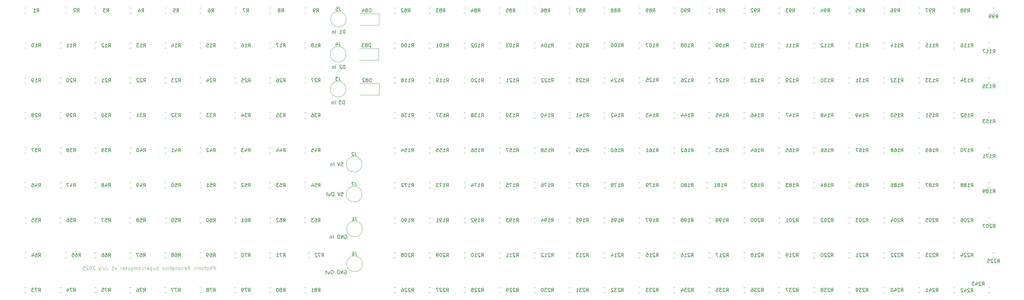
<source format=gbr>
%TF.GenerationSoftware,KiCad,Pcbnew,9.0.3*%
%TF.CreationDate,2025-07-14T16:51:54+02:00*%
%TF.ProjectId,9x9+9x18Module,3978392b-3978-4313-984d-6f64756c652e,rev?*%
%TF.SameCoordinates,Original*%
%TF.FileFunction,Legend,Bot*%
%TF.FilePolarity,Positive*%
%FSLAX46Y46*%
G04 Gerber Fmt 4.6, Leading zero omitted, Abs format (unit mm)*
G04 Created by KiCad (PCBNEW 9.0.3) date 2025-07-14 16:51:54*
%MOMM*%
%LPD*%
G01*
G04 APERTURE LIST*
%ADD10C,0.100000*%
%ADD11C,0.150000*%
%ADD12C,0.120000*%
G04 APERTURE END LIST*
D10*
X73196115Y-97372419D02*
X73196115Y-96372419D01*
X73196115Y-96372419D02*
X72815163Y-96372419D01*
X72815163Y-96372419D02*
X72719925Y-96420038D01*
X72719925Y-96420038D02*
X72672306Y-96467657D01*
X72672306Y-96467657D02*
X72624687Y-96562895D01*
X72624687Y-96562895D02*
X72624687Y-96705752D01*
X72624687Y-96705752D02*
X72672306Y-96800990D01*
X72672306Y-96800990D02*
X72719925Y-96848609D01*
X72719925Y-96848609D02*
X72815163Y-96896228D01*
X72815163Y-96896228D02*
X73196115Y-96896228D01*
X72196115Y-97372419D02*
X72196115Y-96372419D01*
X71767544Y-97372419D02*
X71767544Y-96848609D01*
X71767544Y-96848609D02*
X71815163Y-96753371D01*
X71815163Y-96753371D02*
X71910401Y-96705752D01*
X71910401Y-96705752D02*
X72053258Y-96705752D01*
X72053258Y-96705752D02*
X72148496Y-96753371D01*
X72148496Y-96753371D02*
X72196115Y-96800990D01*
X71148496Y-97372419D02*
X71243734Y-97324800D01*
X71243734Y-97324800D02*
X71291353Y-97277180D01*
X71291353Y-97277180D02*
X71338972Y-97181942D01*
X71338972Y-97181942D02*
X71338972Y-96896228D01*
X71338972Y-96896228D02*
X71291353Y-96800990D01*
X71291353Y-96800990D02*
X71243734Y-96753371D01*
X71243734Y-96753371D02*
X71148496Y-96705752D01*
X71148496Y-96705752D02*
X71005639Y-96705752D01*
X71005639Y-96705752D02*
X70910401Y-96753371D01*
X70910401Y-96753371D02*
X70862782Y-96800990D01*
X70862782Y-96800990D02*
X70815163Y-96896228D01*
X70815163Y-96896228D02*
X70815163Y-97181942D01*
X70815163Y-97181942D02*
X70862782Y-97277180D01*
X70862782Y-97277180D02*
X70910401Y-97324800D01*
X70910401Y-97324800D02*
X71005639Y-97372419D01*
X71005639Y-97372419D02*
X71148496Y-97372419D01*
X70529448Y-96705752D02*
X70148496Y-96705752D01*
X70386591Y-96372419D02*
X70386591Y-97229561D01*
X70386591Y-97229561D02*
X70338972Y-97324800D01*
X70338972Y-97324800D02*
X70243734Y-97372419D01*
X70243734Y-97372419D02*
X70148496Y-97372419D01*
X69672305Y-97372419D02*
X69767543Y-97324800D01*
X69767543Y-97324800D02*
X69815162Y-97277180D01*
X69815162Y-97277180D02*
X69862781Y-97181942D01*
X69862781Y-97181942D02*
X69862781Y-96896228D01*
X69862781Y-96896228D02*
X69815162Y-96800990D01*
X69815162Y-96800990D02*
X69767543Y-96753371D01*
X69767543Y-96753371D02*
X69672305Y-96705752D01*
X69672305Y-96705752D02*
X69529448Y-96705752D01*
X69529448Y-96705752D02*
X69434210Y-96753371D01*
X69434210Y-96753371D02*
X69386591Y-96800990D01*
X69386591Y-96800990D02*
X69338972Y-96896228D01*
X69338972Y-96896228D02*
X69338972Y-97181942D01*
X69338972Y-97181942D02*
X69386591Y-97277180D01*
X69386591Y-97277180D02*
X69434210Y-97324800D01*
X69434210Y-97324800D02*
X69529448Y-97372419D01*
X69529448Y-97372419D02*
X69672305Y-97372419D01*
X68910400Y-96705752D02*
X68910400Y-97372419D01*
X68910400Y-96800990D02*
X68862781Y-96753371D01*
X68862781Y-96753371D02*
X68767543Y-96705752D01*
X68767543Y-96705752D02*
X68624686Y-96705752D01*
X68624686Y-96705752D02*
X68529448Y-96753371D01*
X68529448Y-96753371D02*
X68481829Y-96848609D01*
X68481829Y-96848609D02*
X68481829Y-97372419D01*
X68005638Y-97372419D02*
X68005638Y-96705752D01*
X68005638Y-96372419D02*
X68053257Y-96420038D01*
X68053257Y-96420038D02*
X68005638Y-96467657D01*
X68005638Y-96467657D02*
X67958019Y-96420038D01*
X67958019Y-96420038D02*
X68005638Y-96372419D01*
X68005638Y-96372419D02*
X68005638Y-96467657D01*
X67100877Y-97324800D02*
X67196115Y-97372419D01*
X67196115Y-97372419D02*
X67386591Y-97372419D01*
X67386591Y-97372419D02*
X67481829Y-97324800D01*
X67481829Y-97324800D02*
X67529448Y-97277180D01*
X67529448Y-97277180D02*
X67577067Y-97181942D01*
X67577067Y-97181942D02*
X67577067Y-96896228D01*
X67577067Y-96896228D02*
X67529448Y-96800990D01*
X67529448Y-96800990D02*
X67481829Y-96753371D01*
X67481829Y-96753371D02*
X67386591Y-96705752D01*
X67386591Y-96705752D02*
X67196115Y-96705752D01*
X67196115Y-96705752D02*
X67100877Y-96753371D01*
X65338972Y-97372419D02*
X65672305Y-96896228D01*
X65910400Y-97372419D02*
X65910400Y-96372419D01*
X65910400Y-96372419D02*
X65529448Y-96372419D01*
X65529448Y-96372419D02*
X65434210Y-96420038D01*
X65434210Y-96420038D02*
X65386591Y-96467657D01*
X65386591Y-96467657D02*
X65338972Y-96562895D01*
X65338972Y-96562895D02*
X65338972Y-96705752D01*
X65338972Y-96705752D02*
X65386591Y-96800990D01*
X65386591Y-96800990D02*
X65434210Y-96848609D01*
X65434210Y-96848609D02*
X65529448Y-96896228D01*
X65529448Y-96896228D02*
X65910400Y-96896228D01*
X64529448Y-97324800D02*
X64624686Y-97372419D01*
X64624686Y-97372419D02*
X64815162Y-97372419D01*
X64815162Y-97372419D02*
X64910400Y-97324800D01*
X64910400Y-97324800D02*
X64958019Y-97229561D01*
X64958019Y-97229561D02*
X64958019Y-96848609D01*
X64958019Y-96848609D02*
X64910400Y-96753371D01*
X64910400Y-96753371D02*
X64815162Y-96705752D01*
X64815162Y-96705752D02*
X64624686Y-96705752D01*
X64624686Y-96705752D02*
X64529448Y-96753371D01*
X64529448Y-96753371D02*
X64481829Y-96848609D01*
X64481829Y-96848609D02*
X64481829Y-96943847D01*
X64481829Y-96943847D02*
X64958019Y-97039085D01*
X64100876Y-97324800D02*
X64005638Y-97372419D01*
X64005638Y-97372419D02*
X63815162Y-97372419D01*
X63815162Y-97372419D02*
X63719924Y-97324800D01*
X63719924Y-97324800D02*
X63672305Y-97229561D01*
X63672305Y-97229561D02*
X63672305Y-97181942D01*
X63672305Y-97181942D02*
X63719924Y-97086704D01*
X63719924Y-97086704D02*
X63815162Y-97039085D01*
X63815162Y-97039085D02*
X63958019Y-97039085D01*
X63958019Y-97039085D02*
X64053257Y-96991466D01*
X64053257Y-96991466D02*
X64100876Y-96896228D01*
X64100876Y-96896228D02*
X64100876Y-96848609D01*
X64100876Y-96848609D02*
X64053257Y-96753371D01*
X64053257Y-96753371D02*
X63958019Y-96705752D01*
X63958019Y-96705752D02*
X63815162Y-96705752D01*
X63815162Y-96705752D02*
X63719924Y-96753371D01*
X63100876Y-97372419D02*
X63196114Y-97324800D01*
X63196114Y-97324800D02*
X63243733Y-97277180D01*
X63243733Y-97277180D02*
X63291352Y-97181942D01*
X63291352Y-97181942D02*
X63291352Y-96896228D01*
X63291352Y-96896228D02*
X63243733Y-96800990D01*
X63243733Y-96800990D02*
X63196114Y-96753371D01*
X63196114Y-96753371D02*
X63100876Y-96705752D01*
X63100876Y-96705752D02*
X62958019Y-96705752D01*
X62958019Y-96705752D02*
X62862781Y-96753371D01*
X62862781Y-96753371D02*
X62815162Y-96800990D01*
X62815162Y-96800990D02*
X62767543Y-96896228D01*
X62767543Y-96896228D02*
X62767543Y-97181942D01*
X62767543Y-97181942D02*
X62815162Y-97277180D01*
X62815162Y-97277180D02*
X62862781Y-97324800D01*
X62862781Y-97324800D02*
X62958019Y-97372419D01*
X62958019Y-97372419D02*
X63100876Y-97372419D01*
X62338971Y-96705752D02*
X62338971Y-97372419D01*
X62338971Y-96800990D02*
X62291352Y-96753371D01*
X62291352Y-96753371D02*
X62196114Y-96705752D01*
X62196114Y-96705752D02*
X62053257Y-96705752D01*
X62053257Y-96705752D02*
X61958019Y-96753371D01*
X61958019Y-96753371D02*
X61910400Y-96848609D01*
X61910400Y-96848609D02*
X61910400Y-97372419D01*
X61005638Y-97372419D02*
X61005638Y-96848609D01*
X61005638Y-96848609D02*
X61053257Y-96753371D01*
X61053257Y-96753371D02*
X61148495Y-96705752D01*
X61148495Y-96705752D02*
X61338971Y-96705752D01*
X61338971Y-96705752D02*
X61434209Y-96753371D01*
X61005638Y-97324800D02*
X61100876Y-97372419D01*
X61100876Y-97372419D02*
X61338971Y-97372419D01*
X61338971Y-97372419D02*
X61434209Y-97324800D01*
X61434209Y-97324800D02*
X61481828Y-97229561D01*
X61481828Y-97229561D02*
X61481828Y-97134323D01*
X61481828Y-97134323D02*
X61434209Y-97039085D01*
X61434209Y-97039085D02*
X61338971Y-96991466D01*
X61338971Y-96991466D02*
X61100876Y-96991466D01*
X61100876Y-96991466D02*
X61005638Y-96943847D01*
X60672304Y-96705752D02*
X60291352Y-96705752D01*
X60529447Y-96372419D02*
X60529447Y-97229561D01*
X60529447Y-97229561D02*
X60481828Y-97324800D01*
X60481828Y-97324800D02*
X60386590Y-97372419D01*
X60386590Y-97372419D02*
X60291352Y-97372419D01*
X59958018Y-97372419D02*
X59958018Y-96705752D01*
X59958018Y-96372419D02*
X60005637Y-96420038D01*
X60005637Y-96420038D02*
X59958018Y-96467657D01*
X59958018Y-96467657D02*
X59910399Y-96420038D01*
X59910399Y-96420038D02*
X59958018Y-96372419D01*
X59958018Y-96372419D02*
X59958018Y-96467657D01*
X59338971Y-97372419D02*
X59434209Y-97324800D01*
X59434209Y-97324800D02*
X59481828Y-97277180D01*
X59481828Y-97277180D02*
X59529447Y-97181942D01*
X59529447Y-97181942D02*
X59529447Y-96896228D01*
X59529447Y-96896228D02*
X59481828Y-96800990D01*
X59481828Y-96800990D02*
X59434209Y-96753371D01*
X59434209Y-96753371D02*
X59338971Y-96705752D01*
X59338971Y-96705752D02*
X59196114Y-96705752D01*
X59196114Y-96705752D02*
X59100876Y-96753371D01*
X59100876Y-96753371D02*
X59053257Y-96800990D01*
X59053257Y-96800990D02*
X59005638Y-96896228D01*
X59005638Y-96896228D02*
X59005638Y-97181942D01*
X59005638Y-97181942D02*
X59053257Y-97277180D01*
X59053257Y-97277180D02*
X59100876Y-97324800D01*
X59100876Y-97324800D02*
X59196114Y-97372419D01*
X59196114Y-97372419D02*
X59338971Y-97372419D01*
X58577066Y-96705752D02*
X58577066Y-97372419D01*
X58577066Y-96800990D02*
X58529447Y-96753371D01*
X58529447Y-96753371D02*
X58434209Y-96705752D01*
X58434209Y-96705752D02*
X58291352Y-96705752D01*
X58291352Y-96705752D02*
X58196114Y-96753371D01*
X58196114Y-96753371D02*
X58148495Y-96848609D01*
X58148495Y-96848609D02*
X58148495Y-97372419D01*
X56958018Y-97324800D02*
X56815161Y-97372419D01*
X56815161Y-97372419D02*
X56577066Y-97372419D01*
X56577066Y-97372419D02*
X56481828Y-97324800D01*
X56481828Y-97324800D02*
X56434209Y-97277180D01*
X56434209Y-97277180D02*
X56386590Y-97181942D01*
X56386590Y-97181942D02*
X56386590Y-97086704D01*
X56386590Y-97086704D02*
X56434209Y-96991466D01*
X56434209Y-96991466D02*
X56481828Y-96943847D01*
X56481828Y-96943847D02*
X56577066Y-96896228D01*
X56577066Y-96896228D02*
X56767542Y-96848609D01*
X56767542Y-96848609D02*
X56862780Y-96800990D01*
X56862780Y-96800990D02*
X56910399Y-96753371D01*
X56910399Y-96753371D02*
X56958018Y-96658133D01*
X56958018Y-96658133D02*
X56958018Y-96562895D01*
X56958018Y-96562895D02*
X56910399Y-96467657D01*
X56910399Y-96467657D02*
X56862780Y-96420038D01*
X56862780Y-96420038D02*
X56767542Y-96372419D01*
X56767542Y-96372419D02*
X56529447Y-96372419D01*
X56529447Y-96372419D02*
X56386590Y-96420038D01*
X55529447Y-96705752D02*
X55529447Y-97372419D01*
X55958018Y-96705752D02*
X55958018Y-97229561D01*
X55958018Y-97229561D02*
X55910399Y-97324800D01*
X55910399Y-97324800D02*
X55815161Y-97372419D01*
X55815161Y-97372419D02*
X55672304Y-97372419D01*
X55672304Y-97372419D02*
X55577066Y-97324800D01*
X55577066Y-97324800D02*
X55529447Y-97277180D01*
X55053256Y-96705752D02*
X55053256Y-97705752D01*
X55053256Y-96753371D02*
X54958018Y-96705752D01*
X54958018Y-96705752D02*
X54767542Y-96705752D01*
X54767542Y-96705752D02*
X54672304Y-96753371D01*
X54672304Y-96753371D02*
X54624685Y-96800990D01*
X54624685Y-96800990D02*
X54577066Y-96896228D01*
X54577066Y-96896228D02*
X54577066Y-97181942D01*
X54577066Y-97181942D02*
X54624685Y-97277180D01*
X54624685Y-97277180D02*
X54672304Y-97324800D01*
X54672304Y-97324800D02*
X54767542Y-97372419D01*
X54767542Y-97372419D02*
X54958018Y-97372419D01*
X54958018Y-97372419D02*
X55053256Y-97324800D01*
X53767542Y-97324800D02*
X53862780Y-97372419D01*
X53862780Y-97372419D02*
X54053256Y-97372419D01*
X54053256Y-97372419D02*
X54148494Y-97324800D01*
X54148494Y-97324800D02*
X54196113Y-97229561D01*
X54196113Y-97229561D02*
X54196113Y-96848609D01*
X54196113Y-96848609D02*
X54148494Y-96753371D01*
X54148494Y-96753371D02*
X54053256Y-96705752D01*
X54053256Y-96705752D02*
X53862780Y-96705752D01*
X53862780Y-96705752D02*
X53767542Y-96753371D01*
X53767542Y-96753371D02*
X53719923Y-96848609D01*
X53719923Y-96848609D02*
X53719923Y-96943847D01*
X53719923Y-96943847D02*
X54196113Y-97039085D01*
X53291351Y-97372419D02*
X53291351Y-96705752D01*
X53291351Y-96896228D02*
X53243732Y-96800990D01*
X53243732Y-96800990D02*
X53196113Y-96753371D01*
X53196113Y-96753371D02*
X53100875Y-96705752D01*
X53100875Y-96705752D02*
X53005637Y-96705752D01*
X52243732Y-97324800D02*
X52338970Y-97372419D01*
X52338970Y-97372419D02*
X52529446Y-97372419D01*
X52529446Y-97372419D02*
X52624684Y-97324800D01*
X52624684Y-97324800D02*
X52672303Y-97277180D01*
X52672303Y-97277180D02*
X52719922Y-97181942D01*
X52719922Y-97181942D02*
X52719922Y-96896228D01*
X52719922Y-96896228D02*
X52672303Y-96800990D01*
X52672303Y-96800990D02*
X52624684Y-96753371D01*
X52624684Y-96753371D02*
X52529446Y-96705752D01*
X52529446Y-96705752D02*
X52338970Y-96705752D01*
X52338970Y-96705752D02*
X52243732Y-96753371D01*
X51672303Y-97372419D02*
X51767541Y-97324800D01*
X51767541Y-97324800D02*
X51815160Y-97277180D01*
X51815160Y-97277180D02*
X51862779Y-97181942D01*
X51862779Y-97181942D02*
X51862779Y-96896228D01*
X51862779Y-96896228D02*
X51815160Y-96800990D01*
X51815160Y-96800990D02*
X51767541Y-96753371D01*
X51767541Y-96753371D02*
X51672303Y-96705752D01*
X51672303Y-96705752D02*
X51529446Y-96705752D01*
X51529446Y-96705752D02*
X51434208Y-96753371D01*
X51434208Y-96753371D02*
X51386589Y-96800990D01*
X51386589Y-96800990D02*
X51338970Y-96896228D01*
X51338970Y-96896228D02*
X51338970Y-97181942D01*
X51338970Y-97181942D02*
X51386589Y-97277180D01*
X51386589Y-97277180D02*
X51434208Y-97324800D01*
X51434208Y-97324800D02*
X51529446Y-97372419D01*
X51529446Y-97372419D02*
X51672303Y-97372419D01*
X50910398Y-97372419D02*
X50910398Y-96705752D01*
X50910398Y-96800990D02*
X50862779Y-96753371D01*
X50862779Y-96753371D02*
X50767541Y-96705752D01*
X50767541Y-96705752D02*
X50624684Y-96705752D01*
X50624684Y-96705752D02*
X50529446Y-96753371D01*
X50529446Y-96753371D02*
X50481827Y-96848609D01*
X50481827Y-96848609D02*
X50481827Y-97372419D01*
X50481827Y-96848609D02*
X50434208Y-96753371D01*
X50434208Y-96753371D02*
X50338970Y-96705752D01*
X50338970Y-96705752D02*
X50196113Y-96705752D01*
X50196113Y-96705752D02*
X50100874Y-96753371D01*
X50100874Y-96753371D02*
X50053255Y-96848609D01*
X50053255Y-96848609D02*
X50053255Y-97372419D01*
X49577065Y-96705752D02*
X49577065Y-97705752D01*
X49577065Y-96753371D02*
X49481827Y-96705752D01*
X49481827Y-96705752D02*
X49291351Y-96705752D01*
X49291351Y-96705752D02*
X49196113Y-96753371D01*
X49196113Y-96753371D02*
X49148494Y-96800990D01*
X49148494Y-96800990D02*
X49100875Y-96896228D01*
X49100875Y-96896228D02*
X49100875Y-97181942D01*
X49100875Y-97181942D02*
X49148494Y-97277180D01*
X49148494Y-97277180D02*
X49196113Y-97324800D01*
X49196113Y-97324800D02*
X49291351Y-97372419D01*
X49291351Y-97372419D02*
X49481827Y-97372419D01*
X49481827Y-97372419D02*
X49577065Y-97324800D01*
X48243732Y-96705752D02*
X48243732Y-97372419D01*
X48672303Y-96705752D02*
X48672303Y-97229561D01*
X48672303Y-97229561D02*
X48624684Y-97324800D01*
X48624684Y-97324800D02*
X48529446Y-97372419D01*
X48529446Y-97372419D02*
X48386589Y-97372419D01*
X48386589Y-97372419D02*
X48291351Y-97324800D01*
X48291351Y-97324800D02*
X48243732Y-97277180D01*
X47910398Y-96705752D02*
X47529446Y-96705752D01*
X47767541Y-96372419D02*
X47767541Y-97229561D01*
X47767541Y-97229561D02*
X47719922Y-97324800D01*
X47719922Y-97324800D02*
X47624684Y-97372419D01*
X47624684Y-97372419D02*
X47529446Y-97372419D01*
X46815160Y-97324800D02*
X46910398Y-97372419D01*
X46910398Y-97372419D02*
X47100874Y-97372419D01*
X47100874Y-97372419D02*
X47196112Y-97324800D01*
X47196112Y-97324800D02*
X47243731Y-97229561D01*
X47243731Y-97229561D02*
X47243731Y-96848609D01*
X47243731Y-96848609D02*
X47196112Y-96753371D01*
X47196112Y-96753371D02*
X47100874Y-96705752D01*
X47100874Y-96705752D02*
X46910398Y-96705752D01*
X46910398Y-96705752D02*
X46815160Y-96753371D01*
X46815160Y-96753371D02*
X46767541Y-96848609D01*
X46767541Y-96848609D02*
X46767541Y-96943847D01*
X46767541Y-96943847D02*
X47243731Y-97039085D01*
X46338969Y-97372419D02*
X46338969Y-96705752D01*
X46338969Y-96896228D02*
X46291350Y-96800990D01*
X46291350Y-96800990D02*
X46243731Y-96753371D01*
X46243731Y-96753371D02*
X46148493Y-96705752D01*
X46148493Y-96705752D02*
X46053255Y-96705752D01*
X45053254Y-96705752D02*
X44815159Y-97372419D01*
X44815159Y-97372419D02*
X44577064Y-96705752D01*
X43672302Y-97372419D02*
X44243730Y-97372419D01*
X43958016Y-97372419D02*
X43958016Y-96372419D01*
X43958016Y-96372419D02*
X44053254Y-96515276D01*
X44053254Y-96515276D02*
X44148492Y-96610514D01*
X44148492Y-96610514D02*
X44243730Y-96658133D01*
X42196111Y-96372419D02*
X42196111Y-97086704D01*
X42196111Y-97086704D02*
X42243730Y-97229561D01*
X42243730Y-97229561D02*
X42338968Y-97324800D01*
X42338968Y-97324800D02*
X42481825Y-97372419D01*
X42481825Y-97372419D02*
X42577063Y-97372419D01*
X41291349Y-96705752D02*
X41291349Y-97372419D01*
X41719920Y-96705752D02*
X41719920Y-97229561D01*
X41719920Y-97229561D02*
X41672301Y-97324800D01*
X41672301Y-97324800D02*
X41577063Y-97372419D01*
X41577063Y-97372419D02*
X41434206Y-97372419D01*
X41434206Y-97372419D02*
X41338968Y-97324800D01*
X41338968Y-97324800D02*
X41291349Y-97277180D01*
X40672301Y-97372419D02*
X40767539Y-97324800D01*
X40767539Y-97324800D02*
X40815158Y-97229561D01*
X40815158Y-97229561D02*
X40815158Y-96372419D01*
X40386586Y-96705752D02*
X40148491Y-97372419D01*
X39910396Y-96705752D02*
X40148491Y-97372419D01*
X40148491Y-97372419D02*
X40243729Y-97610514D01*
X40243729Y-97610514D02*
X40291348Y-97658133D01*
X40291348Y-97658133D02*
X40386586Y-97705752D01*
X38815157Y-96467657D02*
X38767538Y-96420038D01*
X38767538Y-96420038D02*
X38672300Y-96372419D01*
X38672300Y-96372419D02*
X38434205Y-96372419D01*
X38434205Y-96372419D02*
X38338967Y-96420038D01*
X38338967Y-96420038D02*
X38291348Y-96467657D01*
X38291348Y-96467657D02*
X38243729Y-96562895D01*
X38243729Y-96562895D02*
X38243729Y-96658133D01*
X38243729Y-96658133D02*
X38291348Y-96800990D01*
X38291348Y-96800990D02*
X38862776Y-97372419D01*
X38862776Y-97372419D02*
X38243729Y-97372419D01*
X37624681Y-96372419D02*
X37529443Y-96372419D01*
X37529443Y-96372419D02*
X37434205Y-96420038D01*
X37434205Y-96420038D02*
X37386586Y-96467657D01*
X37386586Y-96467657D02*
X37338967Y-96562895D01*
X37338967Y-96562895D02*
X37291348Y-96753371D01*
X37291348Y-96753371D02*
X37291348Y-96991466D01*
X37291348Y-96991466D02*
X37338967Y-97181942D01*
X37338967Y-97181942D02*
X37386586Y-97277180D01*
X37386586Y-97277180D02*
X37434205Y-97324800D01*
X37434205Y-97324800D02*
X37529443Y-97372419D01*
X37529443Y-97372419D02*
X37624681Y-97372419D01*
X37624681Y-97372419D02*
X37719919Y-97324800D01*
X37719919Y-97324800D02*
X37767538Y-97277180D01*
X37767538Y-97277180D02*
X37815157Y-97181942D01*
X37815157Y-97181942D02*
X37862776Y-96991466D01*
X37862776Y-96991466D02*
X37862776Y-96753371D01*
X37862776Y-96753371D02*
X37815157Y-96562895D01*
X37815157Y-96562895D02*
X37767538Y-96467657D01*
X37767538Y-96467657D02*
X37719919Y-96420038D01*
X37719919Y-96420038D02*
X37624681Y-96372419D01*
X36910395Y-96467657D02*
X36862776Y-96420038D01*
X36862776Y-96420038D02*
X36767538Y-96372419D01*
X36767538Y-96372419D02*
X36529443Y-96372419D01*
X36529443Y-96372419D02*
X36434205Y-96420038D01*
X36434205Y-96420038D02*
X36386586Y-96467657D01*
X36386586Y-96467657D02*
X36338967Y-96562895D01*
X36338967Y-96562895D02*
X36338967Y-96658133D01*
X36338967Y-96658133D02*
X36386586Y-96800990D01*
X36386586Y-96800990D02*
X36958014Y-97372419D01*
X36958014Y-97372419D02*
X36338967Y-97372419D01*
X35434205Y-96372419D02*
X35910395Y-96372419D01*
X35910395Y-96372419D02*
X35958014Y-96848609D01*
X35958014Y-96848609D02*
X35910395Y-96800990D01*
X35910395Y-96800990D02*
X35815157Y-96753371D01*
X35815157Y-96753371D02*
X35577062Y-96753371D01*
X35577062Y-96753371D02*
X35481824Y-96800990D01*
X35481824Y-96800990D02*
X35434205Y-96848609D01*
X35434205Y-96848609D02*
X35386586Y-96943847D01*
X35386586Y-96943847D02*
X35386586Y-97181942D01*
X35386586Y-97181942D02*
X35434205Y-97277180D01*
X35434205Y-97277180D02*
X35481824Y-97324800D01*
X35481824Y-97324800D02*
X35577062Y-97372419D01*
X35577062Y-97372419D02*
X35815157Y-97372419D01*
X35815157Y-97372419D02*
X35910395Y-97324800D01*
X35910395Y-97324800D02*
X35958014Y-97277180D01*
D11*
X269371547Y-63654819D02*
X269704880Y-63178628D01*
X269942975Y-63654819D02*
X269942975Y-62654819D01*
X269942975Y-62654819D02*
X269562023Y-62654819D01*
X269562023Y-62654819D02*
X269466785Y-62702438D01*
X269466785Y-62702438D02*
X269419166Y-62750057D01*
X269419166Y-62750057D02*
X269371547Y-62845295D01*
X269371547Y-62845295D02*
X269371547Y-62988152D01*
X269371547Y-62988152D02*
X269419166Y-63083390D01*
X269419166Y-63083390D02*
X269466785Y-63131009D01*
X269466785Y-63131009D02*
X269562023Y-63178628D01*
X269562023Y-63178628D02*
X269942975Y-63178628D01*
X268419166Y-63654819D02*
X268990594Y-63654819D01*
X268704880Y-63654819D02*
X268704880Y-62654819D01*
X268704880Y-62654819D02*
X268800118Y-62797676D01*
X268800118Y-62797676D02*
X268895356Y-62892914D01*
X268895356Y-62892914D02*
X268990594Y-62940533D01*
X267562023Y-62654819D02*
X267752499Y-62654819D01*
X267752499Y-62654819D02*
X267847737Y-62702438D01*
X267847737Y-62702438D02*
X267895356Y-62750057D01*
X267895356Y-62750057D02*
X267990594Y-62892914D01*
X267990594Y-62892914D02*
X268038213Y-63083390D01*
X268038213Y-63083390D02*
X268038213Y-63464342D01*
X268038213Y-63464342D02*
X267990594Y-63559580D01*
X267990594Y-63559580D02*
X267942975Y-63607200D01*
X267942975Y-63607200D02*
X267847737Y-63654819D01*
X267847737Y-63654819D02*
X267657261Y-63654819D01*
X267657261Y-63654819D02*
X267562023Y-63607200D01*
X267562023Y-63607200D02*
X267514404Y-63559580D01*
X267514404Y-63559580D02*
X267466785Y-63464342D01*
X267466785Y-63464342D02*
X267466785Y-63226247D01*
X267466785Y-63226247D02*
X267514404Y-63131009D01*
X267514404Y-63131009D02*
X267562023Y-63083390D01*
X267562023Y-63083390D02*
X267657261Y-63035771D01*
X267657261Y-63035771D02*
X267847737Y-63035771D01*
X267847737Y-63035771D02*
X267942975Y-63083390D01*
X267942975Y-63083390D02*
X267990594Y-63131009D01*
X267990594Y-63131009D02*
X268038213Y-63226247D01*
X266895356Y-63083390D02*
X266990594Y-63035771D01*
X266990594Y-63035771D02*
X267038213Y-62988152D01*
X267038213Y-62988152D02*
X267085832Y-62892914D01*
X267085832Y-62892914D02*
X267085832Y-62845295D01*
X267085832Y-62845295D02*
X267038213Y-62750057D01*
X267038213Y-62750057D02*
X266990594Y-62702438D01*
X266990594Y-62702438D02*
X266895356Y-62654819D01*
X266895356Y-62654819D02*
X266704880Y-62654819D01*
X266704880Y-62654819D02*
X266609642Y-62702438D01*
X266609642Y-62702438D02*
X266562023Y-62750057D01*
X266562023Y-62750057D02*
X266514404Y-62845295D01*
X266514404Y-62845295D02*
X266514404Y-62892914D01*
X266514404Y-62892914D02*
X266562023Y-62988152D01*
X266562023Y-62988152D02*
X266609642Y-63035771D01*
X266609642Y-63035771D02*
X266704880Y-63083390D01*
X266704880Y-63083390D02*
X266895356Y-63083390D01*
X266895356Y-63083390D02*
X266990594Y-63131009D01*
X266990594Y-63131009D02*
X267038213Y-63178628D01*
X267038213Y-63178628D02*
X267085832Y-63273866D01*
X267085832Y-63273866D02*
X267085832Y-63464342D01*
X267085832Y-63464342D02*
X267038213Y-63559580D01*
X267038213Y-63559580D02*
X266990594Y-63607200D01*
X266990594Y-63607200D02*
X266895356Y-63654819D01*
X266895356Y-63654819D02*
X266704880Y-63654819D01*
X266704880Y-63654819D02*
X266609642Y-63607200D01*
X266609642Y-63607200D02*
X266562023Y-63559580D01*
X266562023Y-63559580D02*
X266514404Y-63464342D01*
X266514404Y-63464342D02*
X266514404Y-63273866D01*
X266514404Y-63273866D02*
X266562023Y-63178628D01*
X266562023Y-63178628D02*
X266609642Y-63131009D01*
X266609642Y-63131009D02*
X266704880Y-63083390D01*
X117854285Y-43654819D02*
X117854285Y-42654819D01*
X117854285Y-42654819D02*
X117616190Y-42654819D01*
X117616190Y-42654819D02*
X117473333Y-42702438D01*
X117473333Y-42702438D02*
X117378095Y-42797676D01*
X117378095Y-42797676D02*
X117330476Y-42892914D01*
X117330476Y-42892914D02*
X117282857Y-43083390D01*
X117282857Y-43083390D02*
X117282857Y-43226247D01*
X117282857Y-43226247D02*
X117330476Y-43416723D01*
X117330476Y-43416723D02*
X117378095Y-43511961D01*
X117378095Y-43511961D02*
X117473333Y-43607200D01*
X117473333Y-43607200D02*
X117616190Y-43654819D01*
X117616190Y-43654819D02*
X117854285Y-43654819D01*
X116711428Y-43083390D02*
X116806666Y-43035771D01*
X116806666Y-43035771D02*
X116854285Y-42988152D01*
X116854285Y-42988152D02*
X116901904Y-42892914D01*
X116901904Y-42892914D02*
X116901904Y-42845295D01*
X116901904Y-42845295D02*
X116854285Y-42750057D01*
X116854285Y-42750057D02*
X116806666Y-42702438D01*
X116806666Y-42702438D02*
X116711428Y-42654819D01*
X116711428Y-42654819D02*
X116520952Y-42654819D01*
X116520952Y-42654819D02*
X116425714Y-42702438D01*
X116425714Y-42702438D02*
X116378095Y-42750057D01*
X116378095Y-42750057D02*
X116330476Y-42845295D01*
X116330476Y-42845295D02*
X116330476Y-42892914D01*
X116330476Y-42892914D02*
X116378095Y-42988152D01*
X116378095Y-42988152D02*
X116425714Y-43035771D01*
X116425714Y-43035771D02*
X116520952Y-43083390D01*
X116520952Y-43083390D02*
X116711428Y-43083390D01*
X116711428Y-43083390D02*
X116806666Y-43131009D01*
X116806666Y-43131009D02*
X116854285Y-43178628D01*
X116854285Y-43178628D02*
X116901904Y-43273866D01*
X116901904Y-43273866D02*
X116901904Y-43464342D01*
X116901904Y-43464342D02*
X116854285Y-43559580D01*
X116854285Y-43559580D02*
X116806666Y-43607200D01*
X116806666Y-43607200D02*
X116711428Y-43654819D01*
X116711428Y-43654819D02*
X116520952Y-43654819D01*
X116520952Y-43654819D02*
X116425714Y-43607200D01*
X116425714Y-43607200D02*
X116378095Y-43559580D01*
X116378095Y-43559580D02*
X116330476Y-43464342D01*
X116330476Y-43464342D02*
X116330476Y-43273866D01*
X116330476Y-43273866D02*
X116378095Y-43178628D01*
X116378095Y-43178628D02*
X116425714Y-43131009D01*
X116425714Y-43131009D02*
X116520952Y-43083390D01*
X115949523Y-42750057D02*
X115901904Y-42702438D01*
X115901904Y-42702438D02*
X115806666Y-42654819D01*
X115806666Y-42654819D02*
X115568571Y-42654819D01*
X115568571Y-42654819D02*
X115473333Y-42702438D01*
X115473333Y-42702438D02*
X115425714Y-42750057D01*
X115425714Y-42750057D02*
X115378095Y-42845295D01*
X115378095Y-42845295D02*
X115378095Y-42940533D01*
X115378095Y-42940533D02*
X115425714Y-43083390D01*
X115425714Y-43083390D02*
X115997142Y-43654819D01*
X115997142Y-43654819D02*
X115378095Y-43654819D01*
X42682857Y-53654819D02*
X43016190Y-53178628D01*
X43254285Y-53654819D02*
X43254285Y-52654819D01*
X43254285Y-52654819D02*
X42873333Y-52654819D01*
X42873333Y-52654819D02*
X42778095Y-52702438D01*
X42778095Y-52702438D02*
X42730476Y-52750057D01*
X42730476Y-52750057D02*
X42682857Y-52845295D01*
X42682857Y-52845295D02*
X42682857Y-52988152D01*
X42682857Y-52988152D02*
X42730476Y-53083390D01*
X42730476Y-53083390D02*
X42778095Y-53131009D01*
X42778095Y-53131009D02*
X42873333Y-53178628D01*
X42873333Y-53178628D02*
X43254285Y-53178628D01*
X42349523Y-52654819D02*
X41730476Y-52654819D01*
X41730476Y-52654819D02*
X42063809Y-53035771D01*
X42063809Y-53035771D02*
X41920952Y-53035771D01*
X41920952Y-53035771D02*
X41825714Y-53083390D01*
X41825714Y-53083390D02*
X41778095Y-53131009D01*
X41778095Y-53131009D02*
X41730476Y-53226247D01*
X41730476Y-53226247D02*
X41730476Y-53464342D01*
X41730476Y-53464342D02*
X41778095Y-53559580D01*
X41778095Y-53559580D02*
X41825714Y-53607200D01*
X41825714Y-53607200D02*
X41920952Y-53654819D01*
X41920952Y-53654819D02*
X42206666Y-53654819D01*
X42206666Y-53654819D02*
X42301904Y-53607200D01*
X42301904Y-53607200D02*
X42349523Y-53559580D01*
X41111428Y-52654819D02*
X41016190Y-52654819D01*
X41016190Y-52654819D02*
X40920952Y-52702438D01*
X40920952Y-52702438D02*
X40873333Y-52750057D01*
X40873333Y-52750057D02*
X40825714Y-52845295D01*
X40825714Y-52845295D02*
X40778095Y-53035771D01*
X40778095Y-53035771D02*
X40778095Y-53273866D01*
X40778095Y-53273866D02*
X40825714Y-53464342D01*
X40825714Y-53464342D02*
X40873333Y-53559580D01*
X40873333Y-53559580D02*
X40920952Y-53607200D01*
X40920952Y-53607200D02*
X41016190Y-53654819D01*
X41016190Y-53654819D02*
X41111428Y-53654819D01*
X41111428Y-53654819D02*
X41206666Y-53607200D01*
X41206666Y-53607200D02*
X41254285Y-53559580D01*
X41254285Y-53559580D02*
X41301904Y-53464342D01*
X41301904Y-53464342D02*
X41349523Y-53273866D01*
X41349523Y-53273866D02*
X41349523Y-53035771D01*
X41349523Y-53035771D02*
X41301904Y-52845295D01*
X41301904Y-52845295D02*
X41254285Y-52750057D01*
X41254285Y-52750057D02*
X41206666Y-52702438D01*
X41206666Y-52702438D02*
X41111428Y-52654819D01*
X149359047Y-53654819D02*
X149692380Y-53178628D01*
X149930475Y-53654819D02*
X149930475Y-52654819D01*
X149930475Y-52654819D02*
X149549523Y-52654819D01*
X149549523Y-52654819D02*
X149454285Y-52702438D01*
X149454285Y-52702438D02*
X149406666Y-52750057D01*
X149406666Y-52750057D02*
X149359047Y-52845295D01*
X149359047Y-52845295D02*
X149359047Y-52988152D01*
X149359047Y-52988152D02*
X149406666Y-53083390D01*
X149406666Y-53083390D02*
X149454285Y-53131009D01*
X149454285Y-53131009D02*
X149549523Y-53178628D01*
X149549523Y-53178628D02*
X149930475Y-53178628D01*
X148406666Y-53654819D02*
X148978094Y-53654819D01*
X148692380Y-53654819D02*
X148692380Y-52654819D01*
X148692380Y-52654819D02*
X148787618Y-52797676D01*
X148787618Y-52797676D02*
X148882856Y-52892914D01*
X148882856Y-52892914D02*
X148978094Y-52940533D01*
X148073332Y-52654819D02*
X147454285Y-52654819D01*
X147454285Y-52654819D02*
X147787618Y-53035771D01*
X147787618Y-53035771D02*
X147644761Y-53035771D01*
X147644761Y-53035771D02*
X147549523Y-53083390D01*
X147549523Y-53083390D02*
X147501904Y-53131009D01*
X147501904Y-53131009D02*
X147454285Y-53226247D01*
X147454285Y-53226247D02*
X147454285Y-53464342D01*
X147454285Y-53464342D02*
X147501904Y-53559580D01*
X147501904Y-53559580D02*
X147549523Y-53607200D01*
X147549523Y-53607200D02*
X147644761Y-53654819D01*
X147644761Y-53654819D02*
X147930475Y-53654819D01*
X147930475Y-53654819D02*
X148025713Y-53607200D01*
X148025713Y-53607200D02*
X148073332Y-53559580D01*
X146882856Y-53083390D02*
X146978094Y-53035771D01*
X146978094Y-53035771D02*
X147025713Y-52988152D01*
X147025713Y-52988152D02*
X147073332Y-52892914D01*
X147073332Y-52892914D02*
X147073332Y-52845295D01*
X147073332Y-52845295D02*
X147025713Y-52750057D01*
X147025713Y-52750057D02*
X146978094Y-52702438D01*
X146978094Y-52702438D02*
X146882856Y-52654819D01*
X146882856Y-52654819D02*
X146692380Y-52654819D01*
X146692380Y-52654819D02*
X146597142Y-52702438D01*
X146597142Y-52702438D02*
X146549523Y-52750057D01*
X146549523Y-52750057D02*
X146501904Y-52845295D01*
X146501904Y-52845295D02*
X146501904Y-52892914D01*
X146501904Y-52892914D02*
X146549523Y-52988152D01*
X146549523Y-52988152D02*
X146597142Y-53035771D01*
X146597142Y-53035771D02*
X146692380Y-53083390D01*
X146692380Y-53083390D02*
X146882856Y-53083390D01*
X146882856Y-53083390D02*
X146978094Y-53131009D01*
X146978094Y-53131009D02*
X147025713Y-53178628D01*
X147025713Y-53178628D02*
X147073332Y-53273866D01*
X147073332Y-53273866D02*
X147073332Y-53464342D01*
X147073332Y-53464342D02*
X147025713Y-53559580D01*
X147025713Y-53559580D02*
X146978094Y-53607200D01*
X146978094Y-53607200D02*
X146882856Y-53654819D01*
X146882856Y-53654819D02*
X146692380Y-53654819D01*
X146692380Y-53654819D02*
X146597142Y-53607200D01*
X146597142Y-53607200D02*
X146549523Y-53559580D01*
X146549523Y-53559580D02*
X146501904Y-53464342D01*
X146501904Y-53464342D02*
X146501904Y-53273866D01*
X146501904Y-53273866D02*
X146549523Y-53178628D01*
X146549523Y-53178628D02*
X146597142Y-53131009D01*
X146597142Y-53131009D02*
X146692380Y-53083390D01*
X288382857Y-23654819D02*
X288716190Y-23178628D01*
X288954285Y-23654819D02*
X288954285Y-22654819D01*
X288954285Y-22654819D02*
X288573333Y-22654819D01*
X288573333Y-22654819D02*
X288478095Y-22702438D01*
X288478095Y-22702438D02*
X288430476Y-22750057D01*
X288430476Y-22750057D02*
X288382857Y-22845295D01*
X288382857Y-22845295D02*
X288382857Y-22988152D01*
X288382857Y-22988152D02*
X288430476Y-23083390D01*
X288430476Y-23083390D02*
X288478095Y-23131009D01*
X288478095Y-23131009D02*
X288573333Y-23178628D01*
X288573333Y-23178628D02*
X288954285Y-23178628D01*
X287906666Y-23654819D02*
X287716190Y-23654819D01*
X287716190Y-23654819D02*
X287620952Y-23607200D01*
X287620952Y-23607200D02*
X287573333Y-23559580D01*
X287573333Y-23559580D02*
X287478095Y-23416723D01*
X287478095Y-23416723D02*
X287430476Y-23226247D01*
X287430476Y-23226247D02*
X287430476Y-22845295D01*
X287430476Y-22845295D02*
X287478095Y-22750057D01*
X287478095Y-22750057D02*
X287525714Y-22702438D01*
X287525714Y-22702438D02*
X287620952Y-22654819D01*
X287620952Y-22654819D02*
X287811428Y-22654819D01*
X287811428Y-22654819D02*
X287906666Y-22702438D01*
X287906666Y-22702438D02*
X287954285Y-22750057D01*
X287954285Y-22750057D02*
X288001904Y-22845295D01*
X288001904Y-22845295D02*
X288001904Y-23083390D01*
X288001904Y-23083390D02*
X287954285Y-23178628D01*
X287954285Y-23178628D02*
X287906666Y-23226247D01*
X287906666Y-23226247D02*
X287811428Y-23273866D01*
X287811428Y-23273866D02*
X287620952Y-23273866D01*
X287620952Y-23273866D02*
X287525714Y-23226247D01*
X287525714Y-23226247D02*
X287478095Y-23178628D01*
X287478095Y-23178628D02*
X287430476Y-23083390D01*
X286859047Y-23083390D02*
X286954285Y-23035771D01*
X286954285Y-23035771D02*
X287001904Y-22988152D01*
X287001904Y-22988152D02*
X287049523Y-22892914D01*
X287049523Y-22892914D02*
X287049523Y-22845295D01*
X287049523Y-22845295D02*
X287001904Y-22750057D01*
X287001904Y-22750057D02*
X286954285Y-22702438D01*
X286954285Y-22702438D02*
X286859047Y-22654819D01*
X286859047Y-22654819D02*
X286668571Y-22654819D01*
X286668571Y-22654819D02*
X286573333Y-22702438D01*
X286573333Y-22702438D02*
X286525714Y-22750057D01*
X286525714Y-22750057D02*
X286478095Y-22845295D01*
X286478095Y-22845295D02*
X286478095Y-22892914D01*
X286478095Y-22892914D02*
X286525714Y-22988152D01*
X286525714Y-22988152D02*
X286573333Y-23035771D01*
X286573333Y-23035771D02*
X286668571Y-23083390D01*
X286668571Y-23083390D02*
X286859047Y-23083390D01*
X286859047Y-23083390D02*
X286954285Y-23131009D01*
X286954285Y-23131009D02*
X287001904Y-23178628D01*
X287001904Y-23178628D02*
X287049523Y-23273866D01*
X287049523Y-23273866D02*
X287049523Y-23464342D01*
X287049523Y-23464342D02*
X287001904Y-23559580D01*
X287001904Y-23559580D02*
X286954285Y-23607200D01*
X286954285Y-23607200D02*
X286859047Y-23654819D01*
X286859047Y-23654819D02*
X286668571Y-23654819D01*
X286668571Y-23654819D02*
X286573333Y-23607200D01*
X286573333Y-23607200D02*
X286525714Y-23559580D01*
X286525714Y-23559580D02*
X286478095Y-23464342D01*
X286478095Y-23464342D02*
X286478095Y-23273866D01*
X286478095Y-23273866D02*
X286525714Y-23178628D01*
X286525714Y-23178628D02*
X286573333Y-23131009D01*
X286573333Y-23131009D02*
X286668571Y-23083390D01*
X269359047Y-93654819D02*
X269692380Y-93178628D01*
X269930475Y-93654819D02*
X269930475Y-92654819D01*
X269930475Y-92654819D02*
X269549523Y-92654819D01*
X269549523Y-92654819D02*
X269454285Y-92702438D01*
X269454285Y-92702438D02*
X269406666Y-92750057D01*
X269406666Y-92750057D02*
X269359047Y-92845295D01*
X269359047Y-92845295D02*
X269359047Y-92988152D01*
X269359047Y-92988152D02*
X269406666Y-93083390D01*
X269406666Y-93083390D02*
X269454285Y-93131009D01*
X269454285Y-93131009D02*
X269549523Y-93178628D01*
X269549523Y-93178628D02*
X269930475Y-93178628D01*
X268978094Y-92750057D02*
X268930475Y-92702438D01*
X268930475Y-92702438D02*
X268835237Y-92654819D01*
X268835237Y-92654819D02*
X268597142Y-92654819D01*
X268597142Y-92654819D02*
X268501904Y-92702438D01*
X268501904Y-92702438D02*
X268454285Y-92750057D01*
X268454285Y-92750057D02*
X268406666Y-92845295D01*
X268406666Y-92845295D02*
X268406666Y-92940533D01*
X268406666Y-92940533D02*
X268454285Y-93083390D01*
X268454285Y-93083390D02*
X269025713Y-93654819D01*
X269025713Y-93654819D02*
X268406666Y-93654819D01*
X268025713Y-92750057D02*
X267978094Y-92702438D01*
X267978094Y-92702438D02*
X267882856Y-92654819D01*
X267882856Y-92654819D02*
X267644761Y-92654819D01*
X267644761Y-92654819D02*
X267549523Y-92702438D01*
X267549523Y-92702438D02*
X267501904Y-92750057D01*
X267501904Y-92750057D02*
X267454285Y-92845295D01*
X267454285Y-92845295D02*
X267454285Y-92940533D01*
X267454285Y-92940533D02*
X267501904Y-93083390D01*
X267501904Y-93083390D02*
X268073332Y-93654819D01*
X268073332Y-93654819D02*
X267454285Y-93654819D01*
X267073332Y-92750057D02*
X267025713Y-92702438D01*
X267025713Y-92702438D02*
X266930475Y-92654819D01*
X266930475Y-92654819D02*
X266692380Y-92654819D01*
X266692380Y-92654819D02*
X266597142Y-92702438D01*
X266597142Y-92702438D02*
X266549523Y-92750057D01*
X266549523Y-92750057D02*
X266501904Y-92845295D01*
X266501904Y-92845295D02*
X266501904Y-92940533D01*
X266501904Y-92940533D02*
X266549523Y-93083390D01*
X266549523Y-93083390D02*
X267120951Y-93654819D01*
X267120951Y-93654819D02*
X266501904Y-93654819D01*
X189359047Y-33554819D02*
X189692380Y-33078628D01*
X189930475Y-33554819D02*
X189930475Y-32554819D01*
X189930475Y-32554819D02*
X189549523Y-32554819D01*
X189549523Y-32554819D02*
X189454285Y-32602438D01*
X189454285Y-32602438D02*
X189406666Y-32650057D01*
X189406666Y-32650057D02*
X189359047Y-32745295D01*
X189359047Y-32745295D02*
X189359047Y-32888152D01*
X189359047Y-32888152D02*
X189406666Y-32983390D01*
X189406666Y-32983390D02*
X189454285Y-33031009D01*
X189454285Y-33031009D02*
X189549523Y-33078628D01*
X189549523Y-33078628D02*
X189930475Y-33078628D01*
X188406666Y-33554819D02*
X188978094Y-33554819D01*
X188692380Y-33554819D02*
X188692380Y-32554819D01*
X188692380Y-32554819D02*
X188787618Y-32697676D01*
X188787618Y-32697676D02*
X188882856Y-32792914D01*
X188882856Y-32792914D02*
X188978094Y-32840533D01*
X187787618Y-32554819D02*
X187692380Y-32554819D01*
X187692380Y-32554819D02*
X187597142Y-32602438D01*
X187597142Y-32602438D02*
X187549523Y-32650057D01*
X187549523Y-32650057D02*
X187501904Y-32745295D01*
X187501904Y-32745295D02*
X187454285Y-32935771D01*
X187454285Y-32935771D02*
X187454285Y-33173866D01*
X187454285Y-33173866D02*
X187501904Y-33364342D01*
X187501904Y-33364342D02*
X187549523Y-33459580D01*
X187549523Y-33459580D02*
X187597142Y-33507200D01*
X187597142Y-33507200D02*
X187692380Y-33554819D01*
X187692380Y-33554819D02*
X187787618Y-33554819D01*
X187787618Y-33554819D02*
X187882856Y-33507200D01*
X187882856Y-33507200D02*
X187930475Y-33459580D01*
X187930475Y-33459580D02*
X187978094Y-33364342D01*
X187978094Y-33364342D02*
X188025713Y-33173866D01*
X188025713Y-33173866D02*
X188025713Y-32935771D01*
X188025713Y-32935771D02*
X187978094Y-32745295D01*
X187978094Y-32745295D02*
X187930475Y-32650057D01*
X187930475Y-32650057D02*
X187882856Y-32602438D01*
X187882856Y-32602438D02*
X187787618Y-32554819D01*
X186597142Y-32554819D02*
X186787618Y-32554819D01*
X186787618Y-32554819D02*
X186882856Y-32602438D01*
X186882856Y-32602438D02*
X186930475Y-32650057D01*
X186930475Y-32650057D02*
X187025713Y-32792914D01*
X187025713Y-32792914D02*
X187073332Y-32983390D01*
X187073332Y-32983390D02*
X187073332Y-33364342D01*
X187073332Y-33364342D02*
X187025713Y-33459580D01*
X187025713Y-33459580D02*
X186978094Y-33507200D01*
X186978094Y-33507200D02*
X186882856Y-33554819D01*
X186882856Y-33554819D02*
X186692380Y-33554819D01*
X186692380Y-33554819D02*
X186597142Y-33507200D01*
X186597142Y-33507200D02*
X186549523Y-33459580D01*
X186549523Y-33459580D02*
X186501904Y-33364342D01*
X186501904Y-33364342D02*
X186501904Y-33126247D01*
X186501904Y-33126247D02*
X186549523Y-33031009D01*
X186549523Y-33031009D02*
X186597142Y-32983390D01*
X186597142Y-32983390D02*
X186692380Y-32935771D01*
X186692380Y-32935771D02*
X186882856Y-32935771D01*
X186882856Y-32935771D02*
X186978094Y-32983390D01*
X186978094Y-32983390D02*
X187025713Y-33031009D01*
X187025713Y-33031009D02*
X187073332Y-33126247D01*
X209359047Y-83654819D02*
X209692380Y-83178628D01*
X209930475Y-83654819D02*
X209930475Y-82654819D01*
X209930475Y-82654819D02*
X209549523Y-82654819D01*
X209549523Y-82654819D02*
X209454285Y-82702438D01*
X209454285Y-82702438D02*
X209406666Y-82750057D01*
X209406666Y-82750057D02*
X209359047Y-82845295D01*
X209359047Y-82845295D02*
X209359047Y-82988152D01*
X209359047Y-82988152D02*
X209406666Y-83083390D01*
X209406666Y-83083390D02*
X209454285Y-83131009D01*
X209454285Y-83131009D02*
X209549523Y-83178628D01*
X209549523Y-83178628D02*
X209930475Y-83178628D01*
X208406666Y-83654819D02*
X208978094Y-83654819D01*
X208692380Y-83654819D02*
X208692380Y-82654819D01*
X208692380Y-82654819D02*
X208787618Y-82797676D01*
X208787618Y-82797676D02*
X208882856Y-82892914D01*
X208882856Y-82892914D02*
X208978094Y-82940533D01*
X207930475Y-83654819D02*
X207739999Y-83654819D01*
X207739999Y-83654819D02*
X207644761Y-83607200D01*
X207644761Y-83607200D02*
X207597142Y-83559580D01*
X207597142Y-83559580D02*
X207501904Y-83416723D01*
X207501904Y-83416723D02*
X207454285Y-83226247D01*
X207454285Y-83226247D02*
X207454285Y-82845295D01*
X207454285Y-82845295D02*
X207501904Y-82750057D01*
X207501904Y-82750057D02*
X207549523Y-82702438D01*
X207549523Y-82702438D02*
X207644761Y-82654819D01*
X207644761Y-82654819D02*
X207835237Y-82654819D01*
X207835237Y-82654819D02*
X207930475Y-82702438D01*
X207930475Y-82702438D02*
X207978094Y-82750057D01*
X207978094Y-82750057D02*
X208025713Y-82845295D01*
X208025713Y-82845295D02*
X208025713Y-83083390D01*
X208025713Y-83083390D02*
X207978094Y-83178628D01*
X207978094Y-83178628D02*
X207930475Y-83226247D01*
X207930475Y-83226247D02*
X207835237Y-83273866D01*
X207835237Y-83273866D02*
X207644761Y-83273866D01*
X207644761Y-83273866D02*
X207549523Y-83226247D01*
X207549523Y-83226247D02*
X207501904Y-83178628D01*
X207501904Y-83178628D02*
X207454285Y-83083390D01*
X206882856Y-83083390D02*
X206978094Y-83035771D01*
X206978094Y-83035771D02*
X207025713Y-82988152D01*
X207025713Y-82988152D02*
X207073332Y-82892914D01*
X207073332Y-82892914D02*
X207073332Y-82845295D01*
X207073332Y-82845295D02*
X207025713Y-82750057D01*
X207025713Y-82750057D02*
X206978094Y-82702438D01*
X206978094Y-82702438D02*
X206882856Y-82654819D01*
X206882856Y-82654819D02*
X206692380Y-82654819D01*
X206692380Y-82654819D02*
X206597142Y-82702438D01*
X206597142Y-82702438D02*
X206549523Y-82750057D01*
X206549523Y-82750057D02*
X206501904Y-82845295D01*
X206501904Y-82845295D02*
X206501904Y-82892914D01*
X206501904Y-82892914D02*
X206549523Y-82988152D01*
X206549523Y-82988152D02*
X206597142Y-83035771D01*
X206597142Y-83035771D02*
X206692380Y-83083390D01*
X206692380Y-83083390D02*
X206882856Y-83083390D01*
X206882856Y-83083390D02*
X206978094Y-83131009D01*
X206978094Y-83131009D02*
X207025713Y-83178628D01*
X207025713Y-83178628D02*
X207073332Y-83273866D01*
X207073332Y-83273866D02*
X207073332Y-83464342D01*
X207073332Y-83464342D02*
X207025713Y-83559580D01*
X207025713Y-83559580D02*
X206978094Y-83607200D01*
X206978094Y-83607200D02*
X206882856Y-83654819D01*
X206882856Y-83654819D02*
X206692380Y-83654819D01*
X206692380Y-83654819D02*
X206597142Y-83607200D01*
X206597142Y-83607200D02*
X206549523Y-83559580D01*
X206549523Y-83559580D02*
X206501904Y-83464342D01*
X206501904Y-83464342D02*
X206501904Y-83273866D01*
X206501904Y-83273866D02*
X206549523Y-83178628D01*
X206549523Y-83178628D02*
X206597142Y-83131009D01*
X206597142Y-83131009D02*
X206692380Y-83083390D01*
X219359047Y-93654819D02*
X219692380Y-93178628D01*
X219930475Y-93654819D02*
X219930475Y-92654819D01*
X219930475Y-92654819D02*
X219549523Y-92654819D01*
X219549523Y-92654819D02*
X219454285Y-92702438D01*
X219454285Y-92702438D02*
X219406666Y-92750057D01*
X219406666Y-92750057D02*
X219359047Y-92845295D01*
X219359047Y-92845295D02*
X219359047Y-92988152D01*
X219359047Y-92988152D02*
X219406666Y-93083390D01*
X219406666Y-93083390D02*
X219454285Y-93131009D01*
X219454285Y-93131009D02*
X219549523Y-93178628D01*
X219549523Y-93178628D02*
X219930475Y-93178628D01*
X218978094Y-92750057D02*
X218930475Y-92702438D01*
X218930475Y-92702438D02*
X218835237Y-92654819D01*
X218835237Y-92654819D02*
X218597142Y-92654819D01*
X218597142Y-92654819D02*
X218501904Y-92702438D01*
X218501904Y-92702438D02*
X218454285Y-92750057D01*
X218454285Y-92750057D02*
X218406666Y-92845295D01*
X218406666Y-92845295D02*
X218406666Y-92940533D01*
X218406666Y-92940533D02*
X218454285Y-93083390D01*
X218454285Y-93083390D02*
X219025713Y-93654819D01*
X219025713Y-93654819D02*
X218406666Y-93654819D01*
X217454285Y-93654819D02*
X218025713Y-93654819D01*
X217739999Y-93654819D02*
X217739999Y-92654819D01*
X217739999Y-92654819D02*
X217835237Y-92797676D01*
X217835237Y-92797676D02*
X217930475Y-92892914D01*
X217930475Y-92892914D02*
X218025713Y-92940533D01*
X217120951Y-92654819D02*
X216454285Y-92654819D01*
X216454285Y-92654819D02*
X216882856Y-93654819D01*
X103682857Y-93654819D02*
X104016190Y-93178628D01*
X104254285Y-93654819D02*
X104254285Y-92654819D01*
X104254285Y-92654819D02*
X103873333Y-92654819D01*
X103873333Y-92654819D02*
X103778095Y-92702438D01*
X103778095Y-92702438D02*
X103730476Y-92750057D01*
X103730476Y-92750057D02*
X103682857Y-92845295D01*
X103682857Y-92845295D02*
X103682857Y-92988152D01*
X103682857Y-92988152D02*
X103730476Y-93083390D01*
X103730476Y-93083390D02*
X103778095Y-93131009D01*
X103778095Y-93131009D02*
X103873333Y-93178628D01*
X103873333Y-93178628D02*
X104254285Y-93178628D01*
X103349523Y-92654819D02*
X102682857Y-92654819D01*
X102682857Y-92654819D02*
X103111428Y-93654819D01*
X102349523Y-92750057D02*
X102301904Y-92702438D01*
X102301904Y-92702438D02*
X102206666Y-92654819D01*
X102206666Y-92654819D02*
X101968571Y-92654819D01*
X101968571Y-92654819D02*
X101873333Y-92702438D01*
X101873333Y-92702438D02*
X101825714Y-92750057D01*
X101825714Y-92750057D02*
X101778095Y-92845295D01*
X101778095Y-92845295D02*
X101778095Y-92940533D01*
X101778095Y-92940533D02*
X101825714Y-93083390D01*
X101825714Y-93083390D02*
X102397142Y-93654819D01*
X102397142Y-93654819D02*
X101778095Y-93654819D01*
X42682857Y-63654819D02*
X43016190Y-63178628D01*
X43254285Y-63654819D02*
X43254285Y-62654819D01*
X43254285Y-62654819D02*
X42873333Y-62654819D01*
X42873333Y-62654819D02*
X42778095Y-62702438D01*
X42778095Y-62702438D02*
X42730476Y-62750057D01*
X42730476Y-62750057D02*
X42682857Y-62845295D01*
X42682857Y-62845295D02*
X42682857Y-62988152D01*
X42682857Y-62988152D02*
X42730476Y-63083390D01*
X42730476Y-63083390D02*
X42778095Y-63131009D01*
X42778095Y-63131009D02*
X42873333Y-63178628D01*
X42873333Y-63178628D02*
X43254285Y-63178628D01*
X42349523Y-62654819D02*
X41730476Y-62654819D01*
X41730476Y-62654819D02*
X42063809Y-63035771D01*
X42063809Y-63035771D02*
X41920952Y-63035771D01*
X41920952Y-63035771D02*
X41825714Y-63083390D01*
X41825714Y-63083390D02*
X41778095Y-63131009D01*
X41778095Y-63131009D02*
X41730476Y-63226247D01*
X41730476Y-63226247D02*
X41730476Y-63464342D01*
X41730476Y-63464342D02*
X41778095Y-63559580D01*
X41778095Y-63559580D02*
X41825714Y-63607200D01*
X41825714Y-63607200D02*
X41920952Y-63654819D01*
X41920952Y-63654819D02*
X42206666Y-63654819D01*
X42206666Y-63654819D02*
X42301904Y-63607200D01*
X42301904Y-63607200D02*
X42349523Y-63559580D01*
X41254285Y-63654819D02*
X41063809Y-63654819D01*
X41063809Y-63654819D02*
X40968571Y-63607200D01*
X40968571Y-63607200D02*
X40920952Y-63559580D01*
X40920952Y-63559580D02*
X40825714Y-63416723D01*
X40825714Y-63416723D02*
X40778095Y-63226247D01*
X40778095Y-63226247D02*
X40778095Y-62845295D01*
X40778095Y-62845295D02*
X40825714Y-62750057D01*
X40825714Y-62750057D02*
X40873333Y-62702438D01*
X40873333Y-62702438D02*
X40968571Y-62654819D01*
X40968571Y-62654819D02*
X41159047Y-62654819D01*
X41159047Y-62654819D02*
X41254285Y-62702438D01*
X41254285Y-62702438D02*
X41301904Y-62750057D01*
X41301904Y-62750057D02*
X41349523Y-62845295D01*
X41349523Y-62845295D02*
X41349523Y-63083390D01*
X41349523Y-63083390D02*
X41301904Y-63178628D01*
X41301904Y-63178628D02*
X41254285Y-63226247D01*
X41254285Y-63226247D02*
X41159047Y-63273866D01*
X41159047Y-63273866D02*
X40968571Y-63273866D01*
X40968571Y-63273866D02*
X40873333Y-63226247D01*
X40873333Y-63226247D02*
X40825714Y-63178628D01*
X40825714Y-63178628D02*
X40778095Y-63083390D01*
X189359047Y-103654819D02*
X189692380Y-103178628D01*
X189930475Y-103654819D02*
X189930475Y-102654819D01*
X189930475Y-102654819D02*
X189549523Y-102654819D01*
X189549523Y-102654819D02*
X189454285Y-102702438D01*
X189454285Y-102702438D02*
X189406666Y-102750057D01*
X189406666Y-102750057D02*
X189359047Y-102845295D01*
X189359047Y-102845295D02*
X189359047Y-102988152D01*
X189359047Y-102988152D02*
X189406666Y-103083390D01*
X189406666Y-103083390D02*
X189454285Y-103131009D01*
X189454285Y-103131009D02*
X189549523Y-103178628D01*
X189549523Y-103178628D02*
X189930475Y-103178628D01*
X188978094Y-102750057D02*
X188930475Y-102702438D01*
X188930475Y-102702438D02*
X188835237Y-102654819D01*
X188835237Y-102654819D02*
X188597142Y-102654819D01*
X188597142Y-102654819D02*
X188501904Y-102702438D01*
X188501904Y-102702438D02*
X188454285Y-102750057D01*
X188454285Y-102750057D02*
X188406666Y-102845295D01*
X188406666Y-102845295D02*
X188406666Y-102940533D01*
X188406666Y-102940533D02*
X188454285Y-103083390D01*
X188454285Y-103083390D02*
X189025713Y-103654819D01*
X189025713Y-103654819D02*
X188406666Y-103654819D01*
X188073332Y-102654819D02*
X187454285Y-102654819D01*
X187454285Y-102654819D02*
X187787618Y-103035771D01*
X187787618Y-103035771D02*
X187644761Y-103035771D01*
X187644761Y-103035771D02*
X187549523Y-103083390D01*
X187549523Y-103083390D02*
X187501904Y-103131009D01*
X187501904Y-103131009D02*
X187454285Y-103226247D01*
X187454285Y-103226247D02*
X187454285Y-103464342D01*
X187454285Y-103464342D02*
X187501904Y-103559580D01*
X187501904Y-103559580D02*
X187549523Y-103607200D01*
X187549523Y-103607200D02*
X187644761Y-103654819D01*
X187644761Y-103654819D02*
X187930475Y-103654819D01*
X187930475Y-103654819D02*
X188025713Y-103607200D01*
X188025713Y-103607200D02*
X188073332Y-103559580D01*
X187073332Y-102750057D02*
X187025713Y-102702438D01*
X187025713Y-102702438D02*
X186930475Y-102654819D01*
X186930475Y-102654819D02*
X186692380Y-102654819D01*
X186692380Y-102654819D02*
X186597142Y-102702438D01*
X186597142Y-102702438D02*
X186549523Y-102750057D01*
X186549523Y-102750057D02*
X186501904Y-102845295D01*
X186501904Y-102845295D02*
X186501904Y-102940533D01*
X186501904Y-102940533D02*
X186549523Y-103083390D01*
X186549523Y-103083390D02*
X187120951Y-103654819D01*
X187120951Y-103654819D02*
X186501904Y-103654819D01*
X129359047Y-93654819D02*
X129692380Y-93178628D01*
X129930475Y-93654819D02*
X129930475Y-92654819D01*
X129930475Y-92654819D02*
X129549523Y-92654819D01*
X129549523Y-92654819D02*
X129454285Y-92702438D01*
X129454285Y-92702438D02*
X129406666Y-92750057D01*
X129406666Y-92750057D02*
X129359047Y-92845295D01*
X129359047Y-92845295D02*
X129359047Y-92988152D01*
X129359047Y-92988152D02*
X129406666Y-93083390D01*
X129406666Y-93083390D02*
X129454285Y-93131009D01*
X129454285Y-93131009D02*
X129549523Y-93178628D01*
X129549523Y-93178628D02*
X129930475Y-93178628D01*
X128978094Y-92750057D02*
X128930475Y-92702438D01*
X128930475Y-92702438D02*
X128835237Y-92654819D01*
X128835237Y-92654819D02*
X128597142Y-92654819D01*
X128597142Y-92654819D02*
X128501904Y-92702438D01*
X128501904Y-92702438D02*
X128454285Y-92750057D01*
X128454285Y-92750057D02*
X128406666Y-92845295D01*
X128406666Y-92845295D02*
X128406666Y-92940533D01*
X128406666Y-92940533D02*
X128454285Y-93083390D01*
X128454285Y-93083390D02*
X129025713Y-93654819D01*
X129025713Y-93654819D02*
X128406666Y-93654819D01*
X127787618Y-92654819D02*
X127692380Y-92654819D01*
X127692380Y-92654819D02*
X127597142Y-92702438D01*
X127597142Y-92702438D02*
X127549523Y-92750057D01*
X127549523Y-92750057D02*
X127501904Y-92845295D01*
X127501904Y-92845295D02*
X127454285Y-93035771D01*
X127454285Y-93035771D02*
X127454285Y-93273866D01*
X127454285Y-93273866D02*
X127501904Y-93464342D01*
X127501904Y-93464342D02*
X127549523Y-93559580D01*
X127549523Y-93559580D02*
X127597142Y-93607200D01*
X127597142Y-93607200D02*
X127692380Y-93654819D01*
X127692380Y-93654819D02*
X127787618Y-93654819D01*
X127787618Y-93654819D02*
X127882856Y-93607200D01*
X127882856Y-93607200D02*
X127930475Y-93559580D01*
X127930475Y-93559580D02*
X127978094Y-93464342D01*
X127978094Y-93464342D02*
X128025713Y-93273866D01*
X128025713Y-93273866D02*
X128025713Y-93035771D01*
X128025713Y-93035771D02*
X127978094Y-92845295D01*
X127978094Y-92845295D02*
X127930475Y-92750057D01*
X127930475Y-92750057D02*
X127882856Y-92702438D01*
X127882856Y-92702438D02*
X127787618Y-92654819D01*
X126882856Y-93083390D02*
X126978094Y-93035771D01*
X126978094Y-93035771D02*
X127025713Y-92988152D01*
X127025713Y-92988152D02*
X127073332Y-92892914D01*
X127073332Y-92892914D02*
X127073332Y-92845295D01*
X127073332Y-92845295D02*
X127025713Y-92750057D01*
X127025713Y-92750057D02*
X126978094Y-92702438D01*
X126978094Y-92702438D02*
X126882856Y-92654819D01*
X126882856Y-92654819D02*
X126692380Y-92654819D01*
X126692380Y-92654819D02*
X126597142Y-92702438D01*
X126597142Y-92702438D02*
X126549523Y-92750057D01*
X126549523Y-92750057D02*
X126501904Y-92845295D01*
X126501904Y-92845295D02*
X126501904Y-92892914D01*
X126501904Y-92892914D02*
X126549523Y-92988152D01*
X126549523Y-92988152D02*
X126597142Y-93035771D01*
X126597142Y-93035771D02*
X126692380Y-93083390D01*
X126692380Y-93083390D02*
X126882856Y-93083390D01*
X126882856Y-93083390D02*
X126978094Y-93131009D01*
X126978094Y-93131009D02*
X127025713Y-93178628D01*
X127025713Y-93178628D02*
X127073332Y-93273866D01*
X127073332Y-93273866D02*
X127073332Y-93464342D01*
X127073332Y-93464342D02*
X127025713Y-93559580D01*
X127025713Y-93559580D02*
X126978094Y-93607200D01*
X126978094Y-93607200D02*
X126882856Y-93654819D01*
X126882856Y-93654819D02*
X126692380Y-93654819D01*
X126692380Y-93654819D02*
X126597142Y-93607200D01*
X126597142Y-93607200D02*
X126549523Y-93559580D01*
X126549523Y-93559580D02*
X126501904Y-93464342D01*
X126501904Y-93464342D02*
X126501904Y-93273866D01*
X126501904Y-93273866D02*
X126549523Y-93178628D01*
X126549523Y-93178628D02*
X126597142Y-93131009D01*
X126597142Y-93131009D02*
X126692380Y-93083390D01*
X148382857Y-23654819D02*
X148716190Y-23178628D01*
X148954285Y-23654819D02*
X148954285Y-22654819D01*
X148954285Y-22654819D02*
X148573333Y-22654819D01*
X148573333Y-22654819D02*
X148478095Y-22702438D01*
X148478095Y-22702438D02*
X148430476Y-22750057D01*
X148430476Y-22750057D02*
X148382857Y-22845295D01*
X148382857Y-22845295D02*
X148382857Y-22988152D01*
X148382857Y-22988152D02*
X148430476Y-23083390D01*
X148430476Y-23083390D02*
X148478095Y-23131009D01*
X148478095Y-23131009D02*
X148573333Y-23178628D01*
X148573333Y-23178628D02*
X148954285Y-23178628D01*
X147811428Y-23083390D02*
X147906666Y-23035771D01*
X147906666Y-23035771D02*
X147954285Y-22988152D01*
X147954285Y-22988152D02*
X148001904Y-22892914D01*
X148001904Y-22892914D02*
X148001904Y-22845295D01*
X148001904Y-22845295D02*
X147954285Y-22750057D01*
X147954285Y-22750057D02*
X147906666Y-22702438D01*
X147906666Y-22702438D02*
X147811428Y-22654819D01*
X147811428Y-22654819D02*
X147620952Y-22654819D01*
X147620952Y-22654819D02*
X147525714Y-22702438D01*
X147525714Y-22702438D02*
X147478095Y-22750057D01*
X147478095Y-22750057D02*
X147430476Y-22845295D01*
X147430476Y-22845295D02*
X147430476Y-22892914D01*
X147430476Y-22892914D02*
X147478095Y-22988152D01*
X147478095Y-22988152D02*
X147525714Y-23035771D01*
X147525714Y-23035771D02*
X147620952Y-23083390D01*
X147620952Y-23083390D02*
X147811428Y-23083390D01*
X147811428Y-23083390D02*
X147906666Y-23131009D01*
X147906666Y-23131009D02*
X147954285Y-23178628D01*
X147954285Y-23178628D02*
X148001904Y-23273866D01*
X148001904Y-23273866D02*
X148001904Y-23464342D01*
X148001904Y-23464342D02*
X147954285Y-23559580D01*
X147954285Y-23559580D02*
X147906666Y-23607200D01*
X147906666Y-23607200D02*
X147811428Y-23654819D01*
X147811428Y-23654819D02*
X147620952Y-23654819D01*
X147620952Y-23654819D02*
X147525714Y-23607200D01*
X147525714Y-23607200D02*
X147478095Y-23559580D01*
X147478095Y-23559580D02*
X147430476Y-23464342D01*
X147430476Y-23464342D02*
X147430476Y-23273866D01*
X147430476Y-23273866D02*
X147478095Y-23178628D01*
X147478095Y-23178628D02*
X147525714Y-23131009D01*
X147525714Y-23131009D02*
X147620952Y-23083390D01*
X146573333Y-22988152D02*
X146573333Y-23654819D01*
X146811428Y-22607200D02*
X147049523Y-23321485D01*
X147049523Y-23321485D02*
X146430476Y-23321485D01*
X239359047Y-43654819D02*
X239692380Y-43178628D01*
X239930475Y-43654819D02*
X239930475Y-42654819D01*
X239930475Y-42654819D02*
X239549523Y-42654819D01*
X239549523Y-42654819D02*
X239454285Y-42702438D01*
X239454285Y-42702438D02*
X239406666Y-42750057D01*
X239406666Y-42750057D02*
X239359047Y-42845295D01*
X239359047Y-42845295D02*
X239359047Y-42988152D01*
X239359047Y-42988152D02*
X239406666Y-43083390D01*
X239406666Y-43083390D02*
X239454285Y-43131009D01*
X239454285Y-43131009D02*
X239549523Y-43178628D01*
X239549523Y-43178628D02*
X239930475Y-43178628D01*
X238406666Y-43654819D02*
X238978094Y-43654819D01*
X238692380Y-43654819D02*
X238692380Y-42654819D01*
X238692380Y-42654819D02*
X238787618Y-42797676D01*
X238787618Y-42797676D02*
X238882856Y-42892914D01*
X238882856Y-42892914D02*
X238978094Y-42940533D01*
X238025713Y-42750057D02*
X237978094Y-42702438D01*
X237978094Y-42702438D02*
X237882856Y-42654819D01*
X237882856Y-42654819D02*
X237644761Y-42654819D01*
X237644761Y-42654819D02*
X237549523Y-42702438D01*
X237549523Y-42702438D02*
X237501904Y-42750057D01*
X237501904Y-42750057D02*
X237454285Y-42845295D01*
X237454285Y-42845295D02*
X237454285Y-42940533D01*
X237454285Y-42940533D02*
X237501904Y-43083390D01*
X237501904Y-43083390D02*
X238073332Y-43654819D01*
X238073332Y-43654819D02*
X237454285Y-43654819D01*
X236978094Y-43654819D02*
X236787618Y-43654819D01*
X236787618Y-43654819D02*
X236692380Y-43607200D01*
X236692380Y-43607200D02*
X236644761Y-43559580D01*
X236644761Y-43559580D02*
X236549523Y-43416723D01*
X236549523Y-43416723D02*
X236501904Y-43226247D01*
X236501904Y-43226247D02*
X236501904Y-42845295D01*
X236501904Y-42845295D02*
X236549523Y-42750057D01*
X236549523Y-42750057D02*
X236597142Y-42702438D01*
X236597142Y-42702438D02*
X236692380Y-42654819D01*
X236692380Y-42654819D02*
X236882856Y-42654819D01*
X236882856Y-42654819D02*
X236978094Y-42702438D01*
X236978094Y-42702438D02*
X237025713Y-42750057D01*
X237025713Y-42750057D02*
X237073332Y-42845295D01*
X237073332Y-42845295D02*
X237073332Y-43083390D01*
X237073332Y-43083390D02*
X237025713Y-43178628D01*
X237025713Y-43178628D02*
X236978094Y-43226247D01*
X236978094Y-43226247D02*
X236882856Y-43273866D01*
X236882856Y-43273866D02*
X236692380Y-43273866D01*
X236692380Y-43273866D02*
X236597142Y-43226247D01*
X236597142Y-43226247D02*
X236549523Y-43178628D01*
X236549523Y-43178628D02*
X236501904Y-43083390D01*
X32682857Y-33654819D02*
X33016190Y-33178628D01*
X33254285Y-33654819D02*
X33254285Y-32654819D01*
X33254285Y-32654819D02*
X32873333Y-32654819D01*
X32873333Y-32654819D02*
X32778095Y-32702438D01*
X32778095Y-32702438D02*
X32730476Y-32750057D01*
X32730476Y-32750057D02*
X32682857Y-32845295D01*
X32682857Y-32845295D02*
X32682857Y-32988152D01*
X32682857Y-32988152D02*
X32730476Y-33083390D01*
X32730476Y-33083390D02*
X32778095Y-33131009D01*
X32778095Y-33131009D02*
X32873333Y-33178628D01*
X32873333Y-33178628D02*
X33254285Y-33178628D01*
X31730476Y-33654819D02*
X32301904Y-33654819D01*
X32016190Y-33654819D02*
X32016190Y-32654819D01*
X32016190Y-32654819D02*
X32111428Y-32797676D01*
X32111428Y-32797676D02*
X32206666Y-32892914D01*
X32206666Y-32892914D02*
X32301904Y-32940533D01*
X30778095Y-33654819D02*
X31349523Y-33654819D01*
X31063809Y-33654819D02*
X31063809Y-32654819D01*
X31063809Y-32654819D02*
X31159047Y-32797676D01*
X31159047Y-32797676D02*
X31254285Y-32892914D01*
X31254285Y-32892914D02*
X31349523Y-32940533D01*
X295659047Y-35354819D02*
X295992380Y-34878628D01*
X296230475Y-35354819D02*
X296230475Y-34354819D01*
X296230475Y-34354819D02*
X295849523Y-34354819D01*
X295849523Y-34354819D02*
X295754285Y-34402438D01*
X295754285Y-34402438D02*
X295706666Y-34450057D01*
X295706666Y-34450057D02*
X295659047Y-34545295D01*
X295659047Y-34545295D02*
X295659047Y-34688152D01*
X295659047Y-34688152D02*
X295706666Y-34783390D01*
X295706666Y-34783390D02*
X295754285Y-34831009D01*
X295754285Y-34831009D02*
X295849523Y-34878628D01*
X295849523Y-34878628D02*
X296230475Y-34878628D01*
X294706666Y-35354819D02*
X295278094Y-35354819D01*
X294992380Y-35354819D02*
X294992380Y-34354819D01*
X294992380Y-34354819D02*
X295087618Y-34497676D01*
X295087618Y-34497676D02*
X295182856Y-34592914D01*
X295182856Y-34592914D02*
X295278094Y-34640533D01*
X293754285Y-35354819D02*
X294325713Y-35354819D01*
X294039999Y-35354819D02*
X294039999Y-34354819D01*
X294039999Y-34354819D02*
X294135237Y-34497676D01*
X294135237Y-34497676D02*
X294230475Y-34592914D01*
X294230475Y-34592914D02*
X294325713Y-34640533D01*
X293420951Y-34354819D02*
X292754285Y-34354819D01*
X292754285Y-34354819D02*
X293182856Y-35354819D01*
X108723333Y-42256819D02*
X108723333Y-42971104D01*
X108723333Y-42971104D02*
X108770952Y-43113961D01*
X108770952Y-43113961D02*
X108866190Y-43209200D01*
X108866190Y-43209200D02*
X109009047Y-43256819D01*
X109009047Y-43256819D02*
X109104285Y-43256819D01*
X108342380Y-42256819D02*
X107723333Y-42256819D01*
X107723333Y-42256819D02*
X108056666Y-42637771D01*
X108056666Y-42637771D02*
X107913809Y-42637771D01*
X107913809Y-42637771D02*
X107818571Y-42685390D01*
X107818571Y-42685390D02*
X107770952Y-42733009D01*
X107770952Y-42733009D02*
X107723333Y-42828247D01*
X107723333Y-42828247D02*
X107723333Y-43066342D01*
X107723333Y-43066342D02*
X107770952Y-43161580D01*
X107770952Y-43161580D02*
X107818571Y-43209200D01*
X107818571Y-43209200D02*
X107913809Y-43256819D01*
X107913809Y-43256819D02*
X108199523Y-43256819D01*
X108199523Y-43256819D02*
X108294761Y-43209200D01*
X108294761Y-43209200D02*
X108342380Y-43161580D01*
X110249523Y-49954819D02*
X110249523Y-48954819D01*
X110249523Y-48954819D02*
X110011428Y-48954819D01*
X110011428Y-48954819D02*
X109868571Y-49002438D01*
X109868571Y-49002438D02*
X109773333Y-49097676D01*
X109773333Y-49097676D02*
X109725714Y-49192914D01*
X109725714Y-49192914D02*
X109678095Y-49383390D01*
X109678095Y-49383390D02*
X109678095Y-49526247D01*
X109678095Y-49526247D02*
X109725714Y-49716723D01*
X109725714Y-49716723D02*
X109773333Y-49811961D01*
X109773333Y-49811961D02*
X109868571Y-49907200D01*
X109868571Y-49907200D02*
X110011428Y-49954819D01*
X110011428Y-49954819D02*
X110249523Y-49954819D01*
X109344761Y-48954819D02*
X108725714Y-48954819D01*
X108725714Y-48954819D02*
X109059047Y-49335771D01*
X109059047Y-49335771D02*
X108916190Y-49335771D01*
X108916190Y-49335771D02*
X108820952Y-49383390D01*
X108820952Y-49383390D02*
X108773333Y-49431009D01*
X108773333Y-49431009D02*
X108725714Y-49526247D01*
X108725714Y-49526247D02*
X108725714Y-49764342D01*
X108725714Y-49764342D02*
X108773333Y-49859580D01*
X108773333Y-49859580D02*
X108820952Y-49907200D01*
X108820952Y-49907200D02*
X108916190Y-49954819D01*
X108916190Y-49954819D02*
X109201904Y-49954819D01*
X109201904Y-49954819D02*
X109297142Y-49907200D01*
X109297142Y-49907200D02*
X109344761Y-49859580D01*
X107535237Y-49954819D02*
X107535237Y-48954819D01*
X107059047Y-49288152D02*
X107059047Y-49954819D01*
X107059047Y-49383390D02*
X107011428Y-49335771D01*
X107011428Y-49335771D02*
X106916190Y-49288152D01*
X106916190Y-49288152D02*
X106773333Y-49288152D01*
X106773333Y-49288152D02*
X106678095Y-49335771D01*
X106678095Y-49335771D02*
X106630476Y-49431009D01*
X106630476Y-49431009D02*
X106630476Y-49954819D01*
X295659047Y-65354819D02*
X295992380Y-64878628D01*
X296230475Y-65354819D02*
X296230475Y-64354819D01*
X296230475Y-64354819D02*
X295849523Y-64354819D01*
X295849523Y-64354819D02*
X295754285Y-64402438D01*
X295754285Y-64402438D02*
X295706666Y-64450057D01*
X295706666Y-64450057D02*
X295659047Y-64545295D01*
X295659047Y-64545295D02*
X295659047Y-64688152D01*
X295659047Y-64688152D02*
X295706666Y-64783390D01*
X295706666Y-64783390D02*
X295754285Y-64831009D01*
X295754285Y-64831009D02*
X295849523Y-64878628D01*
X295849523Y-64878628D02*
X296230475Y-64878628D01*
X294706666Y-65354819D02*
X295278094Y-65354819D01*
X294992380Y-65354819D02*
X294992380Y-64354819D01*
X294992380Y-64354819D02*
X295087618Y-64497676D01*
X295087618Y-64497676D02*
X295182856Y-64592914D01*
X295182856Y-64592914D02*
X295278094Y-64640533D01*
X294373332Y-64354819D02*
X293706666Y-64354819D01*
X293706666Y-64354819D02*
X294135237Y-65354819D01*
X292801904Y-65354819D02*
X293373332Y-65354819D01*
X293087618Y-65354819D02*
X293087618Y-64354819D01*
X293087618Y-64354819D02*
X293182856Y-64497676D01*
X293182856Y-64497676D02*
X293278094Y-64592914D01*
X293278094Y-64592914D02*
X293373332Y-64640533D01*
X22682857Y-63654819D02*
X23016190Y-63178628D01*
X23254285Y-63654819D02*
X23254285Y-62654819D01*
X23254285Y-62654819D02*
X22873333Y-62654819D01*
X22873333Y-62654819D02*
X22778095Y-62702438D01*
X22778095Y-62702438D02*
X22730476Y-62750057D01*
X22730476Y-62750057D02*
X22682857Y-62845295D01*
X22682857Y-62845295D02*
X22682857Y-62988152D01*
X22682857Y-62988152D02*
X22730476Y-63083390D01*
X22730476Y-63083390D02*
X22778095Y-63131009D01*
X22778095Y-63131009D02*
X22873333Y-63178628D01*
X22873333Y-63178628D02*
X23254285Y-63178628D01*
X22349523Y-62654819D02*
X21730476Y-62654819D01*
X21730476Y-62654819D02*
X22063809Y-63035771D01*
X22063809Y-63035771D02*
X21920952Y-63035771D01*
X21920952Y-63035771D02*
X21825714Y-63083390D01*
X21825714Y-63083390D02*
X21778095Y-63131009D01*
X21778095Y-63131009D02*
X21730476Y-63226247D01*
X21730476Y-63226247D02*
X21730476Y-63464342D01*
X21730476Y-63464342D02*
X21778095Y-63559580D01*
X21778095Y-63559580D02*
X21825714Y-63607200D01*
X21825714Y-63607200D02*
X21920952Y-63654819D01*
X21920952Y-63654819D02*
X22206666Y-63654819D01*
X22206666Y-63654819D02*
X22301904Y-63607200D01*
X22301904Y-63607200D02*
X22349523Y-63559580D01*
X21397142Y-62654819D02*
X20730476Y-62654819D01*
X20730476Y-62654819D02*
X21159047Y-63654819D01*
X129359047Y-33654819D02*
X129692380Y-33178628D01*
X129930475Y-33654819D02*
X129930475Y-32654819D01*
X129930475Y-32654819D02*
X129549523Y-32654819D01*
X129549523Y-32654819D02*
X129454285Y-32702438D01*
X129454285Y-32702438D02*
X129406666Y-32750057D01*
X129406666Y-32750057D02*
X129359047Y-32845295D01*
X129359047Y-32845295D02*
X129359047Y-32988152D01*
X129359047Y-32988152D02*
X129406666Y-33083390D01*
X129406666Y-33083390D02*
X129454285Y-33131009D01*
X129454285Y-33131009D02*
X129549523Y-33178628D01*
X129549523Y-33178628D02*
X129930475Y-33178628D01*
X128406666Y-33654819D02*
X128978094Y-33654819D01*
X128692380Y-33654819D02*
X128692380Y-32654819D01*
X128692380Y-32654819D02*
X128787618Y-32797676D01*
X128787618Y-32797676D02*
X128882856Y-32892914D01*
X128882856Y-32892914D02*
X128978094Y-32940533D01*
X127787618Y-32654819D02*
X127692380Y-32654819D01*
X127692380Y-32654819D02*
X127597142Y-32702438D01*
X127597142Y-32702438D02*
X127549523Y-32750057D01*
X127549523Y-32750057D02*
X127501904Y-32845295D01*
X127501904Y-32845295D02*
X127454285Y-33035771D01*
X127454285Y-33035771D02*
X127454285Y-33273866D01*
X127454285Y-33273866D02*
X127501904Y-33464342D01*
X127501904Y-33464342D02*
X127549523Y-33559580D01*
X127549523Y-33559580D02*
X127597142Y-33607200D01*
X127597142Y-33607200D02*
X127692380Y-33654819D01*
X127692380Y-33654819D02*
X127787618Y-33654819D01*
X127787618Y-33654819D02*
X127882856Y-33607200D01*
X127882856Y-33607200D02*
X127930475Y-33559580D01*
X127930475Y-33559580D02*
X127978094Y-33464342D01*
X127978094Y-33464342D02*
X128025713Y-33273866D01*
X128025713Y-33273866D02*
X128025713Y-33035771D01*
X128025713Y-33035771D02*
X127978094Y-32845295D01*
X127978094Y-32845295D02*
X127930475Y-32750057D01*
X127930475Y-32750057D02*
X127882856Y-32702438D01*
X127882856Y-32702438D02*
X127787618Y-32654819D01*
X126835237Y-32654819D02*
X126739999Y-32654819D01*
X126739999Y-32654819D02*
X126644761Y-32702438D01*
X126644761Y-32702438D02*
X126597142Y-32750057D01*
X126597142Y-32750057D02*
X126549523Y-32845295D01*
X126549523Y-32845295D02*
X126501904Y-33035771D01*
X126501904Y-33035771D02*
X126501904Y-33273866D01*
X126501904Y-33273866D02*
X126549523Y-33464342D01*
X126549523Y-33464342D02*
X126597142Y-33559580D01*
X126597142Y-33559580D02*
X126644761Y-33607200D01*
X126644761Y-33607200D02*
X126739999Y-33654819D01*
X126739999Y-33654819D02*
X126835237Y-33654819D01*
X126835237Y-33654819D02*
X126930475Y-33607200D01*
X126930475Y-33607200D02*
X126978094Y-33559580D01*
X126978094Y-33559580D02*
X127025713Y-33464342D01*
X127025713Y-33464342D02*
X127073332Y-33273866D01*
X127073332Y-33273866D02*
X127073332Y-33035771D01*
X127073332Y-33035771D02*
X127025713Y-32845295D01*
X127025713Y-32845295D02*
X126978094Y-32750057D01*
X126978094Y-32750057D02*
X126930475Y-32702438D01*
X126930475Y-32702438D02*
X126835237Y-32654819D01*
X62682857Y-83654819D02*
X63016190Y-83178628D01*
X63254285Y-83654819D02*
X63254285Y-82654819D01*
X63254285Y-82654819D02*
X62873333Y-82654819D01*
X62873333Y-82654819D02*
X62778095Y-82702438D01*
X62778095Y-82702438D02*
X62730476Y-82750057D01*
X62730476Y-82750057D02*
X62682857Y-82845295D01*
X62682857Y-82845295D02*
X62682857Y-82988152D01*
X62682857Y-82988152D02*
X62730476Y-83083390D01*
X62730476Y-83083390D02*
X62778095Y-83131009D01*
X62778095Y-83131009D02*
X62873333Y-83178628D01*
X62873333Y-83178628D02*
X63254285Y-83178628D01*
X61778095Y-82654819D02*
X62254285Y-82654819D01*
X62254285Y-82654819D02*
X62301904Y-83131009D01*
X62301904Y-83131009D02*
X62254285Y-83083390D01*
X62254285Y-83083390D02*
X62159047Y-83035771D01*
X62159047Y-83035771D02*
X61920952Y-83035771D01*
X61920952Y-83035771D02*
X61825714Y-83083390D01*
X61825714Y-83083390D02*
X61778095Y-83131009D01*
X61778095Y-83131009D02*
X61730476Y-83226247D01*
X61730476Y-83226247D02*
X61730476Y-83464342D01*
X61730476Y-83464342D02*
X61778095Y-83559580D01*
X61778095Y-83559580D02*
X61825714Y-83607200D01*
X61825714Y-83607200D02*
X61920952Y-83654819D01*
X61920952Y-83654819D02*
X62159047Y-83654819D01*
X62159047Y-83654819D02*
X62254285Y-83607200D01*
X62254285Y-83607200D02*
X62301904Y-83559580D01*
X61254285Y-83654819D02*
X61063809Y-83654819D01*
X61063809Y-83654819D02*
X60968571Y-83607200D01*
X60968571Y-83607200D02*
X60920952Y-83559580D01*
X60920952Y-83559580D02*
X60825714Y-83416723D01*
X60825714Y-83416723D02*
X60778095Y-83226247D01*
X60778095Y-83226247D02*
X60778095Y-82845295D01*
X60778095Y-82845295D02*
X60825714Y-82750057D01*
X60825714Y-82750057D02*
X60873333Y-82702438D01*
X60873333Y-82702438D02*
X60968571Y-82654819D01*
X60968571Y-82654819D02*
X61159047Y-82654819D01*
X61159047Y-82654819D02*
X61254285Y-82702438D01*
X61254285Y-82702438D02*
X61301904Y-82750057D01*
X61301904Y-82750057D02*
X61349523Y-82845295D01*
X61349523Y-82845295D02*
X61349523Y-83083390D01*
X61349523Y-83083390D02*
X61301904Y-83178628D01*
X61301904Y-83178628D02*
X61254285Y-83226247D01*
X61254285Y-83226247D02*
X61159047Y-83273866D01*
X61159047Y-83273866D02*
X60968571Y-83273866D01*
X60968571Y-83273866D02*
X60873333Y-83226247D01*
X60873333Y-83226247D02*
X60825714Y-83178628D01*
X60825714Y-83178628D02*
X60778095Y-83083390D01*
X179359047Y-43654819D02*
X179692380Y-43178628D01*
X179930475Y-43654819D02*
X179930475Y-42654819D01*
X179930475Y-42654819D02*
X179549523Y-42654819D01*
X179549523Y-42654819D02*
X179454285Y-42702438D01*
X179454285Y-42702438D02*
X179406666Y-42750057D01*
X179406666Y-42750057D02*
X179359047Y-42845295D01*
X179359047Y-42845295D02*
X179359047Y-42988152D01*
X179359047Y-42988152D02*
X179406666Y-43083390D01*
X179406666Y-43083390D02*
X179454285Y-43131009D01*
X179454285Y-43131009D02*
X179549523Y-43178628D01*
X179549523Y-43178628D02*
X179930475Y-43178628D01*
X178406666Y-43654819D02*
X178978094Y-43654819D01*
X178692380Y-43654819D02*
X178692380Y-42654819D01*
X178692380Y-42654819D02*
X178787618Y-42797676D01*
X178787618Y-42797676D02*
X178882856Y-42892914D01*
X178882856Y-42892914D02*
X178978094Y-42940533D01*
X178025713Y-42750057D02*
X177978094Y-42702438D01*
X177978094Y-42702438D02*
X177882856Y-42654819D01*
X177882856Y-42654819D02*
X177644761Y-42654819D01*
X177644761Y-42654819D02*
X177549523Y-42702438D01*
X177549523Y-42702438D02*
X177501904Y-42750057D01*
X177501904Y-42750057D02*
X177454285Y-42845295D01*
X177454285Y-42845295D02*
X177454285Y-42940533D01*
X177454285Y-42940533D02*
X177501904Y-43083390D01*
X177501904Y-43083390D02*
X178073332Y-43654819D01*
X178073332Y-43654819D02*
X177454285Y-43654819D01*
X177120951Y-42654819D02*
X176501904Y-42654819D01*
X176501904Y-42654819D02*
X176835237Y-43035771D01*
X176835237Y-43035771D02*
X176692380Y-43035771D01*
X176692380Y-43035771D02*
X176597142Y-43083390D01*
X176597142Y-43083390D02*
X176549523Y-43131009D01*
X176549523Y-43131009D02*
X176501904Y-43226247D01*
X176501904Y-43226247D02*
X176501904Y-43464342D01*
X176501904Y-43464342D02*
X176549523Y-43559580D01*
X176549523Y-43559580D02*
X176597142Y-43607200D01*
X176597142Y-43607200D02*
X176692380Y-43654819D01*
X176692380Y-43654819D02*
X176978094Y-43654819D01*
X176978094Y-43654819D02*
X177073332Y-43607200D01*
X177073332Y-43607200D02*
X177120951Y-43559580D01*
X113423333Y-92256819D02*
X113423333Y-92971104D01*
X113423333Y-92971104D02*
X113470952Y-93113961D01*
X113470952Y-93113961D02*
X113566190Y-93209200D01*
X113566190Y-93209200D02*
X113709047Y-93256819D01*
X113709047Y-93256819D02*
X113804285Y-93256819D01*
X112518571Y-92256819D02*
X112709047Y-92256819D01*
X112709047Y-92256819D02*
X112804285Y-92304438D01*
X112804285Y-92304438D02*
X112851904Y-92352057D01*
X112851904Y-92352057D02*
X112947142Y-92494914D01*
X112947142Y-92494914D02*
X112994761Y-92685390D01*
X112994761Y-92685390D02*
X112994761Y-93066342D01*
X112994761Y-93066342D02*
X112947142Y-93161580D01*
X112947142Y-93161580D02*
X112899523Y-93209200D01*
X112899523Y-93209200D02*
X112804285Y-93256819D01*
X112804285Y-93256819D02*
X112613809Y-93256819D01*
X112613809Y-93256819D02*
X112518571Y-93209200D01*
X112518571Y-93209200D02*
X112470952Y-93161580D01*
X112470952Y-93161580D02*
X112423333Y-93066342D01*
X112423333Y-93066342D02*
X112423333Y-92828247D01*
X112423333Y-92828247D02*
X112470952Y-92733009D01*
X112470952Y-92733009D02*
X112518571Y-92685390D01*
X112518571Y-92685390D02*
X112613809Y-92637771D01*
X112613809Y-92637771D02*
X112804285Y-92637771D01*
X112804285Y-92637771D02*
X112899523Y-92685390D01*
X112899523Y-92685390D02*
X112947142Y-92733009D01*
X112947142Y-92733009D02*
X112994761Y-92828247D01*
X110244762Y-97602438D02*
X110340000Y-97554819D01*
X110340000Y-97554819D02*
X110482857Y-97554819D01*
X110482857Y-97554819D02*
X110625714Y-97602438D01*
X110625714Y-97602438D02*
X110720952Y-97697676D01*
X110720952Y-97697676D02*
X110768571Y-97792914D01*
X110768571Y-97792914D02*
X110816190Y-97983390D01*
X110816190Y-97983390D02*
X110816190Y-98126247D01*
X110816190Y-98126247D02*
X110768571Y-98316723D01*
X110768571Y-98316723D02*
X110720952Y-98411961D01*
X110720952Y-98411961D02*
X110625714Y-98507200D01*
X110625714Y-98507200D02*
X110482857Y-98554819D01*
X110482857Y-98554819D02*
X110387619Y-98554819D01*
X110387619Y-98554819D02*
X110244762Y-98507200D01*
X110244762Y-98507200D02*
X110197143Y-98459580D01*
X110197143Y-98459580D02*
X110197143Y-98126247D01*
X110197143Y-98126247D02*
X110387619Y-98126247D01*
X109768571Y-98554819D02*
X109768571Y-97554819D01*
X109768571Y-97554819D02*
X109197143Y-98554819D01*
X109197143Y-98554819D02*
X109197143Y-97554819D01*
X108720952Y-98554819D02*
X108720952Y-97554819D01*
X108720952Y-97554819D02*
X108482857Y-97554819D01*
X108482857Y-97554819D02*
X108340000Y-97602438D01*
X108340000Y-97602438D02*
X108244762Y-97697676D01*
X108244762Y-97697676D02*
X108197143Y-97792914D01*
X108197143Y-97792914D02*
X108149524Y-97983390D01*
X108149524Y-97983390D02*
X108149524Y-98126247D01*
X108149524Y-98126247D02*
X108197143Y-98316723D01*
X108197143Y-98316723D02*
X108244762Y-98411961D01*
X108244762Y-98411961D02*
X108340000Y-98507200D01*
X108340000Y-98507200D02*
X108482857Y-98554819D01*
X108482857Y-98554819D02*
X108720952Y-98554819D01*
X106768571Y-97554819D02*
X106578095Y-97554819D01*
X106578095Y-97554819D02*
X106482857Y-97602438D01*
X106482857Y-97602438D02*
X106387619Y-97697676D01*
X106387619Y-97697676D02*
X106340000Y-97888152D01*
X106340000Y-97888152D02*
X106340000Y-98221485D01*
X106340000Y-98221485D02*
X106387619Y-98411961D01*
X106387619Y-98411961D02*
X106482857Y-98507200D01*
X106482857Y-98507200D02*
X106578095Y-98554819D01*
X106578095Y-98554819D02*
X106768571Y-98554819D01*
X106768571Y-98554819D02*
X106863809Y-98507200D01*
X106863809Y-98507200D02*
X106959047Y-98411961D01*
X106959047Y-98411961D02*
X107006666Y-98221485D01*
X107006666Y-98221485D02*
X107006666Y-97888152D01*
X107006666Y-97888152D02*
X106959047Y-97697676D01*
X106959047Y-97697676D02*
X106863809Y-97602438D01*
X106863809Y-97602438D02*
X106768571Y-97554819D01*
X105482857Y-97888152D02*
X105482857Y-98554819D01*
X105911428Y-97888152D02*
X105911428Y-98411961D01*
X105911428Y-98411961D02*
X105863809Y-98507200D01*
X105863809Y-98507200D02*
X105768571Y-98554819D01*
X105768571Y-98554819D02*
X105625714Y-98554819D01*
X105625714Y-98554819D02*
X105530476Y-98507200D01*
X105530476Y-98507200D02*
X105482857Y-98459580D01*
X105149523Y-97888152D02*
X104768571Y-97888152D01*
X105006666Y-97554819D02*
X105006666Y-98411961D01*
X105006666Y-98411961D02*
X104959047Y-98507200D01*
X104959047Y-98507200D02*
X104863809Y-98554819D01*
X104863809Y-98554819D02*
X104768571Y-98554819D01*
X249359047Y-43654819D02*
X249692380Y-43178628D01*
X249930475Y-43654819D02*
X249930475Y-42654819D01*
X249930475Y-42654819D02*
X249549523Y-42654819D01*
X249549523Y-42654819D02*
X249454285Y-42702438D01*
X249454285Y-42702438D02*
X249406666Y-42750057D01*
X249406666Y-42750057D02*
X249359047Y-42845295D01*
X249359047Y-42845295D02*
X249359047Y-42988152D01*
X249359047Y-42988152D02*
X249406666Y-43083390D01*
X249406666Y-43083390D02*
X249454285Y-43131009D01*
X249454285Y-43131009D02*
X249549523Y-43178628D01*
X249549523Y-43178628D02*
X249930475Y-43178628D01*
X248406666Y-43654819D02*
X248978094Y-43654819D01*
X248692380Y-43654819D02*
X248692380Y-42654819D01*
X248692380Y-42654819D02*
X248787618Y-42797676D01*
X248787618Y-42797676D02*
X248882856Y-42892914D01*
X248882856Y-42892914D02*
X248978094Y-42940533D01*
X248073332Y-42654819D02*
X247454285Y-42654819D01*
X247454285Y-42654819D02*
X247787618Y-43035771D01*
X247787618Y-43035771D02*
X247644761Y-43035771D01*
X247644761Y-43035771D02*
X247549523Y-43083390D01*
X247549523Y-43083390D02*
X247501904Y-43131009D01*
X247501904Y-43131009D02*
X247454285Y-43226247D01*
X247454285Y-43226247D02*
X247454285Y-43464342D01*
X247454285Y-43464342D02*
X247501904Y-43559580D01*
X247501904Y-43559580D02*
X247549523Y-43607200D01*
X247549523Y-43607200D02*
X247644761Y-43654819D01*
X247644761Y-43654819D02*
X247930475Y-43654819D01*
X247930475Y-43654819D02*
X248025713Y-43607200D01*
X248025713Y-43607200D02*
X248073332Y-43559580D01*
X246835237Y-42654819D02*
X246739999Y-42654819D01*
X246739999Y-42654819D02*
X246644761Y-42702438D01*
X246644761Y-42702438D02*
X246597142Y-42750057D01*
X246597142Y-42750057D02*
X246549523Y-42845295D01*
X246549523Y-42845295D02*
X246501904Y-43035771D01*
X246501904Y-43035771D02*
X246501904Y-43273866D01*
X246501904Y-43273866D02*
X246549523Y-43464342D01*
X246549523Y-43464342D02*
X246597142Y-43559580D01*
X246597142Y-43559580D02*
X246644761Y-43607200D01*
X246644761Y-43607200D02*
X246739999Y-43654819D01*
X246739999Y-43654819D02*
X246835237Y-43654819D01*
X246835237Y-43654819D02*
X246930475Y-43607200D01*
X246930475Y-43607200D02*
X246978094Y-43559580D01*
X246978094Y-43559580D02*
X247025713Y-43464342D01*
X247025713Y-43464342D02*
X247073332Y-43273866D01*
X247073332Y-43273866D02*
X247073332Y-43035771D01*
X247073332Y-43035771D02*
X247025713Y-42845295D01*
X247025713Y-42845295D02*
X246978094Y-42750057D01*
X246978094Y-42750057D02*
X246930475Y-42702438D01*
X246930475Y-42702438D02*
X246835237Y-42654819D01*
X279359047Y-93654819D02*
X279692380Y-93178628D01*
X279930475Y-93654819D02*
X279930475Y-92654819D01*
X279930475Y-92654819D02*
X279549523Y-92654819D01*
X279549523Y-92654819D02*
X279454285Y-92702438D01*
X279454285Y-92702438D02*
X279406666Y-92750057D01*
X279406666Y-92750057D02*
X279359047Y-92845295D01*
X279359047Y-92845295D02*
X279359047Y-92988152D01*
X279359047Y-92988152D02*
X279406666Y-93083390D01*
X279406666Y-93083390D02*
X279454285Y-93131009D01*
X279454285Y-93131009D02*
X279549523Y-93178628D01*
X279549523Y-93178628D02*
X279930475Y-93178628D01*
X278978094Y-92750057D02*
X278930475Y-92702438D01*
X278930475Y-92702438D02*
X278835237Y-92654819D01*
X278835237Y-92654819D02*
X278597142Y-92654819D01*
X278597142Y-92654819D02*
X278501904Y-92702438D01*
X278501904Y-92702438D02*
X278454285Y-92750057D01*
X278454285Y-92750057D02*
X278406666Y-92845295D01*
X278406666Y-92845295D02*
X278406666Y-92940533D01*
X278406666Y-92940533D02*
X278454285Y-93083390D01*
X278454285Y-93083390D02*
X279025713Y-93654819D01*
X279025713Y-93654819D02*
X278406666Y-93654819D01*
X278025713Y-92750057D02*
X277978094Y-92702438D01*
X277978094Y-92702438D02*
X277882856Y-92654819D01*
X277882856Y-92654819D02*
X277644761Y-92654819D01*
X277644761Y-92654819D02*
X277549523Y-92702438D01*
X277549523Y-92702438D02*
X277501904Y-92750057D01*
X277501904Y-92750057D02*
X277454285Y-92845295D01*
X277454285Y-92845295D02*
X277454285Y-92940533D01*
X277454285Y-92940533D02*
X277501904Y-93083390D01*
X277501904Y-93083390D02*
X278073332Y-93654819D01*
X278073332Y-93654819D02*
X277454285Y-93654819D01*
X277120951Y-92654819D02*
X276501904Y-92654819D01*
X276501904Y-92654819D02*
X276835237Y-93035771D01*
X276835237Y-93035771D02*
X276692380Y-93035771D01*
X276692380Y-93035771D02*
X276597142Y-93083390D01*
X276597142Y-93083390D02*
X276549523Y-93131009D01*
X276549523Y-93131009D02*
X276501904Y-93226247D01*
X276501904Y-93226247D02*
X276501904Y-93464342D01*
X276501904Y-93464342D02*
X276549523Y-93559580D01*
X276549523Y-93559580D02*
X276597142Y-93607200D01*
X276597142Y-93607200D02*
X276692380Y-93654819D01*
X276692380Y-93654819D02*
X276978094Y-93654819D01*
X276978094Y-93654819D02*
X277073332Y-93607200D01*
X277073332Y-93607200D02*
X277120951Y-93559580D01*
X32682857Y-53654819D02*
X33016190Y-53178628D01*
X33254285Y-53654819D02*
X33254285Y-52654819D01*
X33254285Y-52654819D02*
X32873333Y-52654819D01*
X32873333Y-52654819D02*
X32778095Y-52702438D01*
X32778095Y-52702438D02*
X32730476Y-52750057D01*
X32730476Y-52750057D02*
X32682857Y-52845295D01*
X32682857Y-52845295D02*
X32682857Y-52988152D01*
X32682857Y-52988152D02*
X32730476Y-53083390D01*
X32730476Y-53083390D02*
X32778095Y-53131009D01*
X32778095Y-53131009D02*
X32873333Y-53178628D01*
X32873333Y-53178628D02*
X33254285Y-53178628D01*
X32301904Y-52750057D02*
X32254285Y-52702438D01*
X32254285Y-52702438D02*
X32159047Y-52654819D01*
X32159047Y-52654819D02*
X31920952Y-52654819D01*
X31920952Y-52654819D02*
X31825714Y-52702438D01*
X31825714Y-52702438D02*
X31778095Y-52750057D01*
X31778095Y-52750057D02*
X31730476Y-52845295D01*
X31730476Y-52845295D02*
X31730476Y-52940533D01*
X31730476Y-52940533D02*
X31778095Y-53083390D01*
X31778095Y-53083390D02*
X32349523Y-53654819D01*
X32349523Y-53654819D02*
X31730476Y-53654819D01*
X31254285Y-53654819D02*
X31063809Y-53654819D01*
X31063809Y-53654819D02*
X30968571Y-53607200D01*
X30968571Y-53607200D02*
X30920952Y-53559580D01*
X30920952Y-53559580D02*
X30825714Y-53416723D01*
X30825714Y-53416723D02*
X30778095Y-53226247D01*
X30778095Y-53226247D02*
X30778095Y-52845295D01*
X30778095Y-52845295D02*
X30825714Y-52750057D01*
X30825714Y-52750057D02*
X30873333Y-52702438D01*
X30873333Y-52702438D02*
X30968571Y-52654819D01*
X30968571Y-52654819D02*
X31159047Y-52654819D01*
X31159047Y-52654819D02*
X31254285Y-52702438D01*
X31254285Y-52702438D02*
X31301904Y-52750057D01*
X31301904Y-52750057D02*
X31349523Y-52845295D01*
X31349523Y-52845295D02*
X31349523Y-53083390D01*
X31349523Y-53083390D02*
X31301904Y-53178628D01*
X31301904Y-53178628D02*
X31254285Y-53226247D01*
X31254285Y-53226247D02*
X31159047Y-53273866D01*
X31159047Y-53273866D02*
X30968571Y-53273866D01*
X30968571Y-53273866D02*
X30873333Y-53226247D01*
X30873333Y-53226247D02*
X30825714Y-53178628D01*
X30825714Y-53178628D02*
X30778095Y-53083390D01*
X248382857Y-23654819D02*
X248716190Y-23178628D01*
X248954285Y-23654819D02*
X248954285Y-22654819D01*
X248954285Y-22654819D02*
X248573333Y-22654819D01*
X248573333Y-22654819D02*
X248478095Y-22702438D01*
X248478095Y-22702438D02*
X248430476Y-22750057D01*
X248430476Y-22750057D02*
X248382857Y-22845295D01*
X248382857Y-22845295D02*
X248382857Y-22988152D01*
X248382857Y-22988152D02*
X248430476Y-23083390D01*
X248430476Y-23083390D02*
X248478095Y-23131009D01*
X248478095Y-23131009D02*
X248573333Y-23178628D01*
X248573333Y-23178628D02*
X248954285Y-23178628D01*
X247906666Y-23654819D02*
X247716190Y-23654819D01*
X247716190Y-23654819D02*
X247620952Y-23607200D01*
X247620952Y-23607200D02*
X247573333Y-23559580D01*
X247573333Y-23559580D02*
X247478095Y-23416723D01*
X247478095Y-23416723D02*
X247430476Y-23226247D01*
X247430476Y-23226247D02*
X247430476Y-22845295D01*
X247430476Y-22845295D02*
X247478095Y-22750057D01*
X247478095Y-22750057D02*
X247525714Y-22702438D01*
X247525714Y-22702438D02*
X247620952Y-22654819D01*
X247620952Y-22654819D02*
X247811428Y-22654819D01*
X247811428Y-22654819D02*
X247906666Y-22702438D01*
X247906666Y-22702438D02*
X247954285Y-22750057D01*
X247954285Y-22750057D02*
X248001904Y-22845295D01*
X248001904Y-22845295D02*
X248001904Y-23083390D01*
X248001904Y-23083390D02*
X247954285Y-23178628D01*
X247954285Y-23178628D02*
X247906666Y-23226247D01*
X247906666Y-23226247D02*
X247811428Y-23273866D01*
X247811428Y-23273866D02*
X247620952Y-23273866D01*
X247620952Y-23273866D02*
X247525714Y-23226247D01*
X247525714Y-23226247D02*
X247478095Y-23178628D01*
X247478095Y-23178628D02*
X247430476Y-23083390D01*
X246573333Y-22988152D02*
X246573333Y-23654819D01*
X246811428Y-22607200D02*
X247049523Y-23321485D01*
X247049523Y-23321485D02*
X246430476Y-23321485D01*
X102682857Y-83654819D02*
X103016190Y-83178628D01*
X103254285Y-83654819D02*
X103254285Y-82654819D01*
X103254285Y-82654819D02*
X102873333Y-82654819D01*
X102873333Y-82654819D02*
X102778095Y-82702438D01*
X102778095Y-82702438D02*
X102730476Y-82750057D01*
X102730476Y-82750057D02*
X102682857Y-82845295D01*
X102682857Y-82845295D02*
X102682857Y-82988152D01*
X102682857Y-82988152D02*
X102730476Y-83083390D01*
X102730476Y-83083390D02*
X102778095Y-83131009D01*
X102778095Y-83131009D02*
X102873333Y-83178628D01*
X102873333Y-83178628D02*
X103254285Y-83178628D01*
X101825714Y-82654819D02*
X102016190Y-82654819D01*
X102016190Y-82654819D02*
X102111428Y-82702438D01*
X102111428Y-82702438D02*
X102159047Y-82750057D01*
X102159047Y-82750057D02*
X102254285Y-82892914D01*
X102254285Y-82892914D02*
X102301904Y-83083390D01*
X102301904Y-83083390D02*
X102301904Y-83464342D01*
X102301904Y-83464342D02*
X102254285Y-83559580D01*
X102254285Y-83559580D02*
X102206666Y-83607200D01*
X102206666Y-83607200D02*
X102111428Y-83654819D01*
X102111428Y-83654819D02*
X101920952Y-83654819D01*
X101920952Y-83654819D02*
X101825714Y-83607200D01*
X101825714Y-83607200D02*
X101778095Y-83559580D01*
X101778095Y-83559580D02*
X101730476Y-83464342D01*
X101730476Y-83464342D02*
X101730476Y-83226247D01*
X101730476Y-83226247D02*
X101778095Y-83131009D01*
X101778095Y-83131009D02*
X101825714Y-83083390D01*
X101825714Y-83083390D02*
X101920952Y-83035771D01*
X101920952Y-83035771D02*
X102111428Y-83035771D01*
X102111428Y-83035771D02*
X102206666Y-83083390D01*
X102206666Y-83083390D02*
X102254285Y-83131009D01*
X102254285Y-83131009D02*
X102301904Y-83226247D01*
X101397142Y-82654819D02*
X100778095Y-82654819D01*
X100778095Y-82654819D02*
X101111428Y-83035771D01*
X101111428Y-83035771D02*
X100968571Y-83035771D01*
X100968571Y-83035771D02*
X100873333Y-83083390D01*
X100873333Y-83083390D02*
X100825714Y-83131009D01*
X100825714Y-83131009D02*
X100778095Y-83226247D01*
X100778095Y-83226247D02*
X100778095Y-83464342D01*
X100778095Y-83464342D02*
X100825714Y-83559580D01*
X100825714Y-83559580D02*
X100873333Y-83607200D01*
X100873333Y-83607200D02*
X100968571Y-83654819D01*
X100968571Y-83654819D02*
X101254285Y-83654819D01*
X101254285Y-83654819D02*
X101349523Y-83607200D01*
X101349523Y-83607200D02*
X101397142Y-83559580D01*
X278395357Y-23654819D02*
X278728690Y-23178628D01*
X278966785Y-23654819D02*
X278966785Y-22654819D01*
X278966785Y-22654819D02*
X278585833Y-22654819D01*
X278585833Y-22654819D02*
X278490595Y-22702438D01*
X278490595Y-22702438D02*
X278442976Y-22750057D01*
X278442976Y-22750057D02*
X278395357Y-22845295D01*
X278395357Y-22845295D02*
X278395357Y-22988152D01*
X278395357Y-22988152D02*
X278442976Y-23083390D01*
X278442976Y-23083390D02*
X278490595Y-23131009D01*
X278490595Y-23131009D02*
X278585833Y-23178628D01*
X278585833Y-23178628D02*
X278966785Y-23178628D01*
X277919166Y-23654819D02*
X277728690Y-23654819D01*
X277728690Y-23654819D02*
X277633452Y-23607200D01*
X277633452Y-23607200D02*
X277585833Y-23559580D01*
X277585833Y-23559580D02*
X277490595Y-23416723D01*
X277490595Y-23416723D02*
X277442976Y-23226247D01*
X277442976Y-23226247D02*
X277442976Y-22845295D01*
X277442976Y-22845295D02*
X277490595Y-22750057D01*
X277490595Y-22750057D02*
X277538214Y-22702438D01*
X277538214Y-22702438D02*
X277633452Y-22654819D01*
X277633452Y-22654819D02*
X277823928Y-22654819D01*
X277823928Y-22654819D02*
X277919166Y-22702438D01*
X277919166Y-22702438D02*
X277966785Y-22750057D01*
X277966785Y-22750057D02*
X278014404Y-22845295D01*
X278014404Y-22845295D02*
X278014404Y-23083390D01*
X278014404Y-23083390D02*
X277966785Y-23178628D01*
X277966785Y-23178628D02*
X277919166Y-23226247D01*
X277919166Y-23226247D02*
X277823928Y-23273866D01*
X277823928Y-23273866D02*
X277633452Y-23273866D01*
X277633452Y-23273866D02*
X277538214Y-23226247D01*
X277538214Y-23226247D02*
X277490595Y-23178628D01*
X277490595Y-23178628D02*
X277442976Y-23083390D01*
X277109642Y-22654819D02*
X276442976Y-22654819D01*
X276442976Y-22654819D02*
X276871547Y-23654819D01*
X82682857Y-83654819D02*
X83016190Y-83178628D01*
X83254285Y-83654819D02*
X83254285Y-82654819D01*
X83254285Y-82654819D02*
X82873333Y-82654819D01*
X82873333Y-82654819D02*
X82778095Y-82702438D01*
X82778095Y-82702438D02*
X82730476Y-82750057D01*
X82730476Y-82750057D02*
X82682857Y-82845295D01*
X82682857Y-82845295D02*
X82682857Y-82988152D01*
X82682857Y-82988152D02*
X82730476Y-83083390D01*
X82730476Y-83083390D02*
X82778095Y-83131009D01*
X82778095Y-83131009D02*
X82873333Y-83178628D01*
X82873333Y-83178628D02*
X83254285Y-83178628D01*
X81825714Y-82654819D02*
X82016190Y-82654819D01*
X82016190Y-82654819D02*
X82111428Y-82702438D01*
X82111428Y-82702438D02*
X82159047Y-82750057D01*
X82159047Y-82750057D02*
X82254285Y-82892914D01*
X82254285Y-82892914D02*
X82301904Y-83083390D01*
X82301904Y-83083390D02*
X82301904Y-83464342D01*
X82301904Y-83464342D02*
X82254285Y-83559580D01*
X82254285Y-83559580D02*
X82206666Y-83607200D01*
X82206666Y-83607200D02*
X82111428Y-83654819D01*
X82111428Y-83654819D02*
X81920952Y-83654819D01*
X81920952Y-83654819D02*
X81825714Y-83607200D01*
X81825714Y-83607200D02*
X81778095Y-83559580D01*
X81778095Y-83559580D02*
X81730476Y-83464342D01*
X81730476Y-83464342D02*
X81730476Y-83226247D01*
X81730476Y-83226247D02*
X81778095Y-83131009D01*
X81778095Y-83131009D02*
X81825714Y-83083390D01*
X81825714Y-83083390D02*
X81920952Y-83035771D01*
X81920952Y-83035771D02*
X82111428Y-83035771D01*
X82111428Y-83035771D02*
X82206666Y-83083390D01*
X82206666Y-83083390D02*
X82254285Y-83131009D01*
X82254285Y-83131009D02*
X82301904Y-83226247D01*
X80778095Y-83654819D02*
X81349523Y-83654819D01*
X81063809Y-83654819D02*
X81063809Y-82654819D01*
X81063809Y-82654819D02*
X81159047Y-82797676D01*
X81159047Y-82797676D02*
X81254285Y-82892914D01*
X81254285Y-82892914D02*
X81349523Y-82940533D01*
X169359047Y-63654819D02*
X169692380Y-63178628D01*
X169930475Y-63654819D02*
X169930475Y-62654819D01*
X169930475Y-62654819D02*
X169549523Y-62654819D01*
X169549523Y-62654819D02*
X169454285Y-62702438D01*
X169454285Y-62702438D02*
X169406666Y-62750057D01*
X169406666Y-62750057D02*
X169359047Y-62845295D01*
X169359047Y-62845295D02*
X169359047Y-62988152D01*
X169359047Y-62988152D02*
X169406666Y-63083390D01*
X169406666Y-63083390D02*
X169454285Y-63131009D01*
X169454285Y-63131009D02*
X169549523Y-63178628D01*
X169549523Y-63178628D02*
X169930475Y-63178628D01*
X168406666Y-63654819D02*
X168978094Y-63654819D01*
X168692380Y-63654819D02*
X168692380Y-62654819D01*
X168692380Y-62654819D02*
X168787618Y-62797676D01*
X168787618Y-62797676D02*
X168882856Y-62892914D01*
X168882856Y-62892914D02*
X168978094Y-62940533D01*
X167501904Y-62654819D02*
X167978094Y-62654819D01*
X167978094Y-62654819D02*
X168025713Y-63131009D01*
X168025713Y-63131009D02*
X167978094Y-63083390D01*
X167978094Y-63083390D02*
X167882856Y-63035771D01*
X167882856Y-63035771D02*
X167644761Y-63035771D01*
X167644761Y-63035771D02*
X167549523Y-63083390D01*
X167549523Y-63083390D02*
X167501904Y-63131009D01*
X167501904Y-63131009D02*
X167454285Y-63226247D01*
X167454285Y-63226247D02*
X167454285Y-63464342D01*
X167454285Y-63464342D02*
X167501904Y-63559580D01*
X167501904Y-63559580D02*
X167549523Y-63607200D01*
X167549523Y-63607200D02*
X167644761Y-63654819D01*
X167644761Y-63654819D02*
X167882856Y-63654819D01*
X167882856Y-63654819D02*
X167978094Y-63607200D01*
X167978094Y-63607200D02*
X168025713Y-63559580D01*
X166882856Y-63083390D02*
X166978094Y-63035771D01*
X166978094Y-63035771D02*
X167025713Y-62988152D01*
X167025713Y-62988152D02*
X167073332Y-62892914D01*
X167073332Y-62892914D02*
X167073332Y-62845295D01*
X167073332Y-62845295D02*
X167025713Y-62750057D01*
X167025713Y-62750057D02*
X166978094Y-62702438D01*
X166978094Y-62702438D02*
X166882856Y-62654819D01*
X166882856Y-62654819D02*
X166692380Y-62654819D01*
X166692380Y-62654819D02*
X166597142Y-62702438D01*
X166597142Y-62702438D02*
X166549523Y-62750057D01*
X166549523Y-62750057D02*
X166501904Y-62845295D01*
X166501904Y-62845295D02*
X166501904Y-62892914D01*
X166501904Y-62892914D02*
X166549523Y-62988152D01*
X166549523Y-62988152D02*
X166597142Y-63035771D01*
X166597142Y-63035771D02*
X166692380Y-63083390D01*
X166692380Y-63083390D02*
X166882856Y-63083390D01*
X166882856Y-63083390D02*
X166978094Y-63131009D01*
X166978094Y-63131009D02*
X167025713Y-63178628D01*
X167025713Y-63178628D02*
X167073332Y-63273866D01*
X167073332Y-63273866D02*
X167073332Y-63464342D01*
X167073332Y-63464342D02*
X167025713Y-63559580D01*
X167025713Y-63559580D02*
X166978094Y-63607200D01*
X166978094Y-63607200D02*
X166882856Y-63654819D01*
X166882856Y-63654819D02*
X166692380Y-63654819D01*
X166692380Y-63654819D02*
X166597142Y-63607200D01*
X166597142Y-63607200D02*
X166549523Y-63559580D01*
X166549523Y-63559580D02*
X166501904Y-63464342D01*
X166501904Y-63464342D02*
X166501904Y-63273866D01*
X166501904Y-63273866D02*
X166549523Y-63178628D01*
X166549523Y-63178628D02*
X166597142Y-63131009D01*
X166597142Y-63131009D02*
X166692380Y-63083390D01*
X259359047Y-53654819D02*
X259692380Y-53178628D01*
X259930475Y-53654819D02*
X259930475Y-52654819D01*
X259930475Y-52654819D02*
X259549523Y-52654819D01*
X259549523Y-52654819D02*
X259454285Y-52702438D01*
X259454285Y-52702438D02*
X259406666Y-52750057D01*
X259406666Y-52750057D02*
X259359047Y-52845295D01*
X259359047Y-52845295D02*
X259359047Y-52988152D01*
X259359047Y-52988152D02*
X259406666Y-53083390D01*
X259406666Y-53083390D02*
X259454285Y-53131009D01*
X259454285Y-53131009D02*
X259549523Y-53178628D01*
X259549523Y-53178628D02*
X259930475Y-53178628D01*
X258406666Y-53654819D02*
X258978094Y-53654819D01*
X258692380Y-53654819D02*
X258692380Y-52654819D01*
X258692380Y-52654819D02*
X258787618Y-52797676D01*
X258787618Y-52797676D02*
X258882856Y-52892914D01*
X258882856Y-52892914D02*
X258978094Y-52940533D01*
X257549523Y-52988152D02*
X257549523Y-53654819D01*
X257787618Y-52607200D02*
X258025713Y-53321485D01*
X258025713Y-53321485D02*
X257406666Y-53321485D01*
X256978094Y-53654819D02*
X256787618Y-53654819D01*
X256787618Y-53654819D02*
X256692380Y-53607200D01*
X256692380Y-53607200D02*
X256644761Y-53559580D01*
X256644761Y-53559580D02*
X256549523Y-53416723D01*
X256549523Y-53416723D02*
X256501904Y-53226247D01*
X256501904Y-53226247D02*
X256501904Y-52845295D01*
X256501904Y-52845295D02*
X256549523Y-52750057D01*
X256549523Y-52750057D02*
X256597142Y-52702438D01*
X256597142Y-52702438D02*
X256692380Y-52654819D01*
X256692380Y-52654819D02*
X256882856Y-52654819D01*
X256882856Y-52654819D02*
X256978094Y-52702438D01*
X256978094Y-52702438D02*
X257025713Y-52750057D01*
X257025713Y-52750057D02*
X257073332Y-52845295D01*
X257073332Y-52845295D02*
X257073332Y-53083390D01*
X257073332Y-53083390D02*
X257025713Y-53178628D01*
X257025713Y-53178628D02*
X256978094Y-53226247D01*
X256978094Y-53226247D02*
X256882856Y-53273866D01*
X256882856Y-53273866D02*
X256692380Y-53273866D01*
X256692380Y-53273866D02*
X256597142Y-53226247D01*
X256597142Y-53226247D02*
X256549523Y-53178628D01*
X256549523Y-53178628D02*
X256501904Y-53083390D01*
X62206666Y-23654819D02*
X62539999Y-23178628D01*
X62778094Y-23654819D02*
X62778094Y-22654819D01*
X62778094Y-22654819D02*
X62397142Y-22654819D01*
X62397142Y-22654819D02*
X62301904Y-22702438D01*
X62301904Y-22702438D02*
X62254285Y-22750057D01*
X62254285Y-22750057D02*
X62206666Y-22845295D01*
X62206666Y-22845295D02*
X62206666Y-22988152D01*
X62206666Y-22988152D02*
X62254285Y-23083390D01*
X62254285Y-23083390D02*
X62301904Y-23131009D01*
X62301904Y-23131009D02*
X62397142Y-23178628D01*
X62397142Y-23178628D02*
X62778094Y-23178628D01*
X61301904Y-22654819D02*
X61778094Y-22654819D01*
X61778094Y-22654819D02*
X61825713Y-23131009D01*
X61825713Y-23131009D02*
X61778094Y-23083390D01*
X61778094Y-23083390D02*
X61682856Y-23035771D01*
X61682856Y-23035771D02*
X61444761Y-23035771D01*
X61444761Y-23035771D02*
X61349523Y-23083390D01*
X61349523Y-23083390D02*
X61301904Y-23131009D01*
X61301904Y-23131009D02*
X61254285Y-23226247D01*
X61254285Y-23226247D02*
X61254285Y-23464342D01*
X61254285Y-23464342D02*
X61301904Y-23559580D01*
X61301904Y-23559580D02*
X61349523Y-23607200D01*
X61349523Y-23607200D02*
X61444761Y-23654819D01*
X61444761Y-23654819D02*
X61682856Y-23654819D01*
X61682856Y-23654819D02*
X61778094Y-23607200D01*
X61778094Y-23607200D02*
X61825713Y-23559580D01*
X219359047Y-43654819D02*
X219692380Y-43178628D01*
X219930475Y-43654819D02*
X219930475Y-42654819D01*
X219930475Y-42654819D02*
X219549523Y-42654819D01*
X219549523Y-42654819D02*
X219454285Y-42702438D01*
X219454285Y-42702438D02*
X219406666Y-42750057D01*
X219406666Y-42750057D02*
X219359047Y-42845295D01*
X219359047Y-42845295D02*
X219359047Y-42988152D01*
X219359047Y-42988152D02*
X219406666Y-43083390D01*
X219406666Y-43083390D02*
X219454285Y-43131009D01*
X219454285Y-43131009D02*
X219549523Y-43178628D01*
X219549523Y-43178628D02*
X219930475Y-43178628D01*
X218406666Y-43654819D02*
X218978094Y-43654819D01*
X218692380Y-43654819D02*
X218692380Y-42654819D01*
X218692380Y-42654819D02*
X218787618Y-42797676D01*
X218787618Y-42797676D02*
X218882856Y-42892914D01*
X218882856Y-42892914D02*
X218978094Y-42940533D01*
X218025713Y-42750057D02*
X217978094Y-42702438D01*
X217978094Y-42702438D02*
X217882856Y-42654819D01*
X217882856Y-42654819D02*
X217644761Y-42654819D01*
X217644761Y-42654819D02*
X217549523Y-42702438D01*
X217549523Y-42702438D02*
X217501904Y-42750057D01*
X217501904Y-42750057D02*
X217454285Y-42845295D01*
X217454285Y-42845295D02*
X217454285Y-42940533D01*
X217454285Y-42940533D02*
X217501904Y-43083390D01*
X217501904Y-43083390D02*
X218073332Y-43654819D01*
X218073332Y-43654819D02*
X217454285Y-43654819D01*
X217120951Y-42654819D02*
X216454285Y-42654819D01*
X216454285Y-42654819D02*
X216882856Y-43654819D01*
X92682857Y-103654819D02*
X93016190Y-103178628D01*
X93254285Y-103654819D02*
X93254285Y-102654819D01*
X93254285Y-102654819D02*
X92873333Y-102654819D01*
X92873333Y-102654819D02*
X92778095Y-102702438D01*
X92778095Y-102702438D02*
X92730476Y-102750057D01*
X92730476Y-102750057D02*
X92682857Y-102845295D01*
X92682857Y-102845295D02*
X92682857Y-102988152D01*
X92682857Y-102988152D02*
X92730476Y-103083390D01*
X92730476Y-103083390D02*
X92778095Y-103131009D01*
X92778095Y-103131009D02*
X92873333Y-103178628D01*
X92873333Y-103178628D02*
X93254285Y-103178628D01*
X92111428Y-103083390D02*
X92206666Y-103035771D01*
X92206666Y-103035771D02*
X92254285Y-102988152D01*
X92254285Y-102988152D02*
X92301904Y-102892914D01*
X92301904Y-102892914D02*
X92301904Y-102845295D01*
X92301904Y-102845295D02*
X92254285Y-102750057D01*
X92254285Y-102750057D02*
X92206666Y-102702438D01*
X92206666Y-102702438D02*
X92111428Y-102654819D01*
X92111428Y-102654819D02*
X91920952Y-102654819D01*
X91920952Y-102654819D02*
X91825714Y-102702438D01*
X91825714Y-102702438D02*
X91778095Y-102750057D01*
X91778095Y-102750057D02*
X91730476Y-102845295D01*
X91730476Y-102845295D02*
X91730476Y-102892914D01*
X91730476Y-102892914D02*
X91778095Y-102988152D01*
X91778095Y-102988152D02*
X91825714Y-103035771D01*
X91825714Y-103035771D02*
X91920952Y-103083390D01*
X91920952Y-103083390D02*
X92111428Y-103083390D01*
X92111428Y-103083390D02*
X92206666Y-103131009D01*
X92206666Y-103131009D02*
X92254285Y-103178628D01*
X92254285Y-103178628D02*
X92301904Y-103273866D01*
X92301904Y-103273866D02*
X92301904Y-103464342D01*
X92301904Y-103464342D02*
X92254285Y-103559580D01*
X92254285Y-103559580D02*
X92206666Y-103607200D01*
X92206666Y-103607200D02*
X92111428Y-103654819D01*
X92111428Y-103654819D02*
X91920952Y-103654819D01*
X91920952Y-103654819D02*
X91825714Y-103607200D01*
X91825714Y-103607200D02*
X91778095Y-103559580D01*
X91778095Y-103559580D02*
X91730476Y-103464342D01*
X91730476Y-103464342D02*
X91730476Y-103273866D01*
X91730476Y-103273866D02*
X91778095Y-103178628D01*
X91778095Y-103178628D02*
X91825714Y-103131009D01*
X91825714Y-103131009D02*
X91920952Y-103083390D01*
X91111428Y-102654819D02*
X91016190Y-102654819D01*
X91016190Y-102654819D02*
X90920952Y-102702438D01*
X90920952Y-102702438D02*
X90873333Y-102750057D01*
X90873333Y-102750057D02*
X90825714Y-102845295D01*
X90825714Y-102845295D02*
X90778095Y-103035771D01*
X90778095Y-103035771D02*
X90778095Y-103273866D01*
X90778095Y-103273866D02*
X90825714Y-103464342D01*
X90825714Y-103464342D02*
X90873333Y-103559580D01*
X90873333Y-103559580D02*
X90920952Y-103607200D01*
X90920952Y-103607200D02*
X91016190Y-103654819D01*
X91016190Y-103654819D02*
X91111428Y-103654819D01*
X91111428Y-103654819D02*
X91206666Y-103607200D01*
X91206666Y-103607200D02*
X91254285Y-103559580D01*
X91254285Y-103559580D02*
X91301904Y-103464342D01*
X91301904Y-103464342D02*
X91349523Y-103273866D01*
X91349523Y-103273866D02*
X91349523Y-103035771D01*
X91349523Y-103035771D02*
X91301904Y-102845295D01*
X91301904Y-102845295D02*
X91254285Y-102750057D01*
X91254285Y-102750057D02*
X91206666Y-102702438D01*
X91206666Y-102702438D02*
X91111428Y-102654819D01*
X179359047Y-103654819D02*
X179692380Y-103178628D01*
X179930475Y-103654819D02*
X179930475Y-102654819D01*
X179930475Y-102654819D02*
X179549523Y-102654819D01*
X179549523Y-102654819D02*
X179454285Y-102702438D01*
X179454285Y-102702438D02*
X179406666Y-102750057D01*
X179406666Y-102750057D02*
X179359047Y-102845295D01*
X179359047Y-102845295D02*
X179359047Y-102988152D01*
X179359047Y-102988152D02*
X179406666Y-103083390D01*
X179406666Y-103083390D02*
X179454285Y-103131009D01*
X179454285Y-103131009D02*
X179549523Y-103178628D01*
X179549523Y-103178628D02*
X179930475Y-103178628D01*
X178978094Y-102750057D02*
X178930475Y-102702438D01*
X178930475Y-102702438D02*
X178835237Y-102654819D01*
X178835237Y-102654819D02*
X178597142Y-102654819D01*
X178597142Y-102654819D02*
X178501904Y-102702438D01*
X178501904Y-102702438D02*
X178454285Y-102750057D01*
X178454285Y-102750057D02*
X178406666Y-102845295D01*
X178406666Y-102845295D02*
X178406666Y-102940533D01*
X178406666Y-102940533D02*
X178454285Y-103083390D01*
X178454285Y-103083390D02*
X179025713Y-103654819D01*
X179025713Y-103654819D02*
X178406666Y-103654819D01*
X178073332Y-102654819D02*
X177454285Y-102654819D01*
X177454285Y-102654819D02*
X177787618Y-103035771D01*
X177787618Y-103035771D02*
X177644761Y-103035771D01*
X177644761Y-103035771D02*
X177549523Y-103083390D01*
X177549523Y-103083390D02*
X177501904Y-103131009D01*
X177501904Y-103131009D02*
X177454285Y-103226247D01*
X177454285Y-103226247D02*
X177454285Y-103464342D01*
X177454285Y-103464342D02*
X177501904Y-103559580D01*
X177501904Y-103559580D02*
X177549523Y-103607200D01*
X177549523Y-103607200D02*
X177644761Y-103654819D01*
X177644761Y-103654819D02*
X177930475Y-103654819D01*
X177930475Y-103654819D02*
X178025713Y-103607200D01*
X178025713Y-103607200D02*
X178073332Y-103559580D01*
X176501904Y-103654819D02*
X177073332Y-103654819D01*
X176787618Y-103654819D02*
X176787618Y-102654819D01*
X176787618Y-102654819D02*
X176882856Y-102797676D01*
X176882856Y-102797676D02*
X176978094Y-102892914D01*
X176978094Y-102892914D02*
X177073332Y-102940533D01*
X42682857Y-103654819D02*
X43016190Y-103178628D01*
X43254285Y-103654819D02*
X43254285Y-102654819D01*
X43254285Y-102654819D02*
X42873333Y-102654819D01*
X42873333Y-102654819D02*
X42778095Y-102702438D01*
X42778095Y-102702438D02*
X42730476Y-102750057D01*
X42730476Y-102750057D02*
X42682857Y-102845295D01*
X42682857Y-102845295D02*
X42682857Y-102988152D01*
X42682857Y-102988152D02*
X42730476Y-103083390D01*
X42730476Y-103083390D02*
X42778095Y-103131009D01*
X42778095Y-103131009D02*
X42873333Y-103178628D01*
X42873333Y-103178628D02*
X43254285Y-103178628D01*
X42349523Y-102654819D02*
X41682857Y-102654819D01*
X41682857Y-102654819D02*
X42111428Y-103654819D01*
X40825714Y-102654819D02*
X41301904Y-102654819D01*
X41301904Y-102654819D02*
X41349523Y-103131009D01*
X41349523Y-103131009D02*
X41301904Y-103083390D01*
X41301904Y-103083390D02*
X41206666Y-103035771D01*
X41206666Y-103035771D02*
X40968571Y-103035771D01*
X40968571Y-103035771D02*
X40873333Y-103083390D01*
X40873333Y-103083390D02*
X40825714Y-103131009D01*
X40825714Y-103131009D02*
X40778095Y-103226247D01*
X40778095Y-103226247D02*
X40778095Y-103464342D01*
X40778095Y-103464342D02*
X40825714Y-103559580D01*
X40825714Y-103559580D02*
X40873333Y-103607200D01*
X40873333Y-103607200D02*
X40968571Y-103654819D01*
X40968571Y-103654819D02*
X41206666Y-103654819D01*
X41206666Y-103654819D02*
X41301904Y-103607200D01*
X41301904Y-103607200D02*
X41349523Y-103559580D01*
X139359047Y-103654819D02*
X139692380Y-103178628D01*
X139930475Y-103654819D02*
X139930475Y-102654819D01*
X139930475Y-102654819D02*
X139549523Y-102654819D01*
X139549523Y-102654819D02*
X139454285Y-102702438D01*
X139454285Y-102702438D02*
X139406666Y-102750057D01*
X139406666Y-102750057D02*
X139359047Y-102845295D01*
X139359047Y-102845295D02*
X139359047Y-102988152D01*
X139359047Y-102988152D02*
X139406666Y-103083390D01*
X139406666Y-103083390D02*
X139454285Y-103131009D01*
X139454285Y-103131009D02*
X139549523Y-103178628D01*
X139549523Y-103178628D02*
X139930475Y-103178628D01*
X138978094Y-102750057D02*
X138930475Y-102702438D01*
X138930475Y-102702438D02*
X138835237Y-102654819D01*
X138835237Y-102654819D02*
X138597142Y-102654819D01*
X138597142Y-102654819D02*
X138501904Y-102702438D01*
X138501904Y-102702438D02*
X138454285Y-102750057D01*
X138454285Y-102750057D02*
X138406666Y-102845295D01*
X138406666Y-102845295D02*
X138406666Y-102940533D01*
X138406666Y-102940533D02*
X138454285Y-103083390D01*
X138454285Y-103083390D02*
X139025713Y-103654819D01*
X139025713Y-103654819D02*
X138406666Y-103654819D01*
X138025713Y-102750057D02*
X137978094Y-102702438D01*
X137978094Y-102702438D02*
X137882856Y-102654819D01*
X137882856Y-102654819D02*
X137644761Y-102654819D01*
X137644761Y-102654819D02*
X137549523Y-102702438D01*
X137549523Y-102702438D02*
X137501904Y-102750057D01*
X137501904Y-102750057D02*
X137454285Y-102845295D01*
X137454285Y-102845295D02*
X137454285Y-102940533D01*
X137454285Y-102940533D02*
X137501904Y-103083390D01*
X137501904Y-103083390D02*
X138073332Y-103654819D01*
X138073332Y-103654819D02*
X137454285Y-103654819D01*
X137120951Y-102654819D02*
X136454285Y-102654819D01*
X136454285Y-102654819D02*
X136882856Y-103654819D01*
X129359047Y-103654819D02*
X129692380Y-103178628D01*
X129930475Y-103654819D02*
X129930475Y-102654819D01*
X129930475Y-102654819D02*
X129549523Y-102654819D01*
X129549523Y-102654819D02*
X129454285Y-102702438D01*
X129454285Y-102702438D02*
X129406666Y-102750057D01*
X129406666Y-102750057D02*
X129359047Y-102845295D01*
X129359047Y-102845295D02*
X129359047Y-102988152D01*
X129359047Y-102988152D02*
X129406666Y-103083390D01*
X129406666Y-103083390D02*
X129454285Y-103131009D01*
X129454285Y-103131009D02*
X129549523Y-103178628D01*
X129549523Y-103178628D02*
X129930475Y-103178628D01*
X128978094Y-102750057D02*
X128930475Y-102702438D01*
X128930475Y-102702438D02*
X128835237Y-102654819D01*
X128835237Y-102654819D02*
X128597142Y-102654819D01*
X128597142Y-102654819D02*
X128501904Y-102702438D01*
X128501904Y-102702438D02*
X128454285Y-102750057D01*
X128454285Y-102750057D02*
X128406666Y-102845295D01*
X128406666Y-102845295D02*
X128406666Y-102940533D01*
X128406666Y-102940533D02*
X128454285Y-103083390D01*
X128454285Y-103083390D02*
X129025713Y-103654819D01*
X129025713Y-103654819D02*
X128406666Y-103654819D01*
X128025713Y-102750057D02*
X127978094Y-102702438D01*
X127978094Y-102702438D02*
X127882856Y-102654819D01*
X127882856Y-102654819D02*
X127644761Y-102654819D01*
X127644761Y-102654819D02*
X127549523Y-102702438D01*
X127549523Y-102702438D02*
X127501904Y-102750057D01*
X127501904Y-102750057D02*
X127454285Y-102845295D01*
X127454285Y-102845295D02*
X127454285Y-102940533D01*
X127454285Y-102940533D02*
X127501904Y-103083390D01*
X127501904Y-103083390D02*
X128073332Y-103654819D01*
X128073332Y-103654819D02*
X127454285Y-103654819D01*
X126597142Y-102654819D02*
X126787618Y-102654819D01*
X126787618Y-102654819D02*
X126882856Y-102702438D01*
X126882856Y-102702438D02*
X126930475Y-102750057D01*
X126930475Y-102750057D02*
X127025713Y-102892914D01*
X127025713Y-102892914D02*
X127073332Y-103083390D01*
X127073332Y-103083390D02*
X127073332Y-103464342D01*
X127073332Y-103464342D02*
X127025713Y-103559580D01*
X127025713Y-103559580D02*
X126978094Y-103607200D01*
X126978094Y-103607200D02*
X126882856Y-103654819D01*
X126882856Y-103654819D02*
X126692380Y-103654819D01*
X126692380Y-103654819D02*
X126597142Y-103607200D01*
X126597142Y-103607200D02*
X126549523Y-103559580D01*
X126549523Y-103559580D02*
X126501904Y-103464342D01*
X126501904Y-103464342D02*
X126501904Y-103226247D01*
X126501904Y-103226247D02*
X126549523Y-103131009D01*
X126549523Y-103131009D02*
X126597142Y-103083390D01*
X126597142Y-103083390D02*
X126692380Y-103035771D01*
X126692380Y-103035771D02*
X126882856Y-103035771D01*
X126882856Y-103035771D02*
X126978094Y-103083390D01*
X126978094Y-103083390D02*
X127025713Y-103131009D01*
X127025713Y-103131009D02*
X127073332Y-103226247D01*
X22206666Y-23654819D02*
X22539999Y-23178628D01*
X22778094Y-23654819D02*
X22778094Y-22654819D01*
X22778094Y-22654819D02*
X22397142Y-22654819D01*
X22397142Y-22654819D02*
X22301904Y-22702438D01*
X22301904Y-22702438D02*
X22254285Y-22750057D01*
X22254285Y-22750057D02*
X22206666Y-22845295D01*
X22206666Y-22845295D02*
X22206666Y-22988152D01*
X22206666Y-22988152D02*
X22254285Y-23083390D01*
X22254285Y-23083390D02*
X22301904Y-23131009D01*
X22301904Y-23131009D02*
X22397142Y-23178628D01*
X22397142Y-23178628D02*
X22778094Y-23178628D01*
X21254285Y-23654819D02*
X21825713Y-23654819D01*
X21539999Y-23654819D02*
X21539999Y-22654819D01*
X21539999Y-22654819D02*
X21635237Y-22797676D01*
X21635237Y-22797676D02*
X21730475Y-22892914D01*
X21730475Y-22892914D02*
X21825713Y-22940533D01*
X249359047Y-33654819D02*
X249692380Y-33178628D01*
X249930475Y-33654819D02*
X249930475Y-32654819D01*
X249930475Y-32654819D02*
X249549523Y-32654819D01*
X249549523Y-32654819D02*
X249454285Y-32702438D01*
X249454285Y-32702438D02*
X249406666Y-32750057D01*
X249406666Y-32750057D02*
X249359047Y-32845295D01*
X249359047Y-32845295D02*
X249359047Y-32988152D01*
X249359047Y-32988152D02*
X249406666Y-33083390D01*
X249406666Y-33083390D02*
X249454285Y-33131009D01*
X249454285Y-33131009D02*
X249549523Y-33178628D01*
X249549523Y-33178628D02*
X249930475Y-33178628D01*
X248406666Y-33654819D02*
X248978094Y-33654819D01*
X248692380Y-33654819D02*
X248692380Y-32654819D01*
X248692380Y-32654819D02*
X248787618Y-32797676D01*
X248787618Y-32797676D02*
X248882856Y-32892914D01*
X248882856Y-32892914D02*
X248978094Y-32940533D01*
X247454285Y-33654819D02*
X248025713Y-33654819D01*
X247739999Y-33654819D02*
X247739999Y-32654819D01*
X247739999Y-32654819D02*
X247835237Y-32797676D01*
X247835237Y-32797676D02*
X247930475Y-32892914D01*
X247930475Y-32892914D02*
X248025713Y-32940533D01*
X247073332Y-32750057D02*
X247025713Y-32702438D01*
X247025713Y-32702438D02*
X246930475Y-32654819D01*
X246930475Y-32654819D02*
X246692380Y-32654819D01*
X246692380Y-32654819D02*
X246597142Y-32702438D01*
X246597142Y-32702438D02*
X246549523Y-32750057D01*
X246549523Y-32750057D02*
X246501904Y-32845295D01*
X246501904Y-32845295D02*
X246501904Y-32940533D01*
X246501904Y-32940533D02*
X246549523Y-33083390D01*
X246549523Y-33083390D02*
X247120951Y-33654819D01*
X247120951Y-33654819D02*
X246501904Y-33654819D01*
X209371547Y-103654819D02*
X209704880Y-103178628D01*
X209942975Y-103654819D02*
X209942975Y-102654819D01*
X209942975Y-102654819D02*
X209562023Y-102654819D01*
X209562023Y-102654819D02*
X209466785Y-102702438D01*
X209466785Y-102702438D02*
X209419166Y-102750057D01*
X209419166Y-102750057D02*
X209371547Y-102845295D01*
X209371547Y-102845295D02*
X209371547Y-102988152D01*
X209371547Y-102988152D02*
X209419166Y-103083390D01*
X209419166Y-103083390D02*
X209466785Y-103131009D01*
X209466785Y-103131009D02*
X209562023Y-103178628D01*
X209562023Y-103178628D02*
X209942975Y-103178628D01*
X208990594Y-102750057D02*
X208942975Y-102702438D01*
X208942975Y-102702438D02*
X208847737Y-102654819D01*
X208847737Y-102654819D02*
X208609642Y-102654819D01*
X208609642Y-102654819D02*
X208514404Y-102702438D01*
X208514404Y-102702438D02*
X208466785Y-102750057D01*
X208466785Y-102750057D02*
X208419166Y-102845295D01*
X208419166Y-102845295D02*
X208419166Y-102940533D01*
X208419166Y-102940533D02*
X208466785Y-103083390D01*
X208466785Y-103083390D02*
X209038213Y-103654819D01*
X209038213Y-103654819D02*
X208419166Y-103654819D01*
X208085832Y-102654819D02*
X207466785Y-102654819D01*
X207466785Y-102654819D02*
X207800118Y-103035771D01*
X207800118Y-103035771D02*
X207657261Y-103035771D01*
X207657261Y-103035771D02*
X207562023Y-103083390D01*
X207562023Y-103083390D02*
X207514404Y-103131009D01*
X207514404Y-103131009D02*
X207466785Y-103226247D01*
X207466785Y-103226247D02*
X207466785Y-103464342D01*
X207466785Y-103464342D02*
X207514404Y-103559580D01*
X207514404Y-103559580D02*
X207562023Y-103607200D01*
X207562023Y-103607200D02*
X207657261Y-103654819D01*
X207657261Y-103654819D02*
X207942975Y-103654819D01*
X207942975Y-103654819D02*
X208038213Y-103607200D01*
X208038213Y-103607200D02*
X208085832Y-103559580D01*
X206609642Y-102988152D02*
X206609642Y-103654819D01*
X206847737Y-102607200D02*
X207085832Y-103321485D01*
X207085832Y-103321485D02*
X206466785Y-103321485D01*
X189359047Y-53654819D02*
X189692380Y-53178628D01*
X189930475Y-53654819D02*
X189930475Y-52654819D01*
X189930475Y-52654819D02*
X189549523Y-52654819D01*
X189549523Y-52654819D02*
X189454285Y-52702438D01*
X189454285Y-52702438D02*
X189406666Y-52750057D01*
X189406666Y-52750057D02*
X189359047Y-52845295D01*
X189359047Y-52845295D02*
X189359047Y-52988152D01*
X189359047Y-52988152D02*
X189406666Y-53083390D01*
X189406666Y-53083390D02*
X189454285Y-53131009D01*
X189454285Y-53131009D02*
X189549523Y-53178628D01*
X189549523Y-53178628D02*
X189930475Y-53178628D01*
X188406666Y-53654819D02*
X188978094Y-53654819D01*
X188692380Y-53654819D02*
X188692380Y-52654819D01*
X188692380Y-52654819D02*
X188787618Y-52797676D01*
X188787618Y-52797676D02*
X188882856Y-52892914D01*
X188882856Y-52892914D02*
X188978094Y-52940533D01*
X187549523Y-52988152D02*
X187549523Y-53654819D01*
X187787618Y-52607200D02*
X188025713Y-53321485D01*
X188025713Y-53321485D02*
X187406666Y-53321485D01*
X187073332Y-52750057D02*
X187025713Y-52702438D01*
X187025713Y-52702438D02*
X186930475Y-52654819D01*
X186930475Y-52654819D02*
X186692380Y-52654819D01*
X186692380Y-52654819D02*
X186597142Y-52702438D01*
X186597142Y-52702438D02*
X186549523Y-52750057D01*
X186549523Y-52750057D02*
X186501904Y-52845295D01*
X186501904Y-52845295D02*
X186501904Y-52940533D01*
X186501904Y-52940533D02*
X186549523Y-53083390D01*
X186549523Y-53083390D02*
X187120951Y-53654819D01*
X187120951Y-53654819D02*
X186501904Y-53654819D01*
X209359047Y-73654819D02*
X209692380Y-73178628D01*
X209930475Y-73654819D02*
X209930475Y-72654819D01*
X209930475Y-72654819D02*
X209549523Y-72654819D01*
X209549523Y-72654819D02*
X209454285Y-72702438D01*
X209454285Y-72702438D02*
X209406666Y-72750057D01*
X209406666Y-72750057D02*
X209359047Y-72845295D01*
X209359047Y-72845295D02*
X209359047Y-72988152D01*
X209359047Y-72988152D02*
X209406666Y-73083390D01*
X209406666Y-73083390D02*
X209454285Y-73131009D01*
X209454285Y-73131009D02*
X209549523Y-73178628D01*
X209549523Y-73178628D02*
X209930475Y-73178628D01*
X208406666Y-73654819D02*
X208978094Y-73654819D01*
X208692380Y-73654819D02*
X208692380Y-72654819D01*
X208692380Y-72654819D02*
X208787618Y-72797676D01*
X208787618Y-72797676D02*
X208882856Y-72892914D01*
X208882856Y-72892914D02*
X208978094Y-72940533D01*
X207835237Y-73083390D02*
X207930475Y-73035771D01*
X207930475Y-73035771D02*
X207978094Y-72988152D01*
X207978094Y-72988152D02*
X208025713Y-72892914D01*
X208025713Y-72892914D02*
X208025713Y-72845295D01*
X208025713Y-72845295D02*
X207978094Y-72750057D01*
X207978094Y-72750057D02*
X207930475Y-72702438D01*
X207930475Y-72702438D02*
X207835237Y-72654819D01*
X207835237Y-72654819D02*
X207644761Y-72654819D01*
X207644761Y-72654819D02*
X207549523Y-72702438D01*
X207549523Y-72702438D02*
X207501904Y-72750057D01*
X207501904Y-72750057D02*
X207454285Y-72845295D01*
X207454285Y-72845295D02*
X207454285Y-72892914D01*
X207454285Y-72892914D02*
X207501904Y-72988152D01*
X207501904Y-72988152D02*
X207549523Y-73035771D01*
X207549523Y-73035771D02*
X207644761Y-73083390D01*
X207644761Y-73083390D02*
X207835237Y-73083390D01*
X207835237Y-73083390D02*
X207930475Y-73131009D01*
X207930475Y-73131009D02*
X207978094Y-73178628D01*
X207978094Y-73178628D02*
X208025713Y-73273866D01*
X208025713Y-73273866D02*
X208025713Y-73464342D01*
X208025713Y-73464342D02*
X207978094Y-73559580D01*
X207978094Y-73559580D02*
X207930475Y-73607200D01*
X207930475Y-73607200D02*
X207835237Y-73654819D01*
X207835237Y-73654819D02*
X207644761Y-73654819D01*
X207644761Y-73654819D02*
X207549523Y-73607200D01*
X207549523Y-73607200D02*
X207501904Y-73559580D01*
X207501904Y-73559580D02*
X207454285Y-73464342D01*
X207454285Y-73464342D02*
X207454285Y-73273866D01*
X207454285Y-73273866D02*
X207501904Y-73178628D01*
X207501904Y-73178628D02*
X207549523Y-73131009D01*
X207549523Y-73131009D02*
X207644761Y-73083390D01*
X206835237Y-72654819D02*
X206739999Y-72654819D01*
X206739999Y-72654819D02*
X206644761Y-72702438D01*
X206644761Y-72702438D02*
X206597142Y-72750057D01*
X206597142Y-72750057D02*
X206549523Y-72845295D01*
X206549523Y-72845295D02*
X206501904Y-73035771D01*
X206501904Y-73035771D02*
X206501904Y-73273866D01*
X206501904Y-73273866D02*
X206549523Y-73464342D01*
X206549523Y-73464342D02*
X206597142Y-73559580D01*
X206597142Y-73559580D02*
X206644761Y-73607200D01*
X206644761Y-73607200D02*
X206739999Y-73654819D01*
X206739999Y-73654819D02*
X206835237Y-73654819D01*
X206835237Y-73654819D02*
X206930475Y-73607200D01*
X206930475Y-73607200D02*
X206978094Y-73559580D01*
X206978094Y-73559580D02*
X207025713Y-73464342D01*
X207025713Y-73464342D02*
X207073332Y-73273866D01*
X207073332Y-73273866D02*
X207073332Y-73035771D01*
X207073332Y-73035771D02*
X207025713Y-72845295D01*
X207025713Y-72845295D02*
X206978094Y-72750057D01*
X206978094Y-72750057D02*
X206930475Y-72702438D01*
X206930475Y-72702438D02*
X206835237Y-72654819D01*
X179359047Y-83654819D02*
X179692380Y-83178628D01*
X179930475Y-83654819D02*
X179930475Y-82654819D01*
X179930475Y-82654819D02*
X179549523Y-82654819D01*
X179549523Y-82654819D02*
X179454285Y-82702438D01*
X179454285Y-82702438D02*
X179406666Y-82750057D01*
X179406666Y-82750057D02*
X179359047Y-82845295D01*
X179359047Y-82845295D02*
X179359047Y-82988152D01*
X179359047Y-82988152D02*
X179406666Y-83083390D01*
X179406666Y-83083390D02*
X179454285Y-83131009D01*
X179454285Y-83131009D02*
X179549523Y-83178628D01*
X179549523Y-83178628D02*
X179930475Y-83178628D01*
X178406666Y-83654819D02*
X178978094Y-83654819D01*
X178692380Y-83654819D02*
X178692380Y-82654819D01*
X178692380Y-82654819D02*
X178787618Y-82797676D01*
X178787618Y-82797676D02*
X178882856Y-82892914D01*
X178882856Y-82892914D02*
X178978094Y-82940533D01*
X177930475Y-83654819D02*
X177739999Y-83654819D01*
X177739999Y-83654819D02*
X177644761Y-83607200D01*
X177644761Y-83607200D02*
X177597142Y-83559580D01*
X177597142Y-83559580D02*
X177501904Y-83416723D01*
X177501904Y-83416723D02*
X177454285Y-83226247D01*
X177454285Y-83226247D02*
X177454285Y-82845295D01*
X177454285Y-82845295D02*
X177501904Y-82750057D01*
X177501904Y-82750057D02*
X177549523Y-82702438D01*
X177549523Y-82702438D02*
X177644761Y-82654819D01*
X177644761Y-82654819D02*
X177835237Y-82654819D01*
X177835237Y-82654819D02*
X177930475Y-82702438D01*
X177930475Y-82702438D02*
X177978094Y-82750057D01*
X177978094Y-82750057D02*
X178025713Y-82845295D01*
X178025713Y-82845295D02*
X178025713Y-83083390D01*
X178025713Y-83083390D02*
X177978094Y-83178628D01*
X177978094Y-83178628D02*
X177930475Y-83226247D01*
X177930475Y-83226247D02*
X177835237Y-83273866D01*
X177835237Y-83273866D02*
X177644761Y-83273866D01*
X177644761Y-83273866D02*
X177549523Y-83226247D01*
X177549523Y-83226247D02*
X177501904Y-83178628D01*
X177501904Y-83178628D02*
X177454285Y-83083390D01*
X176549523Y-82654819D02*
X177025713Y-82654819D01*
X177025713Y-82654819D02*
X177073332Y-83131009D01*
X177073332Y-83131009D02*
X177025713Y-83083390D01*
X177025713Y-83083390D02*
X176930475Y-83035771D01*
X176930475Y-83035771D02*
X176692380Y-83035771D01*
X176692380Y-83035771D02*
X176597142Y-83083390D01*
X176597142Y-83083390D02*
X176549523Y-83131009D01*
X176549523Y-83131009D02*
X176501904Y-83226247D01*
X176501904Y-83226247D02*
X176501904Y-83464342D01*
X176501904Y-83464342D02*
X176549523Y-83559580D01*
X176549523Y-83559580D02*
X176597142Y-83607200D01*
X176597142Y-83607200D02*
X176692380Y-83654819D01*
X176692380Y-83654819D02*
X176930475Y-83654819D01*
X176930475Y-83654819D02*
X177025713Y-83607200D01*
X177025713Y-83607200D02*
X177073332Y-83559580D01*
X82682857Y-63654819D02*
X83016190Y-63178628D01*
X83254285Y-63654819D02*
X83254285Y-62654819D01*
X83254285Y-62654819D02*
X82873333Y-62654819D01*
X82873333Y-62654819D02*
X82778095Y-62702438D01*
X82778095Y-62702438D02*
X82730476Y-62750057D01*
X82730476Y-62750057D02*
X82682857Y-62845295D01*
X82682857Y-62845295D02*
X82682857Y-62988152D01*
X82682857Y-62988152D02*
X82730476Y-63083390D01*
X82730476Y-63083390D02*
X82778095Y-63131009D01*
X82778095Y-63131009D02*
X82873333Y-63178628D01*
X82873333Y-63178628D02*
X83254285Y-63178628D01*
X81825714Y-62988152D02*
X81825714Y-63654819D01*
X82063809Y-62607200D02*
X82301904Y-63321485D01*
X82301904Y-63321485D02*
X81682857Y-63321485D01*
X81397142Y-62654819D02*
X80778095Y-62654819D01*
X80778095Y-62654819D02*
X81111428Y-63035771D01*
X81111428Y-63035771D02*
X80968571Y-63035771D01*
X80968571Y-63035771D02*
X80873333Y-63083390D01*
X80873333Y-63083390D02*
X80825714Y-63131009D01*
X80825714Y-63131009D02*
X80778095Y-63226247D01*
X80778095Y-63226247D02*
X80778095Y-63464342D01*
X80778095Y-63464342D02*
X80825714Y-63559580D01*
X80825714Y-63559580D02*
X80873333Y-63607200D01*
X80873333Y-63607200D02*
X80968571Y-63654819D01*
X80968571Y-63654819D02*
X81254285Y-63654819D01*
X81254285Y-63654819D02*
X81349523Y-63607200D01*
X81349523Y-63607200D02*
X81397142Y-63559580D01*
X52682857Y-93654819D02*
X53016190Y-93178628D01*
X53254285Y-93654819D02*
X53254285Y-92654819D01*
X53254285Y-92654819D02*
X52873333Y-92654819D01*
X52873333Y-92654819D02*
X52778095Y-92702438D01*
X52778095Y-92702438D02*
X52730476Y-92750057D01*
X52730476Y-92750057D02*
X52682857Y-92845295D01*
X52682857Y-92845295D02*
X52682857Y-92988152D01*
X52682857Y-92988152D02*
X52730476Y-93083390D01*
X52730476Y-93083390D02*
X52778095Y-93131009D01*
X52778095Y-93131009D02*
X52873333Y-93178628D01*
X52873333Y-93178628D02*
X53254285Y-93178628D01*
X51825714Y-92654819D02*
X52016190Y-92654819D01*
X52016190Y-92654819D02*
X52111428Y-92702438D01*
X52111428Y-92702438D02*
X52159047Y-92750057D01*
X52159047Y-92750057D02*
X52254285Y-92892914D01*
X52254285Y-92892914D02*
X52301904Y-93083390D01*
X52301904Y-93083390D02*
X52301904Y-93464342D01*
X52301904Y-93464342D02*
X52254285Y-93559580D01*
X52254285Y-93559580D02*
X52206666Y-93607200D01*
X52206666Y-93607200D02*
X52111428Y-93654819D01*
X52111428Y-93654819D02*
X51920952Y-93654819D01*
X51920952Y-93654819D02*
X51825714Y-93607200D01*
X51825714Y-93607200D02*
X51778095Y-93559580D01*
X51778095Y-93559580D02*
X51730476Y-93464342D01*
X51730476Y-93464342D02*
X51730476Y-93226247D01*
X51730476Y-93226247D02*
X51778095Y-93131009D01*
X51778095Y-93131009D02*
X51825714Y-93083390D01*
X51825714Y-93083390D02*
X51920952Y-93035771D01*
X51920952Y-93035771D02*
X52111428Y-93035771D01*
X52111428Y-93035771D02*
X52206666Y-93083390D01*
X52206666Y-93083390D02*
X52254285Y-93131009D01*
X52254285Y-93131009D02*
X52301904Y-93226247D01*
X51397142Y-92654819D02*
X50730476Y-92654819D01*
X50730476Y-92654819D02*
X51159047Y-93654819D01*
X229359047Y-53654819D02*
X229692380Y-53178628D01*
X229930475Y-53654819D02*
X229930475Y-52654819D01*
X229930475Y-52654819D02*
X229549523Y-52654819D01*
X229549523Y-52654819D02*
X229454285Y-52702438D01*
X229454285Y-52702438D02*
X229406666Y-52750057D01*
X229406666Y-52750057D02*
X229359047Y-52845295D01*
X229359047Y-52845295D02*
X229359047Y-52988152D01*
X229359047Y-52988152D02*
X229406666Y-53083390D01*
X229406666Y-53083390D02*
X229454285Y-53131009D01*
X229454285Y-53131009D02*
X229549523Y-53178628D01*
X229549523Y-53178628D02*
X229930475Y-53178628D01*
X228406666Y-53654819D02*
X228978094Y-53654819D01*
X228692380Y-53654819D02*
X228692380Y-52654819D01*
X228692380Y-52654819D02*
X228787618Y-52797676D01*
X228787618Y-52797676D02*
X228882856Y-52892914D01*
X228882856Y-52892914D02*
X228978094Y-52940533D01*
X227549523Y-52988152D02*
X227549523Y-53654819D01*
X227787618Y-52607200D02*
X228025713Y-53321485D01*
X228025713Y-53321485D02*
X227406666Y-53321485D01*
X226597142Y-52654819D02*
X226787618Y-52654819D01*
X226787618Y-52654819D02*
X226882856Y-52702438D01*
X226882856Y-52702438D02*
X226930475Y-52750057D01*
X226930475Y-52750057D02*
X227025713Y-52892914D01*
X227025713Y-52892914D02*
X227073332Y-53083390D01*
X227073332Y-53083390D02*
X227073332Y-53464342D01*
X227073332Y-53464342D02*
X227025713Y-53559580D01*
X227025713Y-53559580D02*
X226978094Y-53607200D01*
X226978094Y-53607200D02*
X226882856Y-53654819D01*
X226882856Y-53654819D02*
X226692380Y-53654819D01*
X226692380Y-53654819D02*
X226597142Y-53607200D01*
X226597142Y-53607200D02*
X226549523Y-53559580D01*
X226549523Y-53559580D02*
X226501904Y-53464342D01*
X226501904Y-53464342D02*
X226501904Y-53226247D01*
X226501904Y-53226247D02*
X226549523Y-53131009D01*
X226549523Y-53131009D02*
X226597142Y-53083390D01*
X226597142Y-53083390D02*
X226692380Y-53035771D01*
X226692380Y-53035771D02*
X226882856Y-53035771D01*
X226882856Y-53035771D02*
X226978094Y-53083390D01*
X226978094Y-53083390D02*
X227025713Y-53131009D01*
X227025713Y-53131009D02*
X227073332Y-53226247D01*
X199359047Y-53654819D02*
X199692380Y-53178628D01*
X199930475Y-53654819D02*
X199930475Y-52654819D01*
X199930475Y-52654819D02*
X199549523Y-52654819D01*
X199549523Y-52654819D02*
X199454285Y-52702438D01*
X199454285Y-52702438D02*
X199406666Y-52750057D01*
X199406666Y-52750057D02*
X199359047Y-52845295D01*
X199359047Y-52845295D02*
X199359047Y-52988152D01*
X199359047Y-52988152D02*
X199406666Y-53083390D01*
X199406666Y-53083390D02*
X199454285Y-53131009D01*
X199454285Y-53131009D02*
X199549523Y-53178628D01*
X199549523Y-53178628D02*
X199930475Y-53178628D01*
X198406666Y-53654819D02*
X198978094Y-53654819D01*
X198692380Y-53654819D02*
X198692380Y-52654819D01*
X198692380Y-52654819D02*
X198787618Y-52797676D01*
X198787618Y-52797676D02*
X198882856Y-52892914D01*
X198882856Y-52892914D02*
X198978094Y-52940533D01*
X197549523Y-52988152D02*
X197549523Y-53654819D01*
X197787618Y-52607200D02*
X198025713Y-53321485D01*
X198025713Y-53321485D02*
X197406666Y-53321485D01*
X197120951Y-52654819D02*
X196501904Y-52654819D01*
X196501904Y-52654819D02*
X196835237Y-53035771D01*
X196835237Y-53035771D02*
X196692380Y-53035771D01*
X196692380Y-53035771D02*
X196597142Y-53083390D01*
X196597142Y-53083390D02*
X196549523Y-53131009D01*
X196549523Y-53131009D02*
X196501904Y-53226247D01*
X196501904Y-53226247D02*
X196501904Y-53464342D01*
X196501904Y-53464342D02*
X196549523Y-53559580D01*
X196549523Y-53559580D02*
X196597142Y-53607200D01*
X196597142Y-53607200D02*
X196692380Y-53654819D01*
X196692380Y-53654819D02*
X196978094Y-53654819D01*
X196978094Y-53654819D02*
X197073332Y-53607200D01*
X197073332Y-53607200D02*
X197120951Y-53559580D01*
X62682857Y-63654819D02*
X63016190Y-63178628D01*
X63254285Y-63654819D02*
X63254285Y-62654819D01*
X63254285Y-62654819D02*
X62873333Y-62654819D01*
X62873333Y-62654819D02*
X62778095Y-62702438D01*
X62778095Y-62702438D02*
X62730476Y-62750057D01*
X62730476Y-62750057D02*
X62682857Y-62845295D01*
X62682857Y-62845295D02*
X62682857Y-62988152D01*
X62682857Y-62988152D02*
X62730476Y-63083390D01*
X62730476Y-63083390D02*
X62778095Y-63131009D01*
X62778095Y-63131009D02*
X62873333Y-63178628D01*
X62873333Y-63178628D02*
X63254285Y-63178628D01*
X61825714Y-62988152D02*
X61825714Y-63654819D01*
X62063809Y-62607200D02*
X62301904Y-63321485D01*
X62301904Y-63321485D02*
X61682857Y-63321485D01*
X60778095Y-63654819D02*
X61349523Y-63654819D01*
X61063809Y-63654819D02*
X61063809Y-62654819D01*
X61063809Y-62654819D02*
X61159047Y-62797676D01*
X61159047Y-62797676D02*
X61254285Y-62892914D01*
X61254285Y-62892914D02*
X61349523Y-62940533D01*
X159359047Y-103654819D02*
X159692380Y-103178628D01*
X159930475Y-103654819D02*
X159930475Y-102654819D01*
X159930475Y-102654819D02*
X159549523Y-102654819D01*
X159549523Y-102654819D02*
X159454285Y-102702438D01*
X159454285Y-102702438D02*
X159406666Y-102750057D01*
X159406666Y-102750057D02*
X159359047Y-102845295D01*
X159359047Y-102845295D02*
X159359047Y-102988152D01*
X159359047Y-102988152D02*
X159406666Y-103083390D01*
X159406666Y-103083390D02*
X159454285Y-103131009D01*
X159454285Y-103131009D02*
X159549523Y-103178628D01*
X159549523Y-103178628D02*
X159930475Y-103178628D01*
X158978094Y-102750057D02*
X158930475Y-102702438D01*
X158930475Y-102702438D02*
X158835237Y-102654819D01*
X158835237Y-102654819D02*
X158597142Y-102654819D01*
X158597142Y-102654819D02*
X158501904Y-102702438D01*
X158501904Y-102702438D02*
X158454285Y-102750057D01*
X158454285Y-102750057D02*
X158406666Y-102845295D01*
X158406666Y-102845295D02*
X158406666Y-102940533D01*
X158406666Y-102940533D02*
X158454285Y-103083390D01*
X158454285Y-103083390D02*
X159025713Y-103654819D01*
X159025713Y-103654819D02*
X158406666Y-103654819D01*
X158025713Y-102750057D02*
X157978094Y-102702438D01*
X157978094Y-102702438D02*
X157882856Y-102654819D01*
X157882856Y-102654819D02*
X157644761Y-102654819D01*
X157644761Y-102654819D02*
X157549523Y-102702438D01*
X157549523Y-102702438D02*
X157501904Y-102750057D01*
X157501904Y-102750057D02*
X157454285Y-102845295D01*
X157454285Y-102845295D02*
X157454285Y-102940533D01*
X157454285Y-102940533D02*
X157501904Y-103083390D01*
X157501904Y-103083390D02*
X158073332Y-103654819D01*
X158073332Y-103654819D02*
X157454285Y-103654819D01*
X156978094Y-103654819D02*
X156787618Y-103654819D01*
X156787618Y-103654819D02*
X156692380Y-103607200D01*
X156692380Y-103607200D02*
X156644761Y-103559580D01*
X156644761Y-103559580D02*
X156549523Y-103416723D01*
X156549523Y-103416723D02*
X156501904Y-103226247D01*
X156501904Y-103226247D02*
X156501904Y-102845295D01*
X156501904Y-102845295D02*
X156549523Y-102750057D01*
X156549523Y-102750057D02*
X156597142Y-102702438D01*
X156597142Y-102702438D02*
X156692380Y-102654819D01*
X156692380Y-102654819D02*
X156882856Y-102654819D01*
X156882856Y-102654819D02*
X156978094Y-102702438D01*
X156978094Y-102702438D02*
X157025713Y-102750057D01*
X157025713Y-102750057D02*
X157073332Y-102845295D01*
X157073332Y-102845295D02*
X157073332Y-103083390D01*
X157073332Y-103083390D02*
X157025713Y-103178628D01*
X157025713Y-103178628D02*
X156978094Y-103226247D01*
X156978094Y-103226247D02*
X156882856Y-103273866D01*
X156882856Y-103273866D02*
X156692380Y-103273866D01*
X156692380Y-103273866D02*
X156597142Y-103226247D01*
X156597142Y-103226247D02*
X156549523Y-103178628D01*
X156549523Y-103178628D02*
X156501904Y-103083390D01*
X159359047Y-33654819D02*
X159692380Y-33178628D01*
X159930475Y-33654819D02*
X159930475Y-32654819D01*
X159930475Y-32654819D02*
X159549523Y-32654819D01*
X159549523Y-32654819D02*
X159454285Y-32702438D01*
X159454285Y-32702438D02*
X159406666Y-32750057D01*
X159406666Y-32750057D02*
X159359047Y-32845295D01*
X159359047Y-32845295D02*
X159359047Y-32988152D01*
X159359047Y-32988152D02*
X159406666Y-33083390D01*
X159406666Y-33083390D02*
X159454285Y-33131009D01*
X159454285Y-33131009D02*
X159549523Y-33178628D01*
X159549523Y-33178628D02*
X159930475Y-33178628D01*
X158406666Y-33654819D02*
X158978094Y-33654819D01*
X158692380Y-33654819D02*
X158692380Y-32654819D01*
X158692380Y-32654819D02*
X158787618Y-32797676D01*
X158787618Y-32797676D02*
X158882856Y-32892914D01*
X158882856Y-32892914D02*
X158978094Y-32940533D01*
X157787618Y-32654819D02*
X157692380Y-32654819D01*
X157692380Y-32654819D02*
X157597142Y-32702438D01*
X157597142Y-32702438D02*
X157549523Y-32750057D01*
X157549523Y-32750057D02*
X157501904Y-32845295D01*
X157501904Y-32845295D02*
X157454285Y-33035771D01*
X157454285Y-33035771D02*
X157454285Y-33273866D01*
X157454285Y-33273866D02*
X157501904Y-33464342D01*
X157501904Y-33464342D02*
X157549523Y-33559580D01*
X157549523Y-33559580D02*
X157597142Y-33607200D01*
X157597142Y-33607200D02*
X157692380Y-33654819D01*
X157692380Y-33654819D02*
X157787618Y-33654819D01*
X157787618Y-33654819D02*
X157882856Y-33607200D01*
X157882856Y-33607200D02*
X157930475Y-33559580D01*
X157930475Y-33559580D02*
X157978094Y-33464342D01*
X157978094Y-33464342D02*
X158025713Y-33273866D01*
X158025713Y-33273866D02*
X158025713Y-33035771D01*
X158025713Y-33035771D02*
X157978094Y-32845295D01*
X157978094Y-32845295D02*
X157930475Y-32750057D01*
X157930475Y-32750057D02*
X157882856Y-32702438D01*
X157882856Y-32702438D02*
X157787618Y-32654819D01*
X157120951Y-32654819D02*
X156501904Y-32654819D01*
X156501904Y-32654819D02*
X156835237Y-33035771D01*
X156835237Y-33035771D02*
X156692380Y-33035771D01*
X156692380Y-33035771D02*
X156597142Y-33083390D01*
X156597142Y-33083390D02*
X156549523Y-33131009D01*
X156549523Y-33131009D02*
X156501904Y-33226247D01*
X156501904Y-33226247D02*
X156501904Y-33464342D01*
X156501904Y-33464342D02*
X156549523Y-33559580D01*
X156549523Y-33559580D02*
X156597142Y-33607200D01*
X156597142Y-33607200D02*
X156692380Y-33654819D01*
X156692380Y-33654819D02*
X156978094Y-33654819D01*
X156978094Y-33654819D02*
X157073332Y-33607200D01*
X157073332Y-33607200D02*
X157120951Y-33559580D01*
X168382857Y-23654819D02*
X168716190Y-23178628D01*
X168954285Y-23654819D02*
X168954285Y-22654819D01*
X168954285Y-22654819D02*
X168573333Y-22654819D01*
X168573333Y-22654819D02*
X168478095Y-22702438D01*
X168478095Y-22702438D02*
X168430476Y-22750057D01*
X168430476Y-22750057D02*
X168382857Y-22845295D01*
X168382857Y-22845295D02*
X168382857Y-22988152D01*
X168382857Y-22988152D02*
X168430476Y-23083390D01*
X168430476Y-23083390D02*
X168478095Y-23131009D01*
X168478095Y-23131009D02*
X168573333Y-23178628D01*
X168573333Y-23178628D02*
X168954285Y-23178628D01*
X167811428Y-23083390D02*
X167906666Y-23035771D01*
X167906666Y-23035771D02*
X167954285Y-22988152D01*
X167954285Y-22988152D02*
X168001904Y-22892914D01*
X168001904Y-22892914D02*
X168001904Y-22845295D01*
X168001904Y-22845295D02*
X167954285Y-22750057D01*
X167954285Y-22750057D02*
X167906666Y-22702438D01*
X167906666Y-22702438D02*
X167811428Y-22654819D01*
X167811428Y-22654819D02*
X167620952Y-22654819D01*
X167620952Y-22654819D02*
X167525714Y-22702438D01*
X167525714Y-22702438D02*
X167478095Y-22750057D01*
X167478095Y-22750057D02*
X167430476Y-22845295D01*
X167430476Y-22845295D02*
X167430476Y-22892914D01*
X167430476Y-22892914D02*
X167478095Y-22988152D01*
X167478095Y-22988152D02*
X167525714Y-23035771D01*
X167525714Y-23035771D02*
X167620952Y-23083390D01*
X167620952Y-23083390D02*
X167811428Y-23083390D01*
X167811428Y-23083390D02*
X167906666Y-23131009D01*
X167906666Y-23131009D02*
X167954285Y-23178628D01*
X167954285Y-23178628D02*
X168001904Y-23273866D01*
X168001904Y-23273866D02*
X168001904Y-23464342D01*
X168001904Y-23464342D02*
X167954285Y-23559580D01*
X167954285Y-23559580D02*
X167906666Y-23607200D01*
X167906666Y-23607200D02*
X167811428Y-23654819D01*
X167811428Y-23654819D02*
X167620952Y-23654819D01*
X167620952Y-23654819D02*
X167525714Y-23607200D01*
X167525714Y-23607200D02*
X167478095Y-23559580D01*
X167478095Y-23559580D02*
X167430476Y-23464342D01*
X167430476Y-23464342D02*
X167430476Y-23273866D01*
X167430476Y-23273866D02*
X167478095Y-23178628D01*
X167478095Y-23178628D02*
X167525714Y-23131009D01*
X167525714Y-23131009D02*
X167620952Y-23083390D01*
X166573333Y-22654819D02*
X166763809Y-22654819D01*
X166763809Y-22654819D02*
X166859047Y-22702438D01*
X166859047Y-22702438D02*
X166906666Y-22750057D01*
X166906666Y-22750057D02*
X167001904Y-22892914D01*
X167001904Y-22892914D02*
X167049523Y-23083390D01*
X167049523Y-23083390D02*
X167049523Y-23464342D01*
X167049523Y-23464342D02*
X167001904Y-23559580D01*
X167001904Y-23559580D02*
X166954285Y-23607200D01*
X166954285Y-23607200D02*
X166859047Y-23654819D01*
X166859047Y-23654819D02*
X166668571Y-23654819D01*
X166668571Y-23654819D02*
X166573333Y-23607200D01*
X166573333Y-23607200D02*
X166525714Y-23559580D01*
X166525714Y-23559580D02*
X166478095Y-23464342D01*
X166478095Y-23464342D02*
X166478095Y-23226247D01*
X166478095Y-23226247D02*
X166525714Y-23131009D01*
X166525714Y-23131009D02*
X166573333Y-23083390D01*
X166573333Y-23083390D02*
X166668571Y-23035771D01*
X166668571Y-23035771D02*
X166859047Y-23035771D01*
X166859047Y-23035771D02*
X166954285Y-23083390D01*
X166954285Y-23083390D02*
X167001904Y-23131009D01*
X167001904Y-23131009D02*
X167049523Y-23226247D01*
X52682857Y-103654819D02*
X53016190Y-103178628D01*
X53254285Y-103654819D02*
X53254285Y-102654819D01*
X53254285Y-102654819D02*
X52873333Y-102654819D01*
X52873333Y-102654819D02*
X52778095Y-102702438D01*
X52778095Y-102702438D02*
X52730476Y-102750057D01*
X52730476Y-102750057D02*
X52682857Y-102845295D01*
X52682857Y-102845295D02*
X52682857Y-102988152D01*
X52682857Y-102988152D02*
X52730476Y-103083390D01*
X52730476Y-103083390D02*
X52778095Y-103131009D01*
X52778095Y-103131009D02*
X52873333Y-103178628D01*
X52873333Y-103178628D02*
X53254285Y-103178628D01*
X52349523Y-102654819D02*
X51682857Y-102654819D01*
X51682857Y-102654819D02*
X52111428Y-103654819D01*
X50873333Y-102654819D02*
X51063809Y-102654819D01*
X51063809Y-102654819D02*
X51159047Y-102702438D01*
X51159047Y-102702438D02*
X51206666Y-102750057D01*
X51206666Y-102750057D02*
X51301904Y-102892914D01*
X51301904Y-102892914D02*
X51349523Y-103083390D01*
X51349523Y-103083390D02*
X51349523Y-103464342D01*
X51349523Y-103464342D02*
X51301904Y-103559580D01*
X51301904Y-103559580D02*
X51254285Y-103607200D01*
X51254285Y-103607200D02*
X51159047Y-103654819D01*
X51159047Y-103654819D02*
X50968571Y-103654819D01*
X50968571Y-103654819D02*
X50873333Y-103607200D01*
X50873333Y-103607200D02*
X50825714Y-103559580D01*
X50825714Y-103559580D02*
X50778095Y-103464342D01*
X50778095Y-103464342D02*
X50778095Y-103226247D01*
X50778095Y-103226247D02*
X50825714Y-103131009D01*
X50825714Y-103131009D02*
X50873333Y-103083390D01*
X50873333Y-103083390D02*
X50968571Y-103035771D01*
X50968571Y-103035771D02*
X51159047Y-103035771D01*
X51159047Y-103035771D02*
X51254285Y-103083390D01*
X51254285Y-103083390D02*
X51301904Y-103131009D01*
X51301904Y-103131009D02*
X51349523Y-103226247D01*
X62682857Y-33654819D02*
X63016190Y-33178628D01*
X63254285Y-33654819D02*
X63254285Y-32654819D01*
X63254285Y-32654819D02*
X62873333Y-32654819D01*
X62873333Y-32654819D02*
X62778095Y-32702438D01*
X62778095Y-32702438D02*
X62730476Y-32750057D01*
X62730476Y-32750057D02*
X62682857Y-32845295D01*
X62682857Y-32845295D02*
X62682857Y-32988152D01*
X62682857Y-32988152D02*
X62730476Y-33083390D01*
X62730476Y-33083390D02*
X62778095Y-33131009D01*
X62778095Y-33131009D02*
X62873333Y-33178628D01*
X62873333Y-33178628D02*
X63254285Y-33178628D01*
X61730476Y-33654819D02*
X62301904Y-33654819D01*
X62016190Y-33654819D02*
X62016190Y-32654819D01*
X62016190Y-32654819D02*
X62111428Y-32797676D01*
X62111428Y-32797676D02*
X62206666Y-32892914D01*
X62206666Y-32892914D02*
X62301904Y-32940533D01*
X60873333Y-32988152D02*
X60873333Y-33654819D01*
X61111428Y-32607200D02*
X61349523Y-33321485D01*
X61349523Y-33321485D02*
X60730476Y-33321485D01*
X129359047Y-53654819D02*
X129692380Y-53178628D01*
X129930475Y-53654819D02*
X129930475Y-52654819D01*
X129930475Y-52654819D02*
X129549523Y-52654819D01*
X129549523Y-52654819D02*
X129454285Y-52702438D01*
X129454285Y-52702438D02*
X129406666Y-52750057D01*
X129406666Y-52750057D02*
X129359047Y-52845295D01*
X129359047Y-52845295D02*
X129359047Y-52988152D01*
X129359047Y-52988152D02*
X129406666Y-53083390D01*
X129406666Y-53083390D02*
X129454285Y-53131009D01*
X129454285Y-53131009D02*
X129549523Y-53178628D01*
X129549523Y-53178628D02*
X129930475Y-53178628D01*
X128406666Y-53654819D02*
X128978094Y-53654819D01*
X128692380Y-53654819D02*
X128692380Y-52654819D01*
X128692380Y-52654819D02*
X128787618Y-52797676D01*
X128787618Y-52797676D02*
X128882856Y-52892914D01*
X128882856Y-52892914D02*
X128978094Y-52940533D01*
X128073332Y-52654819D02*
X127454285Y-52654819D01*
X127454285Y-52654819D02*
X127787618Y-53035771D01*
X127787618Y-53035771D02*
X127644761Y-53035771D01*
X127644761Y-53035771D02*
X127549523Y-53083390D01*
X127549523Y-53083390D02*
X127501904Y-53131009D01*
X127501904Y-53131009D02*
X127454285Y-53226247D01*
X127454285Y-53226247D02*
X127454285Y-53464342D01*
X127454285Y-53464342D02*
X127501904Y-53559580D01*
X127501904Y-53559580D02*
X127549523Y-53607200D01*
X127549523Y-53607200D02*
X127644761Y-53654819D01*
X127644761Y-53654819D02*
X127930475Y-53654819D01*
X127930475Y-53654819D02*
X128025713Y-53607200D01*
X128025713Y-53607200D02*
X128073332Y-53559580D01*
X126597142Y-52654819D02*
X126787618Y-52654819D01*
X126787618Y-52654819D02*
X126882856Y-52702438D01*
X126882856Y-52702438D02*
X126930475Y-52750057D01*
X126930475Y-52750057D02*
X127025713Y-52892914D01*
X127025713Y-52892914D02*
X127073332Y-53083390D01*
X127073332Y-53083390D02*
X127073332Y-53464342D01*
X127073332Y-53464342D02*
X127025713Y-53559580D01*
X127025713Y-53559580D02*
X126978094Y-53607200D01*
X126978094Y-53607200D02*
X126882856Y-53654819D01*
X126882856Y-53654819D02*
X126692380Y-53654819D01*
X126692380Y-53654819D02*
X126597142Y-53607200D01*
X126597142Y-53607200D02*
X126549523Y-53559580D01*
X126549523Y-53559580D02*
X126501904Y-53464342D01*
X126501904Y-53464342D02*
X126501904Y-53226247D01*
X126501904Y-53226247D02*
X126549523Y-53131009D01*
X126549523Y-53131009D02*
X126597142Y-53083390D01*
X126597142Y-53083390D02*
X126692380Y-53035771D01*
X126692380Y-53035771D02*
X126882856Y-53035771D01*
X126882856Y-53035771D02*
X126978094Y-53083390D01*
X126978094Y-53083390D02*
X127025713Y-53131009D01*
X127025713Y-53131009D02*
X127073332Y-53226247D01*
X159371547Y-43654819D02*
X159704880Y-43178628D01*
X159942975Y-43654819D02*
X159942975Y-42654819D01*
X159942975Y-42654819D02*
X159562023Y-42654819D01*
X159562023Y-42654819D02*
X159466785Y-42702438D01*
X159466785Y-42702438D02*
X159419166Y-42750057D01*
X159419166Y-42750057D02*
X159371547Y-42845295D01*
X159371547Y-42845295D02*
X159371547Y-42988152D01*
X159371547Y-42988152D02*
X159419166Y-43083390D01*
X159419166Y-43083390D02*
X159466785Y-43131009D01*
X159466785Y-43131009D02*
X159562023Y-43178628D01*
X159562023Y-43178628D02*
X159942975Y-43178628D01*
X158419166Y-43654819D02*
X158990594Y-43654819D01*
X158704880Y-43654819D02*
X158704880Y-42654819D01*
X158704880Y-42654819D02*
X158800118Y-42797676D01*
X158800118Y-42797676D02*
X158895356Y-42892914D01*
X158895356Y-42892914D02*
X158990594Y-42940533D01*
X158038213Y-42750057D02*
X157990594Y-42702438D01*
X157990594Y-42702438D02*
X157895356Y-42654819D01*
X157895356Y-42654819D02*
X157657261Y-42654819D01*
X157657261Y-42654819D02*
X157562023Y-42702438D01*
X157562023Y-42702438D02*
X157514404Y-42750057D01*
X157514404Y-42750057D02*
X157466785Y-42845295D01*
X157466785Y-42845295D02*
X157466785Y-42940533D01*
X157466785Y-42940533D02*
X157514404Y-43083390D01*
X157514404Y-43083390D02*
X158085832Y-43654819D01*
X158085832Y-43654819D02*
X157466785Y-43654819D01*
X156514404Y-43654819D02*
X157085832Y-43654819D01*
X156800118Y-43654819D02*
X156800118Y-42654819D01*
X156800118Y-42654819D02*
X156895356Y-42797676D01*
X156895356Y-42797676D02*
X156990594Y-42892914D01*
X156990594Y-42892914D02*
X157085832Y-42940533D01*
X209359047Y-63654819D02*
X209692380Y-63178628D01*
X209930475Y-63654819D02*
X209930475Y-62654819D01*
X209930475Y-62654819D02*
X209549523Y-62654819D01*
X209549523Y-62654819D02*
X209454285Y-62702438D01*
X209454285Y-62702438D02*
X209406666Y-62750057D01*
X209406666Y-62750057D02*
X209359047Y-62845295D01*
X209359047Y-62845295D02*
X209359047Y-62988152D01*
X209359047Y-62988152D02*
X209406666Y-63083390D01*
X209406666Y-63083390D02*
X209454285Y-63131009D01*
X209454285Y-63131009D02*
X209549523Y-63178628D01*
X209549523Y-63178628D02*
X209930475Y-63178628D01*
X208406666Y-63654819D02*
X208978094Y-63654819D01*
X208692380Y-63654819D02*
X208692380Y-62654819D01*
X208692380Y-62654819D02*
X208787618Y-62797676D01*
X208787618Y-62797676D02*
X208882856Y-62892914D01*
X208882856Y-62892914D02*
X208978094Y-62940533D01*
X207549523Y-62654819D02*
X207739999Y-62654819D01*
X207739999Y-62654819D02*
X207835237Y-62702438D01*
X207835237Y-62702438D02*
X207882856Y-62750057D01*
X207882856Y-62750057D02*
X207978094Y-62892914D01*
X207978094Y-62892914D02*
X208025713Y-63083390D01*
X208025713Y-63083390D02*
X208025713Y-63464342D01*
X208025713Y-63464342D02*
X207978094Y-63559580D01*
X207978094Y-63559580D02*
X207930475Y-63607200D01*
X207930475Y-63607200D02*
X207835237Y-63654819D01*
X207835237Y-63654819D02*
X207644761Y-63654819D01*
X207644761Y-63654819D02*
X207549523Y-63607200D01*
X207549523Y-63607200D02*
X207501904Y-63559580D01*
X207501904Y-63559580D02*
X207454285Y-63464342D01*
X207454285Y-63464342D02*
X207454285Y-63226247D01*
X207454285Y-63226247D02*
X207501904Y-63131009D01*
X207501904Y-63131009D02*
X207549523Y-63083390D01*
X207549523Y-63083390D02*
X207644761Y-63035771D01*
X207644761Y-63035771D02*
X207835237Y-63035771D01*
X207835237Y-63035771D02*
X207930475Y-63083390D01*
X207930475Y-63083390D02*
X207978094Y-63131009D01*
X207978094Y-63131009D02*
X208025713Y-63226247D01*
X207073332Y-62750057D02*
X207025713Y-62702438D01*
X207025713Y-62702438D02*
X206930475Y-62654819D01*
X206930475Y-62654819D02*
X206692380Y-62654819D01*
X206692380Y-62654819D02*
X206597142Y-62702438D01*
X206597142Y-62702438D02*
X206549523Y-62750057D01*
X206549523Y-62750057D02*
X206501904Y-62845295D01*
X206501904Y-62845295D02*
X206501904Y-62940533D01*
X206501904Y-62940533D02*
X206549523Y-63083390D01*
X206549523Y-63083390D02*
X207120951Y-63654819D01*
X207120951Y-63654819D02*
X206501904Y-63654819D01*
X129359047Y-83654819D02*
X129692380Y-83178628D01*
X129930475Y-83654819D02*
X129930475Y-82654819D01*
X129930475Y-82654819D02*
X129549523Y-82654819D01*
X129549523Y-82654819D02*
X129454285Y-82702438D01*
X129454285Y-82702438D02*
X129406666Y-82750057D01*
X129406666Y-82750057D02*
X129359047Y-82845295D01*
X129359047Y-82845295D02*
X129359047Y-82988152D01*
X129359047Y-82988152D02*
X129406666Y-83083390D01*
X129406666Y-83083390D02*
X129454285Y-83131009D01*
X129454285Y-83131009D02*
X129549523Y-83178628D01*
X129549523Y-83178628D02*
X129930475Y-83178628D01*
X128406666Y-83654819D02*
X128978094Y-83654819D01*
X128692380Y-83654819D02*
X128692380Y-82654819D01*
X128692380Y-82654819D02*
X128787618Y-82797676D01*
X128787618Y-82797676D02*
X128882856Y-82892914D01*
X128882856Y-82892914D02*
X128978094Y-82940533D01*
X127930475Y-83654819D02*
X127739999Y-83654819D01*
X127739999Y-83654819D02*
X127644761Y-83607200D01*
X127644761Y-83607200D02*
X127597142Y-83559580D01*
X127597142Y-83559580D02*
X127501904Y-83416723D01*
X127501904Y-83416723D02*
X127454285Y-83226247D01*
X127454285Y-83226247D02*
X127454285Y-82845295D01*
X127454285Y-82845295D02*
X127501904Y-82750057D01*
X127501904Y-82750057D02*
X127549523Y-82702438D01*
X127549523Y-82702438D02*
X127644761Y-82654819D01*
X127644761Y-82654819D02*
X127835237Y-82654819D01*
X127835237Y-82654819D02*
X127930475Y-82702438D01*
X127930475Y-82702438D02*
X127978094Y-82750057D01*
X127978094Y-82750057D02*
X128025713Y-82845295D01*
X128025713Y-82845295D02*
X128025713Y-83083390D01*
X128025713Y-83083390D02*
X127978094Y-83178628D01*
X127978094Y-83178628D02*
X127930475Y-83226247D01*
X127930475Y-83226247D02*
X127835237Y-83273866D01*
X127835237Y-83273866D02*
X127644761Y-83273866D01*
X127644761Y-83273866D02*
X127549523Y-83226247D01*
X127549523Y-83226247D02*
X127501904Y-83178628D01*
X127501904Y-83178628D02*
X127454285Y-83083390D01*
X126835237Y-82654819D02*
X126739999Y-82654819D01*
X126739999Y-82654819D02*
X126644761Y-82702438D01*
X126644761Y-82702438D02*
X126597142Y-82750057D01*
X126597142Y-82750057D02*
X126549523Y-82845295D01*
X126549523Y-82845295D02*
X126501904Y-83035771D01*
X126501904Y-83035771D02*
X126501904Y-83273866D01*
X126501904Y-83273866D02*
X126549523Y-83464342D01*
X126549523Y-83464342D02*
X126597142Y-83559580D01*
X126597142Y-83559580D02*
X126644761Y-83607200D01*
X126644761Y-83607200D02*
X126739999Y-83654819D01*
X126739999Y-83654819D02*
X126835237Y-83654819D01*
X126835237Y-83654819D02*
X126930475Y-83607200D01*
X126930475Y-83607200D02*
X126978094Y-83559580D01*
X126978094Y-83559580D02*
X127025713Y-83464342D01*
X127025713Y-83464342D02*
X127073332Y-83273866D01*
X127073332Y-83273866D02*
X127073332Y-83035771D01*
X127073332Y-83035771D02*
X127025713Y-82845295D01*
X127025713Y-82845295D02*
X126978094Y-82750057D01*
X126978094Y-82750057D02*
X126930475Y-82702438D01*
X126930475Y-82702438D02*
X126835237Y-82654819D01*
X289359047Y-83654819D02*
X289692380Y-83178628D01*
X289930475Y-83654819D02*
X289930475Y-82654819D01*
X289930475Y-82654819D02*
X289549523Y-82654819D01*
X289549523Y-82654819D02*
X289454285Y-82702438D01*
X289454285Y-82702438D02*
X289406666Y-82750057D01*
X289406666Y-82750057D02*
X289359047Y-82845295D01*
X289359047Y-82845295D02*
X289359047Y-82988152D01*
X289359047Y-82988152D02*
X289406666Y-83083390D01*
X289406666Y-83083390D02*
X289454285Y-83131009D01*
X289454285Y-83131009D02*
X289549523Y-83178628D01*
X289549523Y-83178628D02*
X289930475Y-83178628D01*
X288978094Y-82750057D02*
X288930475Y-82702438D01*
X288930475Y-82702438D02*
X288835237Y-82654819D01*
X288835237Y-82654819D02*
X288597142Y-82654819D01*
X288597142Y-82654819D02*
X288501904Y-82702438D01*
X288501904Y-82702438D02*
X288454285Y-82750057D01*
X288454285Y-82750057D02*
X288406666Y-82845295D01*
X288406666Y-82845295D02*
X288406666Y-82940533D01*
X288406666Y-82940533D02*
X288454285Y-83083390D01*
X288454285Y-83083390D02*
X289025713Y-83654819D01*
X289025713Y-83654819D02*
X288406666Y-83654819D01*
X287787618Y-82654819D02*
X287692380Y-82654819D01*
X287692380Y-82654819D02*
X287597142Y-82702438D01*
X287597142Y-82702438D02*
X287549523Y-82750057D01*
X287549523Y-82750057D02*
X287501904Y-82845295D01*
X287501904Y-82845295D02*
X287454285Y-83035771D01*
X287454285Y-83035771D02*
X287454285Y-83273866D01*
X287454285Y-83273866D02*
X287501904Y-83464342D01*
X287501904Y-83464342D02*
X287549523Y-83559580D01*
X287549523Y-83559580D02*
X287597142Y-83607200D01*
X287597142Y-83607200D02*
X287692380Y-83654819D01*
X287692380Y-83654819D02*
X287787618Y-83654819D01*
X287787618Y-83654819D02*
X287882856Y-83607200D01*
X287882856Y-83607200D02*
X287930475Y-83559580D01*
X287930475Y-83559580D02*
X287978094Y-83464342D01*
X287978094Y-83464342D02*
X288025713Y-83273866D01*
X288025713Y-83273866D02*
X288025713Y-83035771D01*
X288025713Y-83035771D02*
X287978094Y-82845295D01*
X287978094Y-82845295D02*
X287930475Y-82750057D01*
X287930475Y-82750057D02*
X287882856Y-82702438D01*
X287882856Y-82702438D02*
X287787618Y-82654819D01*
X286597142Y-82654819D02*
X286787618Y-82654819D01*
X286787618Y-82654819D02*
X286882856Y-82702438D01*
X286882856Y-82702438D02*
X286930475Y-82750057D01*
X286930475Y-82750057D02*
X287025713Y-82892914D01*
X287025713Y-82892914D02*
X287073332Y-83083390D01*
X287073332Y-83083390D02*
X287073332Y-83464342D01*
X287073332Y-83464342D02*
X287025713Y-83559580D01*
X287025713Y-83559580D02*
X286978094Y-83607200D01*
X286978094Y-83607200D02*
X286882856Y-83654819D01*
X286882856Y-83654819D02*
X286692380Y-83654819D01*
X286692380Y-83654819D02*
X286597142Y-83607200D01*
X286597142Y-83607200D02*
X286549523Y-83559580D01*
X286549523Y-83559580D02*
X286501904Y-83464342D01*
X286501904Y-83464342D02*
X286501904Y-83226247D01*
X286501904Y-83226247D02*
X286549523Y-83131009D01*
X286549523Y-83131009D02*
X286597142Y-83083390D01*
X286597142Y-83083390D02*
X286692380Y-83035771D01*
X286692380Y-83035771D02*
X286882856Y-83035771D01*
X286882856Y-83035771D02*
X286978094Y-83083390D01*
X286978094Y-83083390D02*
X287025713Y-83131009D01*
X287025713Y-83131009D02*
X287073332Y-83226247D01*
X295659047Y-85354819D02*
X295992380Y-84878628D01*
X296230475Y-85354819D02*
X296230475Y-84354819D01*
X296230475Y-84354819D02*
X295849523Y-84354819D01*
X295849523Y-84354819D02*
X295754285Y-84402438D01*
X295754285Y-84402438D02*
X295706666Y-84450057D01*
X295706666Y-84450057D02*
X295659047Y-84545295D01*
X295659047Y-84545295D02*
X295659047Y-84688152D01*
X295659047Y-84688152D02*
X295706666Y-84783390D01*
X295706666Y-84783390D02*
X295754285Y-84831009D01*
X295754285Y-84831009D02*
X295849523Y-84878628D01*
X295849523Y-84878628D02*
X296230475Y-84878628D01*
X295278094Y-84450057D02*
X295230475Y-84402438D01*
X295230475Y-84402438D02*
X295135237Y-84354819D01*
X295135237Y-84354819D02*
X294897142Y-84354819D01*
X294897142Y-84354819D02*
X294801904Y-84402438D01*
X294801904Y-84402438D02*
X294754285Y-84450057D01*
X294754285Y-84450057D02*
X294706666Y-84545295D01*
X294706666Y-84545295D02*
X294706666Y-84640533D01*
X294706666Y-84640533D02*
X294754285Y-84783390D01*
X294754285Y-84783390D02*
X295325713Y-85354819D01*
X295325713Y-85354819D02*
X294706666Y-85354819D01*
X294087618Y-84354819D02*
X293992380Y-84354819D01*
X293992380Y-84354819D02*
X293897142Y-84402438D01*
X293897142Y-84402438D02*
X293849523Y-84450057D01*
X293849523Y-84450057D02*
X293801904Y-84545295D01*
X293801904Y-84545295D02*
X293754285Y-84735771D01*
X293754285Y-84735771D02*
X293754285Y-84973866D01*
X293754285Y-84973866D02*
X293801904Y-85164342D01*
X293801904Y-85164342D02*
X293849523Y-85259580D01*
X293849523Y-85259580D02*
X293897142Y-85307200D01*
X293897142Y-85307200D02*
X293992380Y-85354819D01*
X293992380Y-85354819D02*
X294087618Y-85354819D01*
X294087618Y-85354819D02*
X294182856Y-85307200D01*
X294182856Y-85307200D02*
X294230475Y-85259580D01*
X294230475Y-85259580D02*
X294278094Y-85164342D01*
X294278094Y-85164342D02*
X294325713Y-84973866D01*
X294325713Y-84973866D02*
X294325713Y-84735771D01*
X294325713Y-84735771D02*
X294278094Y-84545295D01*
X294278094Y-84545295D02*
X294230475Y-84450057D01*
X294230475Y-84450057D02*
X294182856Y-84402438D01*
X294182856Y-84402438D02*
X294087618Y-84354819D01*
X293420951Y-84354819D02*
X292754285Y-84354819D01*
X292754285Y-84354819D02*
X293182856Y-85354819D01*
X32682857Y-83654819D02*
X33016190Y-83178628D01*
X33254285Y-83654819D02*
X33254285Y-82654819D01*
X33254285Y-82654819D02*
X32873333Y-82654819D01*
X32873333Y-82654819D02*
X32778095Y-82702438D01*
X32778095Y-82702438D02*
X32730476Y-82750057D01*
X32730476Y-82750057D02*
X32682857Y-82845295D01*
X32682857Y-82845295D02*
X32682857Y-82988152D01*
X32682857Y-82988152D02*
X32730476Y-83083390D01*
X32730476Y-83083390D02*
X32778095Y-83131009D01*
X32778095Y-83131009D02*
X32873333Y-83178628D01*
X32873333Y-83178628D02*
X33254285Y-83178628D01*
X31778095Y-82654819D02*
X32254285Y-82654819D01*
X32254285Y-82654819D02*
X32301904Y-83131009D01*
X32301904Y-83131009D02*
X32254285Y-83083390D01*
X32254285Y-83083390D02*
X32159047Y-83035771D01*
X32159047Y-83035771D02*
X31920952Y-83035771D01*
X31920952Y-83035771D02*
X31825714Y-83083390D01*
X31825714Y-83083390D02*
X31778095Y-83131009D01*
X31778095Y-83131009D02*
X31730476Y-83226247D01*
X31730476Y-83226247D02*
X31730476Y-83464342D01*
X31730476Y-83464342D02*
X31778095Y-83559580D01*
X31778095Y-83559580D02*
X31825714Y-83607200D01*
X31825714Y-83607200D02*
X31920952Y-83654819D01*
X31920952Y-83654819D02*
X32159047Y-83654819D01*
X32159047Y-83654819D02*
X32254285Y-83607200D01*
X32254285Y-83607200D02*
X32301904Y-83559580D01*
X30873333Y-82654819D02*
X31063809Y-82654819D01*
X31063809Y-82654819D02*
X31159047Y-82702438D01*
X31159047Y-82702438D02*
X31206666Y-82750057D01*
X31206666Y-82750057D02*
X31301904Y-82892914D01*
X31301904Y-82892914D02*
X31349523Y-83083390D01*
X31349523Y-83083390D02*
X31349523Y-83464342D01*
X31349523Y-83464342D02*
X31301904Y-83559580D01*
X31301904Y-83559580D02*
X31254285Y-83607200D01*
X31254285Y-83607200D02*
X31159047Y-83654819D01*
X31159047Y-83654819D02*
X30968571Y-83654819D01*
X30968571Y-83654819D02*
X30873333Y-83607200D01*
X30873333Y-83607200D02*
X30825714Y-83559580D01*
X30825714Y-83559580D02*
X30778095Y-83464342D01*
X30778095Y-83464342D02*
X30778095Y-83226247D01*
X30778095Y-83226247D02*
X30825714Y-83131009D01*
X30825714Y-83131009D02*
X30873333Y-83083390D01*
X30873333Y-83083390D02*
X30968571Y-83035771D01*
X30968571Y-83035771D02*
X31159047Y-83035771D01*
X31159047Y-83035771D02*
X31254285Y-83083390D01*
X31254285Y-83083390D02*
X31301904Y-83131009D01*
X31301904Y-83131009D02*
X31349523Y-83226247D01*
X128382857Y-23654819D02*
X128716190Y-23178628D01*
X128954285Y-23654819D02*
X128954285Y-22654819D01*
X128954285Y-22654819D02*
X128573333Y-22654819D01*
X128573333Y-22654819D02*
X128478095Y-22702438D01*
X128478095Y-22702438D02*
X128430476Y-22750057D01*
X128430476Y-22750057D02*
X128382857Y-22845295D01*
X128382857Y-22845295D02*
X128382857Y-22988152D01*
X128382857Y-22988152D02*
X128430476Y-23083390D01*
X128430476Y-23083390D02*
X128478095Y-23131009D01*
X128478095Y-23131009D02*
X128573333Y-23178628D01*
X128573333Y-23178628D02*
X128954285Y-23178628D01*
X127811428Y-23083390D02*
X127906666Y-23035771D01*
X127906666Y-23035771D02*
X127954285Y-22988152D01*
X127954285Y-22988152D02*
X128001904Y-22892914D01*
X128001904Y-22892914D02*
X128001904Y-22845295D01*
X128001904Y-22845295D02*
X127954285Y-22750057D01*
X127954285Y-22750057D02*
X127906666Y-22702438D01*
X127906666Y-22702438D02*
X127811428Y-22654819D01*
X127811428Y-22654819D02*
X127620952Y-22654819D01*
X127620952Y-22654819D02*
X127525714Y-22702438D01*
X127525714Y-22702438D02*
X127478095Y-22750057D01*
X127478095Y-22750057D02*
X127430476Y-22845295D01*
X127430476Y-22845295D02*
X127430476Y-22892914D01*
X127430476Y-22892914D02*
X127478095Y-22988152D01*
X127478095Y-22988152D02*
X127525714Y-23035771D01*
X127525714Y-23035771D02*
X127620952Y-23083390D01*
X127620952Y-23083390D02*
X127811428Y-23083390D01*
X127811428Y-23083390D02*
X127906666Y-23131009D01*
X127906666Y-23131009D02*
X127954285Y-23178628D01*
X127954285Y-23178628D02*
X128001904Y-23273866D01*
X128001904Y-23273866D02*
X128001904Y-23464342D01*
X128001904Y-23464342D02*
X127954285Y-23559580D01*
X127954285Y-23559580D02*
X127906666Y-23607200D01*
X127906666Y-23607200D02*
X127811428Y-23654819D01*
X127811428Y-23654819D02*
X127620952Y-23654819D01*
X127620952Y-23654819D02*
X127525714Y-23607200D01*
X127525714Y-23607200D02*
X127478095Y-23559580D01*
X127478095Y-23559580D02*
X127430476Y-23464342D01*
X127430476Y-23464342D02*
X127430476Y-23273866D01*
X127430476Y-23273866D02*
X127478095Y-23178628D01*
X127478095Y-23178628D02*
X127525714Y-23131009D01*
X127525714Y-23131009D02*
X127620952Y-23083390D01*
X127049523Y-22750057D02*
X127001904Y-22702438D01*
X127001904Y-22702438D02*
X126906666Y-22654819D01*
X126906666Y-22654819D02*
X126668571Y-22654819D01*
X126668571Y-22654819D02*
X126573333Y-22702438D01*
X126573333Y-22702438D02*
X126525714Y-22750057D01*
X126525714Y-22750057D02*
X126478095Y-22845295D01*
X126478095Y-22845295D02*
X126478095Y-22940533D01*
X126478095Y-22940533D02*
X126525714Y-23083390D01*
X126525714Y-23083390D02*
X127097142Y-23654819D01*
X127097142Y-23654819D02*
X126478095Y-23654819D01*
X249359047Y-53654819D02*
X249692380Y-53178628D01*
X249930475Y-53654819D02*
X249930475Y-52654819D01*
X249930475Y-52654819D02*
X249549523Y-52654819D01*
X249549523Y-52654819D02*
X249454285Y-52702438D01*
X249454285Y-52702438D02*
X249406666Y-52750057D01*
X249406666Y-52750057D02*
X249359047Y-52845295D01*
X249359047Y-52845295D02*
X249359047Y-52988152D01*
X249359047Y-52988152D02*
X249406666Y-53083390D01*
X249406666Y-53083390D02*
X249454285Y-53131009D01*
X249454285Y-53131009D02*
X249549523Y-53178628D01*
X249549523Y-53178628D02*
X249930475Y-53178628D01*
X248406666Y-53654819D02*
X248978094Y-53654819D01*
X248692380Y-53654819D02*
X248692380Y-52654819D01*
X248692380Y-52654819D02*
X248787618Y-52797676D01*
X248787618Y-52797676D02*
X248882856Y-52892914D01*
X248882856Y-52892914D02*
X248978094Y-52940533D01*
X247549523Y-52988152D02*
X247549523Y-53654819D01*
X247787618Y-52607200D02*
X248025713Y-53321485D01*
X248025713Y-53321485D02*
X247406666Y-53321485D01*
X246882856Y-53083390D02*
X246978094Y-53035771D01*
X246978094Y-53035771D02*
X247025713Y-52988152D01*
X247025713Y-52988152D02*
X247073332Y-52892914D01*
X247073332Y-52892914D02*
X247073332Y-52845295D01*
X247073332Y-52845295D02*
X247025713Y-52750057D01*
X247025713Y-52750057D02*
X246978094Y-52702438D01*
X246978094Y-52702438D02*
X246882856Y-52654819D01*
X246882856Y-52654819D02*
X246692380Y-52654819D01*
X246692380Y-52654819D02*
X246597142Y-52702438D01*
X246597142Y-52702438D02*
X246549523Y-52750057D01*
X246549523Y-52750057D02*
X246501904Y-52845295D01*
X246501904Y-52845295D02*
X246501904Y-52892914D01*
X246501904Y-52892914D02*
X246549523Y-52988152D01*
X246549523Y-52988152D02*
X246597142Y-53035771D01*
X246597142Y-53035771D02*
X246692380Y-53083390D01*
X246692380Y-53083390D02*
X246882856Y-53083390D01*
X246882856Y-53083390D02*
X246978094Y-53131009D01*
X246978094Y-53131009D02*
X247025713Y-53178628D01*
X247025713Y-53178628D02*
X247073332Y-53273866D01*
X247073332Y-53273866D02*
X247073332Y-53464342D01*
X247073332Y-53464342D02*
X247025713Y-53559580D01*
X247025713Y-53559580D02*
X246978094Y-53607200D01*
X246978094Y-53607200D02*
X246882856Y-53654819D01*
X246882856Y-53654819D02*
X246692380Y-53654819D01*
X246692380Y-53654819D02*
X246597142Y-53607200D01*
X246597142Y-53607200D02*
X246549523Y-53559580D01*
X246549523Y-53559580D02*
X246501904Y-53464342D01*
X246501904Y-53464342D02*
X246501904Y-53273866D01*
X246501904Y-53273866D02*
X246549523Y-53178628D01*
X246549523Y-53178628D02*
X246597142Y-53131009D01*
X246597142Y-53131009D02*
X246692380Y-53083390D01*
X218859047Y-73654819D02*
X219192380Y-73178628D01*
X219430475Y-73654819D02*
X219430475Y-72654819D01*
X219430475Y-72654819D02*
X219049523Y-72654819D01*
X219049523Y-72654819D02*
X218954285Y-72702438D01*
X218954285Y-72702438D02*
X218906666Y-72750057D01*
X218906666Y-72750057D02*
X218859047Y-72845295D01*
X218859047Y-72845295D02*
X218859047Y-72988152D01*
X218859047Y-72988152D02*
X218906666Y-73083390D01*
X218906666Y-73083390D02*
X218954285Y-73131009D01*
X218954285Y-73131009D02*
X219049523Y-73178628D01*
X219049523Y-73178628D02*
X219430475Y-73178628D01*
X217906666Y-73654819D02*
X218478094Y-73654819D01*
X218192380Y-73654819D02*
X218192380Y-72654819D01*
X218192380Y-72654819D02*
X218287618Y-72797676D01*
X218287618Y-72797676D02*
X218382856Y-72892914D01*
X218382856Y-72892914D02*
X218478094Y-72940533D01*
X217335237Y-73083390D02*
X217430475Y-73035771D01*
X217430475Y-73035771D02*
X217478094Y-72988152D01*
X217478094Y-72988152D02*
X217525713Y-72892914D01*
X217525713Y-72892914D02*
X217525713Y-72845295D01*
X217525713Y-72845295D02*
X217478094Y-72750057D01*
X217478094Y-72750057D02*
X217430475Y-72702438D01*
X217430475Y-72702438D02*
X217335237Y-72654819D01*
X217335237Y-72654819D02*
X217144761Y-72654819D01*
X217144761Y-72654819D02*
X217049523Y-72702438D01*
X217049523Y-72702438D02*
X217001904Y-72750057D01*
X217001904Y-72750057D02*
X216954285Y-72845295D01*
X216954285Y-72845295D02*
X216954285Y-72892914D01*
X216954285Y-72892914D02*
X217001904Y-72988152D01*
X217001904Y-72988152D02*
X217049523Y-73035771D01*
X217049523Y-73035771D02*
X217144761Y-73083390D01*
X217144761Y-73083390D02*
X217335237Y-73083390D01*
X217335237Y-73083390D02*
X217430475Y-73131009D01*
X217430475Y-73131009D02*
X217478094Y-73178628D01*
X217478094Y-73178628D02*
X217525713Y-73273866D01*
X217525713Y-73273866D02*
X217525713Y-73464342D01*
X217525713Y-73464342D02*
X217478094Y-73559580D01*
X217478094Y-73559580D02*
X217430475Y-73607200D01*
X217430475Y-73607200D02*
X217335237Y-73654819D01*
X217335237Y-73654819D02*
X217144761Y-73654819D01*
X217144761Y-73654819D02*
X217049523Y-73607200D01*
X217049523Y-73607200D02*
X217001904Y-73559580D01*
X217001904Y-73559580D02*
X216954285Y-73464342D01*
X216954285Y-73464342D02*
X216954285Y-73273866D01*
X216954285Y-73273866D02*
X217001904Y-73178628D01*
X217001904Y-73178628D02*
X217049523Y-73131009D01*
X217049523Y-73131009D02*
X217144761Y-73083390D01*
X216001904Y-73654819D02*
X216573332Y-73654819D01*
X216287618Y-73654819D02*
X216287618Y-72654819D01*
X216287618Y-72654819D02*
X216382856Y-72797676D01*
X216382856Y-72797676D02*
X216478094Y-72892914D01*
X216478094Y-72892914D02*
X216573332Y-72940533D01*
X199359047Y-83654819D02*
X199692380Y-83178628D01*
X199930475Y-83654819D02*
X199930475Y-82654819D01*
X199930475Y-82654819D02*
X199549523Y-82654819D01*
X199549523Y-82654819D02*
X199454285Y-82702438D01*
X199454285Y-82702438D02*
X199406666Y-82750057D01*
X199406666Y-82750057D02*
X199359047Y-82845295D01*
X199359047Y-82845295D02*
X199359047Y-82988152D01*
X199359047Y-82988152D02*
X199406666Y-83083390D01*
X199406666Y-83083390D02*
X199454285Y-83131009D01*
X199454285Y-83131009D02*
X199549523Y-83178628D01*
X199549523Y-83178628D02*
X199930475Y-83178628D01*
X198406666Y-83654819D02*
X198978094Y-83654819D01*
X198692380Y-83654819D02*
X198692380Y-82654819D01*
X198692380Y-82654819D02*
X198787618Y-82797676D01*
X198787618Y-82797676D02*
X198882856Y-82892914D01*
X198882856Y-82892914D02*
X198978094Y-82940533D01*
X197930475Y-83654819D02*
X197739999Y-83654819D01*
X197739999Y-83654819D02*
X197644761Y-83607200D01*
X197644761Y-83607200D02*
X197597142Y-83559580D01*
X197597142Y-83559580D02*
X197501904Y-83416723D01*
X197501904Y-83416723D02*
X197454285Y-83226247D01*
X197454285Y-83226247D02*
X197454285Y-82845295D01*
X197454285Y-82845295D02*
X197501904Y-82750057D01*
X197501904Y-82750057D02*
X197549523Y-82702438D01*
X197549523Y-82702438D02*
X197644761Y-82654819D01*
X197644761Y-82654819D02*
X197835237Y-82654819D01*
X197835237Y-82654819D02*
X197930475Y-82702438D01*
X197930475Y-82702438D02*
X197978094Y-82750057D01*
X197978094Y-82750057D02*
X198025713Y-82845295D01*
X198025713Y-82845295D02*
X198025713Y-83083390D01*
X198025713Y-83083390D02*
X197978094Y-83178628D01*
X197978094Y-83178628D02*
X197930475Y-83226247D01*
X197930475Y-83226247D02*
X197835237Y-83273866D01*
X197835237Y-83273866D02*
X197644761Y-83273866D01*
X197644761Y-83273866D02*
X197549523Y-83226247D01*
X197549523Y-83226247D02*
X197501904Y-83178628D01*
X197501904Y-83178628D02*
X197454285Y-83083390D01*
X197120951Y-82654819D02*
X196454285Y-82654819D01*
X196454285Y-82654819D02*
X196882856Y-83654819D01*
X289359047Y-43654819D02*
X289692380Y-43178628D01*
X289930475Y-43654819D02*
X289930475Y-42654819D01*
X289930475Y-42654819D02*
X289549523Y-42654819D01*
X289549523Y-42654819D02*
X289454285Y-42702438D01*
X289454285Y-42702438D02*
X289406666Y-42750057D01*
X289406666Y-42750057D02*
X289359047Y-42845295D01*
X289359047Y-42845295D02*
X289359047Y-42988152D01*
X289359047Y-42988152D02*
X289406666Y-43083390D01*
X289406666Y-43083390D02*
X289454285Y-43131009D01*
X289454285Y-43131009D02*
X289549523Y-43178628D01*
X289549523Y-43178628D02*
X289930475Y-43178628D01*
X288406666Y-43654819D02*
X288978094Y-43654819D01*
X288692380Y-43654819D02*
X288692380Y-42654819D01*
X288692380Y-42654819D02*
X288787618Y-42797676D01*
X288787618Y-42797676D02*
X288882856Y-42892914D01*
X288882856Y-42892914D02*
X288978094Y-42940533D01*
X288073332Y-42654819D02*
X287454285Y-42654819D01*
X287454285Y-42654819D02*
X287787618Y-43035771D01*
X287787618Y-43035771D02*
X287644761Y-43035771D01*
X287644761Y-43035771D02*
X287549523Y-43083390D01*
X287549523Y-43083390D02*
X287501904Y-43131009D01*
X287501904Y-43131009D02*
X287454285Y-43226247D01*
X287454285Y-43226247D02*
X287454285Y-43464342D01*
X287454285Y-43464342D02*
X287501904Y-43559580D01*
X287501904Y-43559580D02*
X287549523Y-43607200D01*
X287549523Y-43607200D02*
X287644761Y-43654819D01*
X287644761Y-43654819D02*
X287930475Y-43654819D01*
X287930475Y-43654819D02*
X288025713Y-43607200D01*
X288025713Y-43607200D02*
X288073332Y-43559580D01*
X286597142Y-42988152D02*
X286597142Y-43654819D01*
X286835237Y-42607200D02*
X287073332Y-43321485D01*
X287073332Y-43321485D02*
X286454285Y-43321485D01*
X72682857Y-103654819D02*
X73016190Y-103178628D01*
X73254285Y-103654819D02*
X73254285Y-102654819D01*
X73254285Y-102654819D02*
X72873333Y-102654819D01*
X72873333Y-102654819D02*
X72778095Y-102702438D01*
X72778095Y-102702438D02*
X72730476Y-102750057D01*
X72730476Y-102750057D02*
X72682857Y-102845295D01*
X72682857Y-102845295D02*
X72682857Y-102988152D01*
X72682857Y-102988152D02*
X72730476Y-103083390D01*
X72730476Y-103083390D02*
X72778095Y-103131009D01*
X72778095Y-103131009D02*
X72873333Y-103178628D01*
X72873333Y-103178628D02*
X73254285Y-103178628D01*
X72349523Y-102654819D02*
X71682857Y-102654819D01*
X71682857Y-102654819D02*
X72111428Y-103654819D01*
X71159047Y-103083390D02*
X71254285Y-103035771D01*
X71254285Y-103035771D02*
X71301904Y-102988152D01*
X71301904Y-102988152D02*
X71349523Y-102892914D01*
X71349523Y-102892914D02*
X71349523Y-102845295D01*
X71349523Y-102845295D02*
X71301904Y-102750057D01*
X71301904Y-102750057D02*
X71254285Y-102702438D01*
X71254285Y-102702438D02*
X71159047Y-102654819D01*
X71159047Y-102654819D02*
X70968571Y-102654819D01*
X70968571Y-102654819D02*
X70873333Y-102702438D01*
X70873333Y-102702438D02*
X70825714Y-102750057D01*
X70825714Y-102750057D02*
X70778095Y-102845295D01*
X70778095Y-102845295D02*
X70778095Y-102892914D01*
X70778095Y-102892914D02*
X70825714Y-102988152D01*
X70825714Y-102988152D02*
X70873333Y-103035771D01*
X70873333Y-103035771D02*
X70968571Y-103083390D01*
X70968571Y-103083390D02*
X71159047Y-103083390D01*
X71159047Y-103083390D02*
X71254285Y-103131009D01*
X71254285Y-103131009D02*
X71301904Y-103178628D01*
X71301904Y-103178628D02*
X71349523Y-103273866D01*
X71349523Y-103273866D02*
X71349523Y-103464342D01*
X71349523Y-103464342D02*
X71301904Y-103559580D01*
X71301904Y-103559580D02*
X71254285Y-103607200D01*
X71254285Y-103607200D02*
X71159047Y-103654819D01*
X71159047Y-103654819D02*
X70968571Y-103654819D01*
X70968571Y-103654819D02*
X70873333Y-103607200D01*
X70873333Y-103607200D02*
X70825714Y-103559580D01*
X70825714Y-103559580D02*
X70778095Y-103464342D01*
X70778095Y-103464342D02*
X70778095Y-103273866D01*
X70778095Y-103273866D02*
X70825714Y-103178628D01*
X70825714Y-103178628D02*
X70873333Y-103131009D01*
X70873333Y-103131009D02*
X70968571Y-103083390D01*
X289359047Y-93654819D02*
X289692380Y-93178628D01*
X289930475Y-93654819D02*
X289930475Y-92654819D01*
X289930475Y-92654819D02*
X289549523Y-92654819D01*
X289549523Y-92654819D02*
X289454285Y-92702438D01*
X289454285Y-92702438D02*
X289406666Y-92750057D01*
X289406666Y-92750057D02*
X289359047Y-92845295D01*
X289359047Y-92845295D02*
X289359047Y-92988152D01*
X289359047Y-92988152D02*
X289406666Y-93083390D01*
X289406666Y-93083390D02*
X289454285Y-93131009D01*
X289454285Y-93131009D02*
X289549523Y-93178628D01*
X289549523Y-93178628D02*
X289930475Y-93178628D01*
X288978094Y-92750057D02*
X288930475Y-92702438D01*
X288930475Y-92702438D02*
X288835237Y-92654819D01*
X288835237Y-92654819D02*
X288597142Y-92654819D01*
X288597142Y-92654819D02*
X288501904Y-92702438D01*
X288501904Y-92702438D02*
X288454285Y-92750057D01*
X288454285Y-92750057D02*
X288406666Y-92845295D01*
X288406666Y-92845295D02*
X288406666Y-92940533D01*
X288406666Y-92940533D02*
X288454285Y-93083390D01*
X288454285Y-93083390D02*
X289025713Y-93654819D01*
X289025713Y-93654819D02*
X288406666Y-93654819D01*
X288025713Y-92750057D02*
X287978094Y-92702438D01*
X287978094Y-92702438D02*
X287882856Y-92654819D01*
X287882856Y-92654819D02*
X287644761Y-92654819D01*
X287644761Y-92654819D02*
X287549523Y-92702438D01*
X287549523Y-92702438D02*
X287501904Y-92750057D01*
X287501904Y-92750057D02*
X287454285Y-92845295D01*
X287454285Y-92845295D02*
X287454285Y-92940533D01*
X287454285Y-92940533D02*
X287501904Y-93083390D01*
X287501904Y-93083390D02*
X288073332Y-93654819D01*
X288073332Y-93654819D02*
X287454285Y-93654819D01*
X286597142Y-92988152D02*
X286597142Y-93654819D01*
X286835237Y-92607200D02*
X287073332Y-93321485D01*
X287073332Y-93321485D02*
X286454285Y-93321485D01*
X72682857Y-73654819D02*
X73016190Y-73178628D01*
X73254285Y-73654819D02*
X73254285Y-72654819D01*
X73254285Y-72654819D02*
X72873333Y-72654819D01*
X72873333Y-72654819D02*
X72778095Y-72702438D01*
X72778095Y-72702438D02*
X72730476Y-72750057D01*
X72730476Y-72750057D02*
X72682857Y-72845295D01*
X72682857Y-72845295D02*
X72682857Y-72988152D01*
X72682857Y-72988152D02*
X72730476Y-73083390D01*
X72730476Y-73083390D02*
X72778095Y-73131009D01*
X72778095Y-73131009D02*
X72873333Y-73178628D01*
X72873333Y-73178628D02*
X73254285Y-73178628D01*
X71778095Y-72654819D02*
X72254285Y-72654819D01*
X72254285Y-72654819D02*
X72301904Y-73131009D01*
X72301904Y-73131009D02*
X72254285Y-73083390D01*
X72254285Y-73083390D02*
X72159047Y-73035771D01*
X72159047Y-73035771D02*
X71920952Y-73035771D01*
X71920952Y-73035771D02*
X71825714Y-73083390D01*
X71825714Y-73083390D02*
X71778095Y-73131009D01*
X71778095Y-73131009D02*
X71730476Y-73226247D01*
X71730476Y-73226247D02*
X71730476Y-73464342D01*
X71730476Y-73464342D02*
X71778095Y-73559580D01*
X71778095Y-73559580D02*
X71825714Y-73607200D01*
X71825714Y-73607200D02*
X71920952Y-73654819D01*
X71920952Y-73654819D02*
X72159047Y-73654819D01*
X72159047Y-73654819D02*
X72254285Y-73607200D01*
X72254285Y-73607200D02*
X72301904Y-73559580D01*
X70778095Y-73654819D02*
X71349523Y-73654819D01*
X71063809Y-73654819D02*
X71063809Y-72654819D01*
X71063809Y-72654819D02*
X71159047Y-72797676D01*
X71159047Y-72797676D02*
X71254285Y-72892914D01*
X71254285Y-72892914D02*
X71349523Y-72940533D01*
X113323333Y-72306819D02*
X113323333Y-73021104D01*
X113323333Y-73021104D02*
X113370952Y-73163961D01*
X113370952Y-73163961D02*
X113466190Y-73259200D01*
X113466190Y-73259200D02*
X113609047Y-73306819D01*
X113609047Y-73306819D02*
X113704285Y-73306819D01*
X112942380Y-72306819D02*
X112275714Y-72306819D01*
X112275714Y-72306819D02*
X112704285Y-73306819D01*
X109273333Y-75204819D02*
X109749523Y-75204819D01*
X109749523Y-75204819D02*
X109797142Y-75681009D01*
X109797142Y-75681009D02*
X109749523Y-75633390D01*
X109749523Y-75633390D02*
X109654285Y-75585771D01*
X109654285Y-75585771D02*
X109416190Y-75585771D01*
X109416190Y-75585771D02*
X109320952Y-75633390D01*
X109320952Y-75633390D02*
X109273333Y-75681009D01*
X109273333Y-75681009D02*
X109225714Y-75776247D01*
X109225714Y-75776247D02*
X109225714Y-76014342D01*
X109225714Y-76014342D02*
X109273333Y-76109580D01*
X109273333Y-76109580D02*
X109320952Y-76157200D01*
X109320952Y-76157200D02*
X109416190Y-76204819D01*
X109416190Y-76204819D02*
X109654285Y-76204819D01*
X109654285Y-76204819D02*
X109749523Y-76157200D01*
X109749523Y-76157200D02*
X109797142Y-76109580D01*
X108939999Y-75204819D02*
X108606666Y-76204819D01*
X108606666Y-76204819D02*
X108273333Y-75204819D01*
X106987618Y-75204819D02*
X106797142Y-75204819D01*
X106797142Y-75204819D02*
X106701904Y-75252438D01*
X106701904Y-75252438D02*
X106606666Y-75347676D01*
X106606666Y-75347676D02*
X106559047Y-75538152D01*
X106559047Y-75538152D02*
X106559047Y-75871485D01*
X106559047Y-75871485D02*
X106606666Y-76061961D01*
X106606666Y-76061961D02*
X106701904Y-76157200D01*
X106701904Y-76157200D02*
X106797142Y-76204819D01*
X106797142Y-76204819D02*
X106987618Y-76204819D01*
X106987618Y-76204819D02*
X107082856Y-76157200D01*
X107082856Y-76157200D02*
X107178094Y-76061961D01*
X107178094Y-76061961D02*
X107225713Y-75871485D01*
X107225713Y-75871485D02*
X107225713Y-75538152D01*
X107225713Y-75538152D02*
X107178094Y-75347676D01*
X107178094Y-75347676D02*
X107082856Y-75252438D01*
X107082856Y-75252438D02*
X106987618Y-75204819D01*
X105701904Y-75538152D02*
X105701904Y-76204819D01*
X106130475Y-75538152D02*
X106130475Y-76061961D01*
X106130475Y-76061961D02*
X106082856Y-76157200D01*
X106082856Y-76157200D02*
X105987618Y-76204819D01*
X105987618Y-76204819D02*
X105844761Y-76204819D01*
X105844761Y-76204819D02*
X105749523Y-76157200D01*
X105749523Y-76157200D02*
X105701904Y-76109580D01*
X105368570Y-75538152D02*
X104987618Y-75538152D01*
X105225713Y-75204819D02*
X105225713Y-76061961D01*
X105225713Y-76061961D02*
X105178094Y-76157200D01*
X105178094Y-76157200D02*
X105082856Y-76204819D01*
X105082856Y-76204819D02*
X104987618Y-76204819D01*
X82682857Y-53654819D02*
X83016190Y-53178628D01*
X83254285Y-53654819D02*
X83254285Y-52654819D01*
X83254285Y-52654819D02*
X82873333Y-52654819D01*
X82873333Y-52654819D02*
X82778095Y-52702438D01*
X82778095Y-52702438D02*
X82730476Y-52750057D01*
X82730476Y-52750057D02*
X82682857Y-52845295D01*
X82682857Y-52845295D02*
X82682857Y-52988152D01*
X82682857Y-52988152D02*
X82730476Y-53083390D01*
X82730476Y-53083390D02*
X82778095Y-53131009D01*
X82778095Y-53131009D02*
X82873333Y-53178628D01*
X82873333Y-53178628D02*
X83254285Y-53178628D01*
X82349523Y-52654819D02*
X81730476Y-52654819D01*
X81730476Y-52654819D02*
X82063809Y-53035771D01*
X82063809Y-53035771D02*
X81920952Y-53035771D01*
X81920952Y-53035771D02*
X81825714Y-53083390D01*
X81825714Y-53083390D02*
X81778095Y-53131009D01*
X81778095Y-53131009D02*
X81730476Y-53226247D01*
X81730476Y-53226247D02*
X81730476Y-53464342D01*
X81730476Y-53464342D02*
X81778095Y-53559580D01*
X81778095Y-53559580D02*
X81825714Y-53607200D01*
X81825714Y-53607200D02*
X81920952Y-53654819D01*
X81920952Y-53654819D02*
X82206666Y-53654819D01*
X82206666Y-53654819D02*
X82301904Y-53607200D01*
X82301904Y-53607200D02*
X82349523Y-53559580D01*
X80873333Y-52988152D02*
X80873333Y-53654819D01*
X81111428Y-52607200D02*
X81349523Y-53321485D01*
X81349523Y-53321485D02*
X80730476Y-53321485D01*
X42682857Y-83654819D02*
X43016190Y-83178628D01*
X43254285Y-83654819D02*
X43254285Y-82654819D01*
X43254285Y-82654819D02*
X42873333Y-82654819D01*
X42873333Y-82654819D02*
X42778095Y-82702438D01*
X42778095Y-82702438D02*
X42730476Y-82750057D01*
X42730476Y-82750057D02*
X42682857Y-82845295D01*
X42682857Y-82845295D02*
X42682857Y-82988152D01*
X42682857Y-82988152D02*
X42730476Y-83083390D01*
X42730476Y-83083390D02*
X42778095Y-83131009D01*
X42778095Y-83131009D02*
X42873333Y-83178628D01*
X42873333Y-83178628D02*
X43254285Y-83178628D01*
X41778095Y-82654819D02*
X42254285Y-82654819D01*
X42254285Y-82654819D02*
X42301904Y-83131009D01*
X42301904Y-83131009D02*
X42254285Y-83083390D01*
X42254285Y-83083390D02*
X42159047Y-83035771D01*
X42159047Y-83035771D02*
X41920952Y-83035771D01*
X41920952Y-83035771D02*
X41825714Y-83083390D01*
X41825714Y-83083390D02*
X41778095Y-83131009D01*
X41778095Y-83131009D02*
X41730476Y-83226247D01*
X41730476Y-83226247D02*
X41730476Y-83464342D01*
X41730476Y-83464342D02*
X41778095Y-83559580D01*
X41778095Y-83559580D02*
X41825714Y-83607200D01*
X41825714Y-83607200D02*
X41920952Y-83654819D01*
X41920952Y-83654819D02*
X42159047Y-83654819D01*
X42159047Y-83654819D02*
X42254285Y-83607200D01*
X42254285Y-83607200D02*
X42301904Y-83559580D01*
X41397142Y-82654819D02*
X40730476Y-82654819D01*
X40730476Y-82654819D02*
X41159047Y-83654819D01*
X34170357Y-93654819D02*
X34503690Y-93178628D01*
X34741785Y-93654819D02*
X34741785Y-92654819D01*
X34741785Y-92654819D02*
X34360833Y-92654819D01*
X34360833Y-92654819D02*
X34265595Y-92702438D01*
X34265595Y-92702438D02*
X34217976Y-92750057D01*
X34217976Y-92750057D02*
X34170357Y-92845295D01*
X34170357Y-92845295D02*
X34170357Y-92988152D01*
X34170357Y-92988152D02*
X34217976Y-93083390D01*
X34217976Y-93083390D02*
X34265595Y-93131009D01*
X34265595Y-93131009D02*
X34360833Y-93178628D01*
X34360833Y-93178628D02*
X34741785Y-93178628D01*
X33313214Y-92654819D02*
X33503690Y-92654819D01*
X33503690Y-92654819D02*
X33598928Y-92702438D01*
X33598928Y-92702438D02*
X33646547Y-92750057D01*
X33646547Y-92750057D02*
X33741785Y-92892914D01*
X33741785Y-92892914D02*
X33789404Y-93083390D01*
X33789404Y-93083390D02*
X33789404Y-93464342D01*
X33789404Y-93464342D02*
X33741785Y-93559580D01*
X33741785Y-93559580D02*
X33694166Y-93607200D01*
X33694166Y-93607200D02*
X33598928Y-93654819D01*
X33598928Y-93654819D02*
X33408452Y-93654819D01*
X33408452Y-93654819D02*
X33313214Y-93607200D01*
X33313214Y-93607200D02*
X33265595Y-93559580D01*
X33265595Y-93559580D02*
X33217976Y-93464342D01*
X33217976Y-93464342D02*
X33217976Y-93226247D01*
X33217976Y-93226247D02*
X33265595Y-93131009D01*
X33265595Y-93131009D02*
X33313214Y-93083390D01*
X33313214Y-93083390D02*
X33408452Y-93035771D01*
X33408452Y-93035771D02*
X33598928Y-93035771D01*
X33598928Y-93035771D02*
X33694166Y-93083390D01*
X33694166Y-93083390D02*
X33741785Y-93131009D01*
X33741785Y-93131009D02*
X33789404Y-93226247D01*
X32313214Y-92654819D02*
X32789404Y-92654819D01*
X32789404Y-92654819D02*
X32837023Y-93131009D01*
X32837023Y-93131009D02*
X32789404Y-93083390D01*
X32789404Y-93083390D02*
X32694166Y-93035771D01*
X32694166Y-93035771D02*
X32456071Y-93035771D01*
X32456071Y-93035771D02*
X32360833Y-93083390D01*
X32360833Y-93083390D02*
X32313214Y-93131009D01*
X32313214Y-93131009D02*
X32265595Y-93226247D01*
X32265595Y-93226247D02*
X32265595Y-93464342D01*
X32265595Y-93464342D02*
X32313214Y-93559580D01*
X32313214Y-93559580D02*
X32360833Y-93607200D01*
X32360833Y-93607200D02*
X32456071Y-93654819D01*
X32456071Y-93654819D02*
X32694166Y-93654819D01*
X32694166Y-93654819D02*
X32789404Y-93607200D01*
X32789404Y-93607200D02*
X32837023Y-93559580D01*
X22682857Y-43654819D02*
X23016190Y-43178628D01*
X23254285Y-43654819D02*
X23254285Y-42654819D01*
X23254285Y-42654819D02*
X22873333Y-42654819D01*
X22873333Y-42654819D02*
X22778095Y-42702438D01*
X22778095Y-42702438D02*
X22730476Y-42750057D01*
X22730476Y-42750057D02*
X22682857Y-42845295D01*
X22682857Y-42845295D02*
X22682857Y-42988152D01*
X22682857Y-42988152D02*
X22730476Y-43083390D01*
X22730476Y-43083390D02*
X22778095Y-43131009D01*
X22778095Y-43131009D02*
X22873333Y-43178628D01*
X22873333Y-43178628D02*
X23254285Y-43178628D01*
X21730476Y-43654819D02*
X22301904Y-43654819D01*
X22016190Y-43654819D02*
X22016190Y-42654819D01*
X22016190Y-42654819D02*
X22111428Y-42797676D01*
X22111428Y-42797676D02*
X22206666Y-42892914D01*
X22206666Y-42892914D02*
X22301904Y-42940533D01*
X21254285Y-43654819D02*
X21063809Y-43654819D01*
X21063809Y-43654819D02*
X20968571Y-43607200D01*
X20968571Y-43607200D02*
X20920952Y-43559580D01*
X20920952Y-43559580D02*
X20825714Y-43416723D01*
X20825714Y-43416723D02*
X20778095Y-43226247D01*
X20778095Y-43226247D02*
X20778095Y-42845295D01*
X20778095Y-42845295D02*
X20825714Y-42750057D01*
X20825714Y-42750057D02*
X20873333Y-42702438D01*
X20873333Y-42702438D02*
X20968571Y-42654819D01*
X20968571Y-42654819D02*
X21159047Y-42654819D01*
X21159047Y-42654819D02*
X21254285Y-42702438D01*
X21254285Y-42702438D02*
X21301904Y-42750057D01*
X21301904Y-42750057D02*
X21349523Y-42845295D01*
X21349523Y-42845295D02*
X21349523Y-43083390D01*
X21349523Y-43083390D02*
X21301904Y-43178628D01*
X21301904Y-43178628D02*
X21254285Y-43226247D01*
X21254285Y-43226247D02*
X21159047Y-43273866D01*
X21159047Y-43273866D02*
X20968571Y-43273866D01*
X20968571Y-43273866D02*
X20873333Y-43226247D01*
X20873333Y-43226247D02*
X20825714Y-43178628D01*
X20825714Y-43178628D02*
X20778095Y-43083390D01*
X249359047Y-103654819D02*
X249692380Y-103178628D01*
X249930475Y-103654819D02*
X249930475Y-102654819D01*
X249930475Y-102654819D02*
X249549523Y-102654819D01*
X249549523Y-102654819D02*
X249454285Y-102702438D01*
X249454285Y-102702438D02*
X249406666Y-102750057D01*
X249406666Y-102750057D02*
X249359047Y-102845295D01*
X249359047Y-102845295D02*
X249359047Y-102988152D01*
X249359047Y-102988152D02*
X249406666Y-103083390D01*
X249406666Y-103083390D02*
X249454285Y-103131009D01*
X249454285Y-103131009D02*
X249549523Y-103178628D01*
X249549523Y-103178628D02*
X249930475Y-103178628D01*
X248978094Y-102750057D02*
X248930475Y-102702438D01*
X248930475Y-102702438D02*
X248835237Y-102654819D01*
X248835237Y-102654819D02*
X248597142Y-102654819D01*
X248597142Y-102654819D02*
X248501904Y-102702438D01*
X248501904Y-102702438D02*
X248454285Y-102750057D01*
X248454285Y-102750057D02*
X248406666Y-102845295D01*
X248406666Y-102845295D02*
X248406666Y-102940533D01*
X248406666Y-102940533D02*
X248454285Y-103083390D01*
X248454285Y-103083390D02*
X249025713Y-103654819D01*
X249025713Y-103654819D02*
X248406666Y-103654819D01*
X248073332Y-102654819D02*
X247454285Y-102654819D01*
X247454285Y-102654819D02*
X247787618Y-103035771D01*
X247787618Y-103035771D02*
X247644761Y-103035771D01*
X247644761Y-103035771D02*
X247549523Y-103083390D01*
X247549523Y-103083390D02*
X247501904Y-103131009D01*
X247501904Y-103131009D02*
X247454285Y-103226247D01*
X247454285Y-103226247D02*
X247454285Y-103464342D01*
X247454285Y-103464342D02*
X247501904Y-103559580D01*
X247501904Y-103559580D02*
X247549523Y-103607200D01*
X247549523Y-103607200D02*
X247644761Y-103654819D01*
X247644761Y-103654819D02*
X247930475Y-103654819D01*
X247930475Y-103654819D02*
X248025713Y-103607200D01*
X248025713Y-103607200D02*
X248073332Y-103559580D01*
X246882856Y-103083390D02*
X246978094Y-103035771D01*
X246978094Y-103035771D02*
X247025713Y-102988152D01*
X247025713Y-102988152D02*
X247073332Y-102892914D01*
X247073332Y-102892914D02*
X247073332Y-102845295D01*
X247073332Y-102845295D02*
X247025713Y-102750057D01*
X247025713Y-102750057D02*
X246978094Y-102702438D01*
X246978094Y-102702438D02*
X246882856Y-102654819D01*
X246882856Y-102654819D02*
X246692380Y-102654819D01*
X246692380Y-102654819D02*
X246597142Y-102702438D01*
X246597142Y-102702438D02*
X246549523Y-102750057D01*
X246549523Y-102750057D02*
X246501904Y-102845295D01*
X246501904Y-102845295D02*
X246501904Y-102892914D01*
X246501904Y-102892914D02*
X246549523Y-102988152D01*
X246549523Y-102988152D02*
X246597142Y-103035771D01*
X246597142Y-103035771D02*
X246692380Y-103083390D01*
X246692380Y-103083390D02*
X246882856Y-103083390D01*
X246882856Y-103083390D02*
X246978094Y-103131009D01*
X246978094Y-103131009D02*
X247025713Y-103178628D01*
X247025713Y-103178628D02*
X247073332Y-103273866D01*
X247073332Y-103273866D02*
X247073332Y-103464342D01*
X247073332Y-103464342D02*
X247025713Y-103559580D01*
X247025713Y-103559580D02*
X246978094Y-103607200D01*
X246978094Y-103607200D02*
X246882856Y-103654819D01*
X246882856Y-103654819D02*
X246692380Y-103654819D01*
X246692380Y-103654819D02*
X246597142Y-103607200D01*
X246597142Y-103607200D02*
X246549523Y-103559580D01*
X246549523Y-103559580D02*
X246501904Y-103464342D01*
X246501904Y-103464342D02*
X246501904Y-103273866D01*
X246501904Y-103273866D02*
X246549523Y-103178628D01*
X246549523Y-103178628D02*
X246597142Y-103131009D01*
X246597142Y-103131009D02*
X246692380Y-103083390D01*
X72682857Y-33654819D02*
X73016190Y-33178628D01*
X73254285Y-33654819D02*
X73254285Y-32654819D01*
X73254285Y-32654819D02*
X72873333Y-32654819D01*
X72873333Y-32654819D02*
X72778095Y-32702438D01*
X72778095Y-32702438D02*
X72730476Y-32750057D01*
X72730476Y-32750057D02*
X72682857Y-32845295D01*
X72682857Y-32845295D02*
X72682857Y-32988152D01*
X72682857Y-32988152D02*
X72730476Y-33083390D01*
X72730476Y-33083390D02*
X72778095Y-33131009D01*
X72778095Y-33131009D02*
X72873333Y-33178628D01*
X72873333Y-33178628D02*
X73254285Y-33178628D01*
X71730476Y-33654819D02*
X72301904Y-33654819D01*
X72016190Y-33654819D02*
X72016190Y-32654819D01*
X72016190Y-32654819D02*
X72111428Y-32797676D01*
X72111428Y-32797676D02*
X72206666Y-32892914D01*
X72206666Y-32892914D02*
X72301904Y-32940533D01*
X70825714Y-32654819D02*
X71301904Y-32654819D01*
X71301904Y-32654819D02*
X71349523Y-33131009D01*
X71349523Y-33131009D02*
X71301904Y-33083390D01*
X71301904Y-33083390D02*
X71206666Y-33035771D01*
X71206666Y-33035771D02*
X70968571Y-33035771D01*
X70968571Y-33035771D02*
X70873333Y-33083390D01*
X70873333Y-33083390D02*
X70825714Y-33131009D01*
X70825714Y-33131009D02*
X70778095Y-33226247D01*
X70778095Y-33226247D02*
X70778095Y-33464342D01*
X70778095Y-33464342D02*
X70825714Y-33559580D01*
X70825714Y-33559580D02*
X70873333Y-33607200D01*
X70873333Y-33607200D02*
X70968571Y-33654819D01*
X70968571Y-33654819D02*
X71206666Y-33654819D01*
X71206666Y-33654819D02*
X71301904Y-33607200D01*
X71301904Y-33607200D02*
X71349523Y-33559580D01*
X269371547Y-73654819D02*
X269704880Y-73178628D01*
X269942975Y-73654819D02*
X269942975Y-72654819D01*
X269942975Y-72654819D02*
X269562023Y-72654819D01*
X269562023Y-72654819D02*
X269466785Y-72702438D01*
X269466785Y-72702438D02*
X269419166Y-72750057D01*
X269419166Y-72750057D02*
X269371547Y-72845295D01*
X269371547Y-72845295D02*
X269371547Y-72988152D01*
X269371547Y-72988152D02*
X269419166Y-73083390D01*
X269419166Y-73083390D02*
X269466785Y-73131009D01*
X269466785Y-73131009D02*
X269562023Y-73178628D01*
X269562023Y-73178628D02*
X269942975Y-73178628D01*
X268419166Y-73654819D02*
X268990594Y-73654819D01*
X268704880Y-73654819D02*
X268704880Y-72654819D01*
X268704880Y-72654819D02*
X268800118Y-72797676D01*
X268800118Y-72797676D02*
X268895356Y-72892914D01*
X268895356Y-72892914D02*
X268990594Y-72940533D01*
X267847737Y-73083390D02*
X267942975Y-73035771D01*
X267942975Y-73035771D02*
X267990594Y-72988152D01*
X267990594Y-72988152D02*
X268038213Y-72892914D01*
X268038213Y-72892914D02*
X268038213Y-72845295D01*
X268038213Y-72845295D02*
X267990594Y-72750057D01*
X267990594Y-72750057D02*
X267942975Y-72702438D01*
X267942975Y-72702438D02*
X267847737Y-72654819D01*
X267847737Y-72654819D02*
X267657261Y-72654819D01*
X267657261Y-72654819D02*
X267562023Y-72702438D01*
X267562023Y-72702438D02*
X267514404Y-72750057D01*
X267514404Y-72750057D02*
X267466785Y-72845295D01*
X267466785Y-72845295D02*
X267466785Y-72892914D01*
X267466785Y-72892914D02*
X267514404Y-72988152D01*
X267514404Y-72988152D02*
X267562023Y-73035771D01*
X267562023Y-73035771D02*
X267657261Y-73083390D01*
X267657261Y-73083390D02*
X267847737Y-73083390D01*
X267847737Y-73083390D02*
X267942975Y-73131009D01*
X267942975Y-73131009D02*
X267990594Y-73178628D01*
X267990594Y-73178628D02*
X268038213Y-73273866D01*
X268038213Y-73273866D02*
X268038213Y-73464342D01*
X268038213Y-73464342D02*
X267990594Y-73559580D01*
X267990594Y-73559580D02*
X267942975Y-73607200D01*
X267942975Y-73607200D02*
X267847737Y-73654819D01*
X267847737Y-73654819D02*
X267657261Y-73654819D01*
X267657261Y-73654819D02*
X267562023Y-73607200D01*
X267562023Y-73607200D02*
X267514404Y-73559580D01*
X267514404Y-73559580D02*
X267466785Y-73464342D01*
X267466785Y-73464342D02*
X267466785Y-73273866D01*
X267466785Y-73273866D02*
X267514404Y-73178628D01*
X267514404Y-73178628D02*
X267562023Y-73131009D01*
X267562023Y-73131009D02*
X267657261Y-73083390D01*
X266609642Y-72654819D02*
X266800118Y-72654819D01*
X266800118Y-72654819D02*
X266895356Y-72702438D01*
X266895356Y-72702438D02*
X266942975Y-72750057D01*
X266942975Y-72750057D02*
X267038213Y-72892914D01*
X267038213Y-72892914D02*
X267085832Y-73083390D01*
X267085832Y-73083390D02*
X267085832Y-73464342D01*
X267085832Y-73464342D02*
X267038213Y-73559580D01*
X267038213Y-73559580D02*
X266990594Y-73607200D01*
X266990594Y-73607200D02*
X266895356Y-73654819D01*
X266895356Y-73654819D02*
X266704880Y-73654819D01*
X266704880Y-73654819D02*
X266609642Y-73607200D01*
X266609642Y-73607200D02*
X266562023Y-73559580D01*
X266562023Y-73559580D02*
X266514404Y-73464342D01*
X266514404Y-73464342D02*
X266514404Y-73226247D01*
X266514404Y-73226247D02*
X266562023Y-73131009D01*
X266562023Y-73131009D02*
X266609642Y-73083390D01*
X266609642Y-73083390D02*
X266704880Y-73035771D01*
X266704880Y-73035771D02*
X266895356Y-73035771D01*
X266895356Y-73035771D02*
X266990594Y-73083390D01*
X266990594Y-73083390D02*
X267038213Y-73131009D01*
X267038213Y-73131009D02*
X267085832Y-73226247D01*
X199359047Y-63654819D02*
X199692380Y-63178628D01*
X199930475Y-63654819D02*
X199930475Y-62654819D01*
X199930475Y-62654819D02*
X199549523Y-62654819D01*
X199549523Y-62654819D02*
X199454285Y-62702438D01*
X199454285Y-62702438D02*
X199406666Y-62750057D01*
X199406666Y-62750057D02*
X199359047Y-62845295D01*
X199359047Y-62845295D02*
X199359047Y-62988152D01*
X199359047Y-62988152D02*
X199406666Y-63083390D01*
X199406666Y-63083390D02*
X199454285Y-63131009D01*
X199454285Y-63131009D02*
X199549523Y-63178628D01*
X199549523Y-63178628D02*
X199930475Y-63178628D01*
X198406666Y-63654819D02*
X198978094Y-63654819D01*
X198692380Y-63654819D02*
X198692380Y-62654819D01*
X198692380Y-62654819D02*
X198787618Y-62797676D01*
X198787618Y-62797676D02*
X198882856Y-62892914D01*
X198882856Y-62892914D02*
X198978094Y-62940533D01*
X197549523Y-62654819D02*
X197739999Y-62654819D01*
X197739999Y-62654819D02*
X197835237Y-62702438D01*
X197835237Y-62702438D02*
X197882856Y-62750057D01*
X197882856Y-62750057D02*
X197978094Y-62892914D01*
X197978094Y-62892914D02*
X198025713Y-63083390D01*
X198025713Y-63083390D02*
X198025713Y-63464342D01*
X198025713Y-63464342D02*
X197978094Y-63559580D01*
X197978094Y-63559580D02*
X197930475Y-63607200D01*
X197930475Y-63607200D02*
X197835237Y-63654819D01*
X197835237Y-63654819D02*
X197644761Y-63654819D01*
X197644761Y-63654819D02*
X197549523Y-63607200D01*
X197549523Y-63607200D02*
X197501904Y-63559580D01*
X197501904Y-63559580D02*
X197454285Y-63464342D01*
X197454285Y-63464342D02*
X197454285Y-63226247D01*
X197454285Y-63226247D02*
X197501904Y-63131009D01*
X197501904Y-63131009D02*
X197549523Y-63083390D01*
X197549523Y-63083390D02*
X197644761Y-63035771D01*
X197644761Y-63035771D02*
X197835237Y-63035771D01*
X197835237Y-63035771D02*
X197930475Y-63083390D01*
X197930475Y-63083390D02*
X197978094Y-63131009D01*
X197978094Y-63131009D02*
X198025713Y-63226247D01*
X196501904Y-63654819D02*
X197073332Y-63654819D01*
X196787618Y-63654819D02*
X196787618Y-62654819D01*
X196787618Y-62654819D02*
X196882856Y-62797676D01*
X196882856Y-62797676D02*
X196978094Y-62892914D01*
X196978094Y-62892914D02*
X197073332Y-62940533D01*
X42206666Y-23654819D02*
X42539999Y-23178628D01*
X42778094Y-23654819D02*
X42778094Y-22654819D01*
X42778094Y-22654819D02*
X42397142Y-22654819D01*
X42397142Y-22654819D02*
X42301904Y-22702438D01*
X42301904Y-22702438D02*
X42254285Y-22750057D01*
X42254285Y-22750057D02*
X42206666Y-22845295D01*
X42206666Y-22845295D02*
X42206666Y-22988152D01*
X42206666Y-22988152D02*
X42254285Y-23083390D01*
X42254285Y-23083390D02*
X42301904Y-23131009D01*
X42301904Y-23131009D02*
X42397142Y-23178628D01*
X42397142Y-23178628D02*
X42778094Y-23178628D01*
X41873332Y-22654819D02*
X41254285Y-22654819D01*
X41254285Y-22654819D02*
X41587618Y-23035771D01*
X41587618Y-23035771D02*
X41444761Y-23035771D01*
X41444761Y-23035771D02*
X41349523Y-23083390D01*
X41349523Y-23083390D02*
X41301904Y-23131009D01*
X41301904Y-23131009D02*
X41254285Y-23226247D01*
X41254285Y-23226247D02*
X41254285Y-23464342D01*
X41254285Y-23464342D02*
X41301904Y-23559580D01*
X41301904Y-23559580D02*
X41349523Y-23607200D01*
X41349523Y-23607200D02*
X41444761Y-23654819D01*
X41444761Y-23654819D02*
X41730475Y-23654819D01*
X41730475Y-23654819D02*
X41825713Y-23607200D01*
X41825713Y-23607200D02*
X41873332Y-23559580D01*
X289359047Y-63654819D02*
X289692380Y-63178628D01*
X289930475Y-63654819D02*
X289930475Y-62654819D01*
X289930475Y-62654819D02*
X289549523Y-62654819D01*
X289549523Y-62654819D02*
X289454285Y-62702438D01*
X289454285Y-62702438D02*
X289406666Y-62750057D01*
X289406666Y-62750057D02*
X289359047Y-62845295D01*
X289359047Y-62845295D02*
X289359047Y-62988152D01*
X289359047Y-62988152D02*
X289406666Y-63083390D01*
X289406666Y-63083390D02*
X289454285Y-63131009D01*
X289454285Y-63131009D02*
X289549523Y-63178628D01*
X289549523Y-63178628D02*
X289930475Y-63178628D01*
X288406666Y-63654819D02*
X288978094Y-63654819D01*
X288692380Y-63654819D02*
X288692380Y-62654819D01*
X288692380Y-62654819D02*
X288787618Y-62797676D01*
X288787618Y-62797676D02*
X288882856Y-62892914D01*
X288882856Y-62892914D02*
X288978094Y-62940533D01*
X288073332Y-62654819D02*
X287406666Y-62654819D01*
X287406666Y-62654819D02*
X287835237Y-63654819D01*
X286835237Y-62654819D02*
X286739999Y-62654819D01*
X286739999Y-62654819D02*
X286644761Y-62702438D01*
X286644761Y-62702438D02*
X286597142Y-62750057D01*
X286597142Y-62750057D02*
X286549523Y-62845295D01*
X286549523Y-62845295D02*
X286501904Y-63035771D01*
X286501904Y-63035771D02*
X286501904Y-63273866D01*
X286501904Y-63273866D02*
X286549523Y-63464342D01*
X286549523Y-63464342D02*
X286597142Y-63559580D01*
X286597142Y-63559580D02*
X286644761Y-63607200D01*
X286644761Y-63607200D02*
X286739999Y-63654819D01*
X286739999Y-63654819D02*
X286835237Y-63654819D01*
X286835237Y-63654819D02*
X286930475Y-63607200D01*
X286930475Y-63607200D02*
X286978094Y-63559580D01*
X286978094Y-63559580D02*
X287025713Y-63464342D01*
X287025713Y-63464342D02*
X287073332Y-63273866D01*
X287073332Y-63273866D02*
X287073332Y-63035771D01*
X287073332Y-63035771D02*
X287025713Y-62845295D01*
X287025713Y-62845295D02*
X286978094Y-62750057D01*
X286978094Y-62750057D02*
X286930475Y-62702438D01*
X286930475Y-62702438D02*
X286835237Y-62654819D01*
X33694166Y-23554819D02*
X34027499Y-23078628D01*
X34265594Y-23554819D02*
X34265594Y-22554819D01*
X34265594Y-22554819D02*
X33884642Y-22554819D01*
X33884642Y-22554819D02*
X33789404Y-22602438D01*
X33789404Y-22602438D02*
X33741785Y-22650057D01*
X33741785Y-22650057D02*
X33694166Y-22745295D01*
X33694166Y-22745295D02*
X33694166Y-22888152D01*
X33694166Y-22888152D02*
X33741785Y-22983390D01*
X33741785Y-22983390D02*
X33789404Y-23031009D01*
X33789404Y-23031009D02*
X33884642Y-23078628D01*
X33884642Y-23078628D02*
X34265594Y-23078628D01*
X33313213Y-22650057D02*
X33265594Y-22602438D01*
X33265594Y-22602438D02*
X33170356Y-22554819D01*
X33170356Y-22554819D02*
X32932261Y-22554819D01*
X32932261Y-22554819D02*
X32837023Y-22602438D01*
X32837023Y-22602438D02*
X32789404Y-22650057D01*
X32789404Y-22650057D02*
X32741785Y-22745295D01*
X32741785Y-22745295D02*
X32741785Y-22840533D01*
X32741785Y-22840533D02*
X32789404Y-22983390D01*
X32789404Y-22983390D02*
X33360832Y-23554819D01*
X33360832Y-23554819D02*
X32741785Y-23554819D01*
X229359047Y-63654819D02*
X229692380Y-63178628D01*
X229930475Y-63654819D02*
X229930475Y-62654819D01*
X229930475Y-62654819D02*
X229549523Y-62654819D01*
X229549523Y-62654819D02*
X229454285Y-62702438D01*
X229454285Y-62702438D02*
X229406666Y-62750057D01*
X229406666Y-62750057D02*
X229359047Y-62845295D01*
X229359047Y-62845295D02*
X229359047Y-62988152D01*
X229359047Y-62988152D02*
X229406666Y-63083390D01*
X229406666Y-63083390D02*
X229454285Y-63131009D01*
X229454285Y-63131009D02*
X229549523Y-63178628D01*
X229549523Y-63178628D02*
X229930475Y-63178628D01*
X228406666Y-63654819D02*
X228978094Y-63654819D01*
X228692380Y-63654819D02*
X228692380Y-62654819D01*
X228692380Y-62654819D02*
X228787618Y-62797676D01*
X228787618Y-62797676D02*
X228882856Y-62892914D01*
X228882856Y-62892914D02*
X228978094Y-62940533D01*
X227549523Y-62654819D02*
X227739999Y-62654819D01*
X227739999Y-62654819D02*
X227835237Y-62702438D01*
X227835237Y-62702438D02*
X227882856Y-62750057D01*
X227882856Y-62750057D02*
X227978094Y-62892914D01*
X227978094Y-62892914D02*
X228025713Y-63083390D01*
X228025713Y-63083390D02*
X228025713Y-63464342D01*
X228025713Y-63464342D02*
X227978094Y-63559580D01*
X227978094Y-63559580D02*
X227930475Y-63607200D01*
X227930475Y-63607200D02*
X227835237Y-63654819D01*
X227835237Y-63654819D02*
X227644761Y-63654819D01*
X227644761Y-63654819D02*
X227549523Y-63607200D01*
X227549523Y-63607200D02*
X227501904Y-63559580D01*
X227501904Y-63559580D02*
X227454285Y-63464342D01*
X227454285Y-63464342D02*
X227454285Y-63226247D01*
X227454285Y-63226247D02*
X227501904Y-63131009D01*
X227501904Y-63131009D02*
X227549523Y-63083390D01*
X227549523Y-63083390D02*
X227644761Y-63035771D01*
X227644761Y-63035771D02*
X227835237Y-63035771D01*
X227835237Y-63035771D02*
X227930475Y-63083390D01*
X227930475Y-63083390D02*
X227978094Y-63131009D01*
X227978094Y-63131009D02*
X228025713Y-63226247D01*
X226597142Y-62988152D02*
X226597142Y-63654819D01*
X226835237Y-62607200D02*
X227073332Y-63321485D01*
X227073332Y-63321485D02*
X226454285Y-63321485D01*
X82682857Y-103654819D02*
X83016190Y-103178628D01*
X83254285Y-103654819D02*
X83254285Y-102654819D01*
X83254285Y-102654819D02*
X82873333Y-102654819D01*
X82873333Y-102654819D02*
X82778095Y-102702438D01*
X82778095Y-102702438D02*
X82730476Y-102750057D01*
X82730476Y-102750057D02*
X82682857Y-102845295D01*
X82682857Y-102845295D02*
X82682857Y-102988152D01*
X82682857Y-102988152D02*
X82730476Y-103083390D01*
X82730476Y-103083390D02*
X82778095Y-103131009D01*
X82778095Y-103131009D02*
X82873333Y-103178628D01*
X82873333Y-103178628D02*
X83254285Y-103178628D01*
X82349523Y-102654819D02*
X81682857Y-102654819D01*
X81682857Y-102654819D02*
X82111428Y-103654819D01*
X81254285Y-103654819D02*
X81063809Y-103654819D01*
X81063809Y-103654819D02*
X80968571Y-103607200D01*
X80968571Y-103607200D02*
X80920952Y-103559580D01*
X80920952Y-103559580D02*
X80825714Y-103416723D01*
X80825714Y-103416723D02*
X80778095Y-103226247D01*
X80778095Y-103226247D02*
X80778095Y-102845295D01*
X80778095Y-102845295D02*
X80825714Y-102750057D01*
X80825714Y-102750057D02*
X80873333Y-102702438D01*
X80873333Y-102702438D02*
X80968571Y-102654819D01*
X80968571Y-102654819D02*
X81159047Y-102654819D01*
X81159047Y-102654819D02*
X81254285Y-102702438D01*
X81254285Y-102702438D02*
X81301904Y-102750057D01*
X81301904Y-102750057D02*
X81349523Y-102845295D01*
X81349523Y-102845295D02*
X81349523Y-103083390D01*
X81349523Y-103083390D02*
X81301904Y-103178628D01*
X81301904Y-103178628D02*
X81254285Y-103226247D01*
X81254285Y-103226247D02*
X81159047Y-103273866D01*
X81159047Y-103273866D02*
X80968571Y-103273866D01*
X80968571Y-103273866D02*
X80873333Y-103226247D01*
X80873333Y-103226247D02*
X80825714Y-103178628D01*
X80825714Y-103178628D02*
X80778095Y-103083390D01*
X295659047Y-45354819D02*
X295992380Y-44878628D01*
X296230475Y-45354819D02*
X296230475Y-44354819D01*
X296230475Y-44354819D02*
X295849523Y-44354819D01*
X295849523Y-44354819D02*
X295754285Y-44402438D01*
X295754285Y-44402438D02*
X295706666Y-4
... [378681 chars truncated]
</source>
